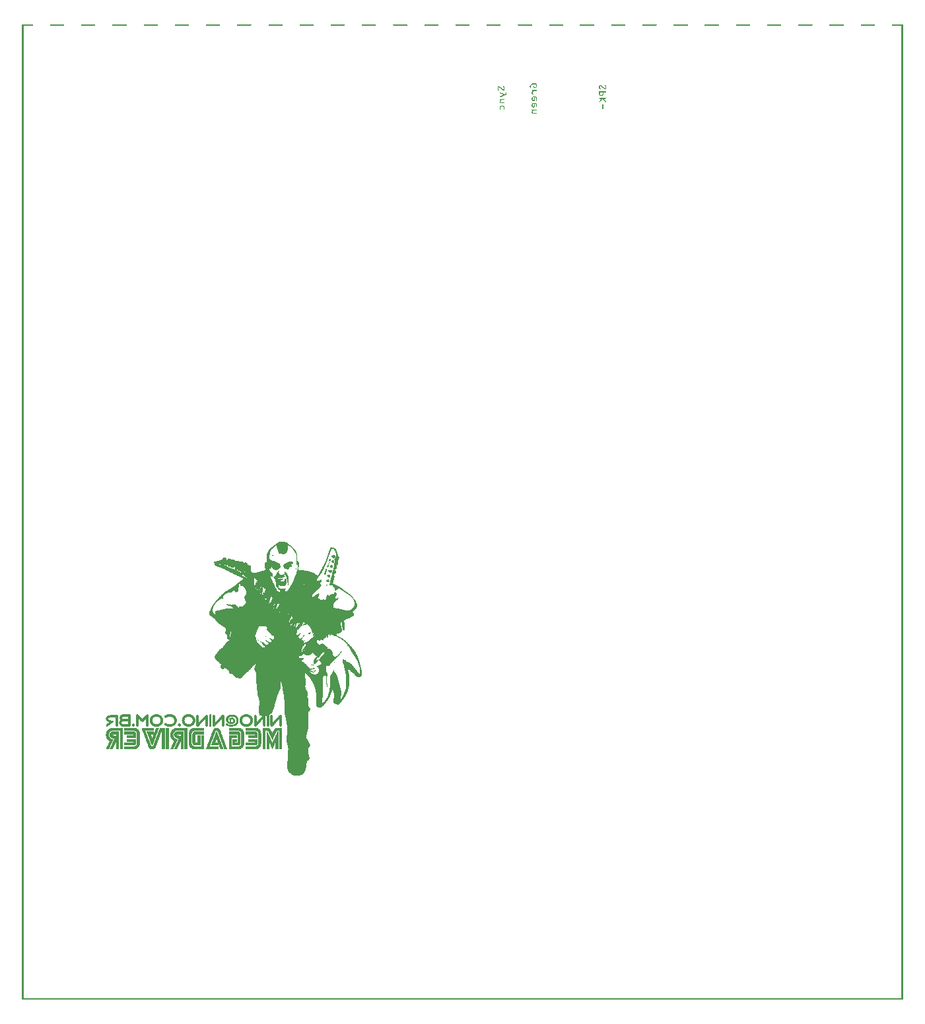
<source format=gbo>
G04 MADE WITH FRITZING*
G04 WWW.FRITZING.ORG*
G04 DOUBLE SIDED*
G04 HOLES PLATED*
G04 CONTOUR ON CENTER OF CONTOUR VECTOR*
%ASAXBY*%
%FSLAX23Y23*%
%MOIN*%
%OFA0B0*%
%SFA1.0B1.0*%
%ADD10R,0.001000X0.001000*%
%LNSILK0*%
G90*
G70*
G36*
X1386Y2166D02*
X1384Y2178D01*
X1386Y2178D01*
X1386Y2166D01*
G37*
D02*
G36*
X1436Y1822D02*
X1442Y1827D01*
X1436Y1822D01*
G37*
D02*
G54D10*
X1Y4921D02*
X4448Y4921D01*
X1Y4920D02*
X4448Y4920D01*
X1Y4919D02*
X55Y4919D01*
X142Y4919D02*
X213Y4919D01*
X300Y4919D02*
X370Y4919D01*
X457Y4919D02*
X528Y4919D01*
X615Y4919D02*
X685Y4919D01*
X772Y4919D02*
X843Y4919D01*
X930Y4919D02*
X1000Y4919D01*
X1087Y4919D02*
X1158Y4919D01*
X1245Y4919D02*
X1315Y4919D01*
X1402Y4919D02*
X1473Y4919D01*
X1560Y4919D02*
X1630Y4919D01*
X1717Y4919D02*
X1787Y4919D01*
X1874Y4919D02*
X1945Y4919D01*
X2032Y4919D02*
X2102Y4919D01*
X2189Y4919D02*
X2260Y4919D01*
X2347Y4919D02*
X2417Y4919D01*
X2504Y4919D02*
X2575Y4919D01*
X2662Y4919D02*
X2731Y4919D01*
X2818Y4919D02*
X2889Y4919D01*
X2976Y4919D02*
X3046Y4919D01*
X3133Y4919D02*
X3204Y4919D01*
X3290Y4919D02*
X3361Y4919D01*
X3448Y4919D02*
X3518Y4919D01*
X3605Y4919D02*
X3676Y4919D01*
X3763Y4919D02*
X3833Y4919D01*
X3920Y4919D02*
X3991Y4919D01*
X4078Y4919D02*
X4148Y4919D01*
X4235Y4919D02*
X4306Y4919D01*
X4393Y4919D02*
X4448Y4919D01*
X1Y4918D02*
X55Y4918D01*
X143Y4918D02*
X213Y4918D01*
X300Y4918D02*
X370Y4918D01*
X458Y4918D02*
X528Y4918D01*
X615Y4918D02*
X685Y4918D01*
X773Y4918D02*
X842Y4918D01*
X930Y4918D02*
X1000Y4918D01*
X1087Y4918D02*
X1157Y4918D01*
X1245Y4918D02*
X1315Y4918D01*
X1402Y4918D02*
X1472Y4918D01*
X1560Y4918D02*
X1630Y4918D01*
X1717Y4918D02*
X1787Y4918D01*
X1875Y4918D02*
X1945Y4918D01*
X2032Y4918D02*
X2102Y4918D01*
X2190Y4918D02*
X2259Y4918D01*
X2347Y4918D02*
X2417Y4918D01*
X2505Y4918D02*
X2574Y4918D01*
X2662Y4918D02*
X2731Y4918D01*
X2818Y4918D02*
X2888Y4918D01*
X2976Y4918D02*
X3046Y4918D01*
X3133Y4918D02*
X3203Y4918D01*
X3291Y4918D02*
X3361Y4918D01*
X3448Y4918D02*
X3518Y4918D01*
X3606Y4918D02*
X3676Y4918D01*
X3763Y4918D02*
X3833Y4918D01*
X3921Y4918D02*
X3990Y4918D01*
X4078Y4918D02*
X4148Y4918D01*
X4236Y4918D02*
X4305Y4918D01*
X4393Y4918D02*
X4448Y4918D01*
X1Y4917D02*
X55Y4917D01*
X143Y4917D02*
X213Y4917D01*
X300Y4917D02*
X370Y4917D01*
X458Y4917D02*
X528Y4917D01*
X615Y4917D02*
X685Y4917D01*
X773Y4917D02*
X842Y4917D01*
X930Y4917D02*
X1000Y4917D01*
X1087Y4917D02*
X1157Y4917D01*
X1245Y4917D02*
X1315Y4917D01*
X1402Y4917D02*
X1472Y4917D01*
X1560Y4917D02*
X1630Y4917D01*
X1717Y4917D02*
X1787Y4917D01*
X1875Y4917D02*
X1945Y4917D01*
X2032Y4917D02*
X2102Y4917D01*
X2190Y4917D02*
X2259Y4917D01*
X2347Y4917D02*
X2417Y4917D01*
X2505Y4917D02*
X2574Y4917D01*
X2662Y4917D02*
X2731Y4917D01*
X2818Y4917D02*
X2888Y4917D01*
X2976Y4917D02*
X3046Y4917D01*
X3133Y4917D02*
X3203Y4917D01*
X3291Y4917D02*
X3361Y4917D01*
X3448Y4917D02*
X3518Y4917D01*
X3606Y4917D02*
X3676Y4917D01*
X3763Y4917D02*
X3833Y4917D01*
X3921Y4917D02*
X3990Y4917D01*
X4078Y4917D02*
X4148Y4917D01*
X4236Y4917D02*
X4305Y4917D01*
X4393Y4917D02*
X4448Y4917D01*
X1Y4916D02*
X55Y4916D01*
X143Y4916D02*
X213Y4916D01*
X300Y4916D02*
X370Y4916D01*
X458Y4916D02*
X528Y4916D01*
X615Y4916D02*
X685Y4916D01*
X773Y4916D02*
X842Y4916D01*
X930Y4916D02*
X1000Y4916D01*
X1087Y4916D02*
X1157Y4916D01*
X1245Y4916D02*
X1315Y4916D01*
X1402Y4916D02*
X1472Y4916D01*
X1560Y4916D02*
X1630Y4916D01*
X1717Y4916D02*
X1787Y4916D01*
X1875Y4916D02*
X1945Y4916D01*
X2032Y4916D02*
X2102Y4916D01*
X2190Y4916D02*
X2259Y4916D01*
X2347Y4916D02*
X2417Y4916D01*
X2505Y4916D02*
X2574Y4916D01*
X2662Y4916D02*
X2731Y4916D01*
X2818Y4916D02*
X2888Y4916D01*
X2976Y4916D02*
X3046Y4916D01*
X3133Y4916D02*
X3203Y4916D01*
X3291Y4916D02*
X3361Y4916D01*
X3448Y4916D02*
X3518Y4916D01*
X3606Y4916D02*
X3676Y4916D01*
X3763Y4916D02*
X3833Y4916D01*
X3921Y4916D02*
X3990Y4916D01*
X4078Y4916D02*
X4148Y4916D01*
X4236Y4916D02*
X4305Y4916D01*
X4393Y4916D02*
X4448Y4916D01*
X1Y4915D02*
X55Y4915D01*
X143Y4915D02*
X213Y4915D01*
X300Y4915D02*
X370Y4915D01*
X458Y4915D02*
X528Y4915D01*
X615Y4915D02*
X685Y4915D01*
X773Y4915D02*
X842Y4915D01*
X930Y4915D02*
X1000Y4915D01*
X1087Y4915D02*
X1157Y4915D01*
X1245Y4915D02*
X1315Y4915D01*
X1402Y4915D02*
X1472Y4915D01*
X1560Y4915D02*
X1630Y4915D01*
X1717Y4915D02*
X1787Y4915D01*
X1875Y4915D02*
X1945Y4915D01*
X2032Y4915D02*
X2102Y4915D01*
X2190Y4915D02*
X2259Y4915D01*
X2347Y4915D02*
X2417Y4915D01*
X2505Y4915D02*
X2574Y4915D01*
X2662Y4915D02*
X2731Y4915D01*
X2818Y4915D02*
X2888Y4915D01*
X2976Y4915D02*
X3046Y4915D01*
X3133Y4915D02*
X3203Y4915D01*
X3291Y4915D02*
X3361Y4915D01*
X3448Y4915D02*
X3518Y4915D01*
X3606Y4915D02*
X3676Y4915D01*
X3763Y4915D02*
X3833Y4915D01*
X3921Y4915D02*
X3990Y4915D01*
X4078Y4915D02*
X4148Y4915D01*
X4236Y4915D02*
X4305Y4915D01*
X4393Y4915D02*
X4448Y4915D01*
X1Y4914D02*
X55Y4914D01*
X143Y4914D02*
X213Y4914D01*
X300Y4914D02*
X370Y4914D01*
X458Y4914D02*
X528Y4914D01*
X615Y4914D02*
X685Y4914D01*
X773Y4914D02*
X842Y4914D01*
X930Y4914D02*
X1000Y4914D01*
X1087Y4914D02*
X1157Y4914D01*
X1245Y4914D02*
X1315Y4914D01*
X1402Y4914D02*
X1472Y4914D01*
X1560Y4914D02*
X1630Y4914D01*
X1717Y4914D02*
X1787Y4914D01*
X1875Y4914D02*
X1945Y4914D01*
X2032Y4914D02*
X2102Y4914D01*
X2190Y4914D02*
X2259Y4914D01*
X2347Y4914D02*
X2417Y4914D01*
X2505Y4914D02*
X2574Y4914D01*
X2662Y4914D02*
X2731Y4914D01*
X2818Y4914D02*
X2888Y4914D01*
X2976Y4914D02*
X3046Y4914D01*
X3133Y4914D02*
X3203Y4914D01*
X3291Y4914D02*
X3361Y4914D01*
X3448Y4914D02*
X3518Y4914D01*
X3606Y4914D02*
X3676Y4914D01*
X3763Y4914D02*
X3833Y4914D01*
X3921Y4914D02*
X3990Y4914D01*
X4078Y4914D02*
X4148Y4914D01*
X4236Y4914D02*
X4305Y4914D01*
X4393Y4914D02*
X4448Y4914D01*
X1Y4913D02*
X8Y4913D01*
X4441Y4913D02*
X4448Y4913D01*
X1Y4912D02*
X8Y4912D01*
X4441Y4912D02*
X4448Y4912D01*
X1Y4911D02*
X8Y4911D01*
X4441Y4911D02*
X4448Y4911D01*
X1Y4910D02*
X8Y4910D01*
X4441Y4910D02*
X4448Y4910D01*
X1Y4909D02*
X8Y4909D01*
X4441Y4909D02*
X4448Y4909D01*
X1Y4908D02*
X8Y4908D01*
X4441Y4908D02*
X4448Y4908D01*
X1Y4907D02*
X8Y4907D01*
X4441Y4907D02*
X4448Y4907D01*
X1Y4906D02*
X8Y4906D01*
X4441Y4906D02*
X4448Y4906D01*
X1Y4905D02*
X8Y4905D01*
X4441Y4905D02*
X4448Y4905D01*
X1Y4904D02*
X8Y4904D01*
X4441Y4904D02*
X4448Y4904D01*
X1Y4903D02*
X8Y4903D01*
X4441Y4903D02*
X4448Y4903D01*
X1Y4902D02*
X8Y4902D01*
X4441Y4902D02*
X4448Y4902D01*
X1Y4901D02*
X8Y4901D01*
X4441Y4901D02*
X4448Y4901D01*
X1Y4900D02*
X8Y4900D01*
X4441Y4900D02*
X4448Y4900D01*
X1Y4899D02*
X8Y4899D01*
X4441Y4899D02*
X4448Y4899D01*
X1Y4898D02*
X8Y4898D01*
X4441Y4898D02*
X4448Y4898D01*
X1Y4897D02*
X8Y4897D01*
X4441Y4897D02*
X4448Y4897D01*
X1Y4896D02*
X8Y4896D01*
X4441Y4896D02*
X4448Y4896D01*
X1Y4895D02*
X8Y4895D01*
X4441Y4895D02*
X4448Y4895D01*
X1Y4894D02*
X8Y4894D01*
X4441Y4894D02*
X4448Y4894D01*
X1Y4893D02*
X8Y4893D01*
X4441Y4893D02*
X4448Y4893D01*
X1Y4892D02*
X8Y4892D01*
X4441Y4892D02*
X4448Y4892D01*
X1Y4891D02*
X8Y4891D01*
X4441Y4891D02*
X4448Y4891D01*
X1Y4890D02*
X8Y4890D01*
X4441Y4890D02*
X4448Y4890D01*
X1Y4889D02*
X8Y4889D01*
X4441Y4889D02*
X4448Y4889D01*
X1Y4888D02*
X8Y4888D01*
X4441Y4888D02*
X4448Y4888D01*
X1Y4887D02*
X8Y4887D01*
X4441Y4887D02*
X4448Y4887D01*
X1Y4886D02*
X8Y4886D01*
X4441Y4886D02*
X4448Y4886D01*
X1Y4885D02*
X8Y4885D01*
X4441Y4885D02*
X4448Y4885D01*
X1Y4884D02*
X8Y4884D01*
X4441Y4884D02*
X4448Y4884D01*
X1Y4883D02*
X8Y4883D01*
X4441Y4883D02*
X4448Y4883D01*
X1Y4882D02*
X8Y4882D01*
X4441Y4882D02*
X4448Y4882D01*
X1Y4881D02*
X8Y4881D01*
X4441Y4881D02*
X4448Y4881D01*
X1Y4880D02*
X8Y4880D01*
X4441Y4880D02*
X4448Y4880D01*
X1Y4879D02*
X8Y4879D01*
X4441Y4879D02*
X4448Y4879D01*
X1Y4878D02*
X8Y4878D01*
X4441Y4878D02*
X4448Y4878D01*
X1Y4877D02*
X8Y4877D01*
X4441Y4877D02*
X4448Y4877D01*
X1Y4876D02*
X8Y4876D01*
X4441Y4876D02*
X4448Y4876D01*
X1Y4875D02*
X8Y4875D01*
X4441Y4875D02*
X4448Y4875D01*
X1Y4874D02*
X8Y4874D01*
X4441Y4874D02*
X4448Y4874D01*
X1Y4873D02*
X8Y4873D01*
X4441Y4873D02*
X4448Y4873D01*
X1Y4872D02*
X8Y4872D01*
X4441Y4872D02*
X4448Y4872D01*
X1Y4871D02*
X8Y4871D01*
X4441Y4871D02*
X4448Y4871D01*
X1Y4870D02*
X8Y4870D01*
X4441Y4870D02*
X4448Y4870D01*
X1Y4869D02*
X8Y4869D01*
X4441Y4869D02*
X4448Y4869D01*
X1Y4868D02*
X8Y4868D01*
X4441Y4868D02*
X4448Y4868D01*
X1Y4867D02*
X8Y4867D01*
X4441Y4867D02*
X4448Y4867D01*
X1Y4866D02*
X8Y4866D01*
X4441Y4866D02*
X4448Y4866D01*
X1Y4865D02*
X8Y4865D01*
X4441Y4865D02*
X4448Y4865D01*
X1Y4864D02*
X8Y4864D01*
X4441Y4864D02*
X4448Y4864D01*
X1Y4863D02*
X8Y4863D01*
X4441Y4863D02*
X4448Y4863D01*
X1Y4862D02*
X8Y4862D01*
X4441Y4862D02*
X4448Y4862D01*
X1Y4861D02*
X8Y4861D01*
X4441Y4861D02*
X4448Y4861D01*
X1Y4860D02*
X8Y4860D01*
X4441Y4860D02*
X4448Y4860D01*
X1Y4859D02*
X8Y4859D01*
X4441Y4859D02*
X4448Y4859D01*
X1Y4858D02*
X8Y4858D01*
X4441Y4858D02*
X4448Y4858D01*
X1Y4857D02*
X8Y4857D01*
X4441Y4857D02*
X4448Y4857D01*
X1Y4856D02*
X8Y4856D01*
X4441Y4856D02*
X4448Y4856D01*
X1Y4855D02*
X8Y4855D01*
X4441Y4855D02*
X4448Y4855D01*
X1Y4854D02*
X8Y4854D01*
X4441Y4854D02*
X4448Y4854D01*
X1Y4853D02*
X8Y4853D01*
X4441Y4853D02*
X4448Y4853D01*
X1Y4852D02*
X8Y4852D01*
X4441Y4852D02*
X4448Y4852D01*
X1Y4851D02*
X8Y4851D01*
X4441Y4851D02*
X4448Y4851D01*
X1Y4850D02*
X8Y4850D01*
X4441Y4850D02*
X4448Y4850D01*
X1Y4849D02*
X8Y4849D01*
X4441Y4849D02*
X4448Y4849D01*
X1Y4848D02*
X8Y4848D01*
X4441Y4848D02*
X4448Y4848D01*
X1Y4847D02*
X8Y4847D01*
X4441Y4847D02*
X4448Y4847D01*
X1Y4846D02*
X8Y4846D01*
X4441Y4846D02*
X4448Y4846D01*
X1Y4845D02*
X8Y4845D01*
X4441Y4845D02*
X4448Y4845D01*
X1Y4844D02*
X8Y4844D01*
X4441Y4844D02*
X4448Y4844D01*
X1Y4843D02*
X8Y4843D01*
X4441Y4843D02*
X4448Y4843D01*
X1Y4842D02*
X8Y4842D01*
X4441Y4842D02*
X4448Y4842D01*
X1Y4841D02*
X8Y4841D01*
X4441Y4841D02*
X4448Y4841D01*
X1Y4840D02*
X8Y4840D01*
X4441Y4840D02*
X4448Y4840D01*
X1Y4839D02*
X8Y4839D01*
X4441Y4839D02*
X4448Y4839D01*
X1Y4838D02*
X8Y4838D01*
X4441Y4838D02*
X4448Y4838D01*
X1Y4837D02*
X8Y4837D01*
X4441Y4837D02*
X4448Y4837D01*
X1Y4836D02*
X8Y4836D01*
X4441Y4836D02*
X4448Y4836D01*
X1Y4835D02*
X8Y4835D01*
X4441Y4835D02*
X4448Y4835D01*
X1Y4834D02*
X8Y4834D01*
X4441Y4834D02*
X4448Y4834D01*
X1Y4833D02*
X8Y4833D01*
X4441Y4833D02*
X4448Y4833D01*
X1Y4832D02*
X8Y4832D01*
X4441Y4832D02*
X4448Y4832D01*
X1Y4831D02*
X8Y4831D01*
X4441Y4831D02*
X4448Y4831D01*
X1Y4830D02*
X8Y4830D01*
X4441Y4830D02*
X4448Y4830D01*
X1Y4829D02*
X8Y4829D01*
X4441Y4829D02*
X4448Y4829D01*
X1Y4828D02*
X8Y4828D01*
X4441Y4828D02*
X4448Y4828D01*
X1Y4827D02*
X8Y4827D01*
X4441Y4827D02*
X4448Y4827D01*
X1Y4826D02*
X8Y4826D01*
X4441Y4826D02*
X4448Y4826D01*
X1Y4825D02*
X8Y4825D01*
X4441Y4825D02*
X4448Y4825D01*
X1Y4824D02*
X8Y4824D01*
X4441Y4824D02*
X4448Y4824D01*
X1Y4823D02*
X8Y4823D01*
X4441Y4823D02*
X4448Y4823D01*
X1Y4822D02*
X8Y4822D01*
X4441Y4822D02*
X4448Y4822D01*
X1Y4821D02*
X8Y4821D01*
X4441Y4821D02*
X4448Y4821D01*
X1Y4820D02*
X8Y4820D01*
X4441Y4820D02*
X4448Y4820D01*
X1Y4819D02*
X8Y4819D01*
X4441Y4819D02*
X4448Y4819D01*
X1Y4818D02*
X8Y4818D01*
X4441Y4818D02*
X4448Y4818D01*
X1Y4817D02*
X8Y4817D01*
X4441Y4817D02*
X4448Y4817D01*
X1Y4816D02*
X8Y4816D01*
X4441Y4816D02*
X4448Y4816D01*
X1Y4815D02*
X8Y4815D01*
X4441Y4815D02*
X4448Y4815D01*
X1Y4814D02*
X8Y4814D01*
X4441Y4814D02*
X4448Y4814D01*
X1Y4813D02*
X8Y4813D01*
X4441Y4813D02*
X4448Y4813D01*
X1Y4812D02*
X8Y4812D01*
X4441Y4812D02*
X4448Y4812D01*
X1Y4811D02*
X8Y4811D01*
X4441Y4811D02*
X4448Y4811D01*
X1Y4810D02*
X8Y4810D01*
X4441Y4810D02*
X4448Y4810D01*
X1Y4809D02*
X8Y4809D01*
X4441Y4809D02*
X4448Y4809D01*
X1Y4808D02*
X8Y4808D01*
X4441Y4808D02*
X4448Y4808D01*
X1Y4807D02*
X8Y4807D01*
X4441Y4807D02*
X4448Y4807D01*
X1Y4806D02*
X8Y4806D01*
X4441Y4806D02*
X4448Y4806D01*
X1Y4805D02*
X8Y4805D01*
X4441Y4805D02*
X4448Y4805D01*
X1Y4804D02*
X8Y4804D01*
X4441Y4804D02*
X4448Y4804D01*
X1Y4803D02*
X8Y4803D01*
X4441Y4803D02*
X4448Y4803D01*
X1Y4802D02*
X8Y4802D01*
X4441Y4802D02*
X4448Y4802D01*
X1Y4801D02*
X8Y4801D01*
X4441Y4801D02*
X4448Y4801D01*
X1Y4800D02*
X8Y4800D01*
X4441Y4800D02*
X4448Y4800D01*
X1Y4799D02*
X8Y4799D01*
X4441Y4799D02*
X4448Y4799D01*
X1Y4798D02*
X8Y4798D01*
X4441Y4798D02*
X4448Y4798D01*
X1Y4797D02*
X8Y4797D01*
X4441Y4797D02*
X4448Y4797D01*
X1Y4796D02*
X8Y4796D01*
X4441Y4796D02*
X4448Y4796D01*
X1Y4795D02*
X8Y4795D01*
X4441Y4795D02*
X4448Y4795D01*
X1Y4794D02*
X8Y4794D01*
X4441Y4794D02*
X4448Y4794D01*
X1Y4793D02*
X8Y4793D01*
X4441Y4793D02*
X4448Y4793D01*
X1Y4792D02*
X8Y4792D01*
X4441Y4792D02*
X4448Y4792D01*
X1Y4791D02*
X8Y4791D01*
X4441Y4791D02*
X4448Y4791D01*
X1Y4790D02*
X8Y4790D01*
X4441Y4790D02*
X4448Y4790D01*
X1Y4789D02*
X8Y4789D01*
X4441Y4789D02*
X4448Y4789D01*
X1Y4788D02*
X8Y4788D01*
X4441Y4788D02*
X4448Y4788D01*
X1Y4787D02*
X8Y4787D01*
X4441Y4787D02*
X4448Y4787D01*
X1Y4786D02*
X8Y4786D01*
X4441Y4786D02*
X4448Y4786D01*
X1Y4785D02*
X8Y4785D01*
X4441Y4785D02*
X4448Y4785D01*
X1Y4784D02*
X8Y4784D01*
X4441Y4784D02*
X4448Y4784D01*
X1Y4783D02*
X8Y4783D01*
X4441Y4783D02*
X4448Y4783D01*
X1Y4782D02*
X8Y4782D01*
X4441Y4782D02*
X4448Y4782D01*
X1Y4781D02*
X8Y4781D01*
X4441Y4781D02*
X4448Y4781D01*
X1Y4780D02*
X8Y4780D01*
X4441Y4780D02*
X4448Y4780D01*
X1Y4779D02*
X8Y4779D01*
X4441Y4779D02*
X4448Y4779D01*
X1Y4778D02*
X8Y4778D01*
X4441Y4778D02*
X4448Y4778D01*
X1Y4777D02*
X8Y4777D01*
X4441Y4777D02*
X4448Y4777D01*
X1Y4776D02*
X8Y4776D01*
X4441Y4776D02*
X4448Y4776D01*
X1Y4775D02*
X8Y4775D01*
X4441Y4775D02*
X4448Y4775D01*
X1Y4774D02*
X8Y4774D01*
X4441Y4774D02*
X4448Y4774D01*
X1Y4773D02*
X8Y4773D01*
X4441Y4773D02*
X4448Y4773D01*
X1Y4772D02*
X8Y4772D01*
X4441Y4772D02*
X4448Y4772D01*
X1Y4771D02*
X8Y4771D01*
X4441Y4771D02*
X4448Y4771D01*
X1Y4770D02*
X8Y4770D01*
X4441Y4770D02*
X4448Y4770D01*
X1Y4769D02*
X8Y4769D01*
X4441Y4769D02*
X4448Y4769D01*
X1Y4768D02*
X8Y4768D01*
X4441Y4768D02*
X4448Y4768D01*
X1Y4767D02*
X8Y4767D01*
X4441Y4767D02*
X4448Y4767D01*
X1Y4766D02*
X8Y4766D01*
X4441Y4766D02*
X4448Y4766D01*
X1Y4765D02*
X8Y4765D01*
X4441Y4765D02*
X4448Y4765D01*
X1Y4764D02*
X8Y4764D01*
X4441Y4764D02*
X4448Y4764D01*
X1Y4763D02*
X8Y4763D01*
X4441Y4763D02*
X4448Y4763D01*
X1Y4762D02*
X8Y4762D01*
X4441Y4762D02*
X4448Y4762D01*
X1Y4761D02*
X8Y4761D01*
X4441Y4761D02*
X4448Y4761D01*
X1Y4760D02*
X8Y4760D01*
X4441Y4760D02*
X4448Y4760D01*
X1Y4759D02*
X8Y4759D01*
X4441Y4759D02*
X4448Y4759D01*
X1Y4758D02*
X8Y4758D01*
X4441Y4758D02*
X4448Y4758D01*
X1Y4757D02*
X8Y4757D01*
X4441Y4757D02*
X4448Y4757D01*
X1Y4756D02*
X8Y4756D01*
X4441Y4756D02*
X4448Y4756D01*
X1Y4755D02*
X8Y4755D01*
X4441Y4755D02*
X4448Y4755D01*
X1Y4754D02*
X8Y4754D01*
X4441Y4754D02*
X4448Y4754D01*
X1Y4753D02*
X8Y4753D01*
X4441Y4753D02*
X4448Y4753D01*
X1Y4752D02*
X8Y4752D01*
X4441Y4752D02*
X4448Y4752D01*
X1Y4751D02*
X8Y4751D01*
X4441Y4751D02*
X4448Y4751D01*
X1Y4750D02*
X8Y4750D01*
X4441Y4750D02*
X4448Y4750D01*
X1Y4749D02*
X8Y4749D01*
X4441Y4749D02*
X4448Y4749D01*
X1Y4748D02*
X8Y4748D01*
X4441Y4748D02*
X4448Y4748D01*
X1Y4747D02*
X8Y4747D01*
X4441Y4747D02*
X4448Y4747D01*
X1Y4746D02*
X8Y4746D01*
X4441Y4746D02*
X4448Y4746D01*
X1Y4745D02*
X8Y4745D01*
X4441Y4745D02*
X4448Y4745D01*
X1Y4744D02*
X8Y4744D01*
X4441Y4744D02*
X4448Y4744D01*
X1Y4743D02*
X8Y4743D01*
X4441Y4743D02*
X4448Y4743D01*
X1Y4742D02*
X8Y4742D01*
X4441Y4742D02*
X4448Y4742D01*
X1Y4741D02*
X8Y4741D01*
X4441Y4741D02*
X4448Y4741D01*
X1Y4740D02*
X8Y4740D01*
X4441Y4740D02*
X4448Y4740D01*
X1Y4739D02*
X8Y4739D01*
X4441Y4739D02*
X4448Y4739D01*
X1Y4738D02*
X8Y4738D01*
X4441Y4738D02*
X4448Y4738D01*
X1Y4737D02*
X8Y4737D01*
X4441Y4737D02*
X4448Y4737D01*
X1Y4736D02*
X8Y4736D01*
X4441Y4736D02*
X4448Y4736D01*
X1Y4735D02*
X8Y4735D01*
X4441Y4735D02*
X4448Y4735D01*
X1Y4734D02*
X8Y4734D01*
X4441Y4734D02*
X4448Y4734D01*
X1Y4733D02*
X8Y4733D01*
X4441Y4733D02*
X4448Y4733D01*
X1Y4732D02*
X8Y4732D01*
X4441Y4732D02*
X4448Y4732D01*
X1Y4731D02*
X8Y4731D01*
X4441Y4731D02*
X4448Y4731D01*
X1Y4730D02*
X8Y4730D01*
X4441Y4730D02*
X4448Y4730D01*
X1Y4729D02*
X8Y4729D01*
X4441Y4729D02*
X4448Y4729D01*
X1Y4728D02*
X8Y4728D01*
X4441Y4728D02*
X4448Y4728D01*
X1Y4727D02*
X8Y4727D01*
X4441Y4727D02*
X4448Y4727D01*
X1Y4726D02*
X8Y4726D01*
X4441Y4726D02*
X4448Y4726D01*
X1Y4725D02*
X8Y4725D01*
X4441Y4725D02*
X4448Y4725D01*
X1Y4724D02*
X8Y4724D01*
X4441Y4724D02*
X4448Y4724D01*
X1Y4723D02*
X8Y4723D01*
X4441Y4723D02*
X4448Y4723D01*
X1Y4722D02*
X8Y4722D01*
X4441Y4722D02*
X4448Y4722D01*
X1Y4721D02*
X8Y4721D01*
X4441Y4721D02*
X4448Y4721D01*
X1Y4720D02*
X8Y4720D01*
X4441Y4720D02*
X4448Y4720D01*
X1Y4719D02*
X8Y4719D01*
X4441Y4719D02*
X4448Y4719D01*
X1Y4718D02*
X8Y4718D01*
X4441Y4718D02*
X4448Y4718D01*
X1Y4717D02*
X8Y4717D01*
X4441Y4717D02*
X4448Y4717D01*
X1Y4716D02*
X8Y4716D01*
X4441Y4716D02*
X4448Y4716D01*
X1Y4715D02*
X8Y4715D01*
X4441Y4715D02*
X4448Y4715D01*
X1Y4714D02*
X8Y4714D01*
X4441Y4714D02*
X4448Y4714D01*
X1Y4713D02*
X8Y4713D01*
X4441Y4713D02*
X4448Y4713D01*
X1Y4712D02*
X8Y4712D01*
X4441Y4712D02*
X4448Y4712D01*
X1Y4711D02*
X8Y4711D01*
X4441Y4711D02*
X4448Y4711D01*
X1Y4710D02*
X8Y4710D01*
X4441Y4710D02*
X4448Y4710D01*
X1Y4709D02*
X8Y4709D01*
X4441Y4709D02*
X4448Y4709D01*
X1Y4708D02*
X8Y4708D01*
X4441Y4708D02*
X4448Y4708D01*
X1Y4707D02*
X8Y4707D01*
X4441Y4707D02*
X4448Y4707D01*
X1Y4706D02*
X8Y4706D01*
X4441Y4706D02*
X4448Y4706D01*
X1Y4705D02*
X8Y4705D01*
X4441Y4705D02*
X4448Y4705D01*
X1Y4704D02*
X8Y4704D01*
X4441Y4704D02*
X4448Y4704D01*
X1Y4703D02*
X8Y4703D01*
X4441Y4703D02*
X4448Y4703D01*
X1Y4702D02*
X8Y4702D01*
X4441Y4702D02*
X4448Y4702D01*
X1Y4701D02*
X8Y4701D01*
X4441Y4701D02*
X4448Y4701D01*
X1Y4700D02*
X8Y4700D01*
X4441Y4700D02*
X4448Y4700D01*
X1Y4699D02*
X8Y4699D01*
X4441Y4699D02*
X4448Y4699D01*
X1Y4698D02*
X8Y4698D01*
X4441Y4698D02*
X4448Y4698D01*
X1Y4697D02*
X8Y4697D01*
X4441Y4697D02*
X4448Y4697D01*
X1Y4696D02*
X8Y4696D01*
X4441Y4696D02*
X4448Y4696D01*
X1Y4695D02*
X8Y4695D01*
X4441Y4695D02*
X4448Y4695D01*
X1Y4694D02*
X8Y4694D01*
X4441Y4694D02*
X4448Y4694D01*
X1Y4693D02*
X8Y4693D01*
X4441Y4693D02*
X4448Y4693D01*
X1Y4692D02*
X8Y4692D01*
X4441Y4692D02*
X4448Y4692D01*
X1Y4691D02*
X8Y4691D01*
X4441Y4691D02*
X4448Y4691D01*
X1Y4690D02*
X8Y4690D01*
X4441Y4690D02*
X4448Y4690D01*
X1Y4689D02*
X8Y4689D01*
X4441Y4689D02*
X4448Y4689D01*
X1Y4688D02*
X8Y4688D01*
X4441Y4688D02*
X4448Y4688D01*
X1Y4687D02*
X8Y4687D01*
X4441Y4687D02*
X4448Y4687D01*
X1Y4686D02*
X8Y4686D01*
X4441Y4686D02*
X4448Y4686D01*
X1Y4685D02*
X8Y4685D01*
X4441Y4685D02*
X4448Y4685D01*
X1Y4684D02*
X8Y4684D01*
X4441Y4684D02*
X4448Y4684D01*
X1Y4683D02*
X8Y4683D01*
X4441Y4683D02*
X4448Y4683D01*
X1Y4682D02*
X8Y4682D01*
X4441Y4682D02*
X4448Y4682D01*
X1Y4681D02*
X8Y4681D01*
X4441Y4681D02*
X4448Y4681D01*
X1Y4680D02*
X8Y4680D01*
X4441Y4680D02*
X4448Y4680D01*
X1Y4679D02*
X8Y4679D01*
X4441Y4679D02*
X4448Y4679D01*
X1Y4678D02*
X8Y4678D01*
X4441Y4678D02*
X4448Y4678D01*
X1Y4677D02*
X8Y4677D01*
X4441Y4677D02*
X4448Y4677D01*
X1Y4676D02*
X8Y4676D01*
X4441Y4676D02*
X4448Y4676D01*
X1Y4675D02*
X8Y4675D01*
X4441Y4675D02*
X4448Y4675D01*
X1Y4674D02*
X8Y4674D01*
X4441Y4674D02*
X4448Y4674D01*
X1Y4673D02*
X8Y4673D01*
X4441Y4673D02*
X4448Y4673D01*
X1Y4672D02*
X8Y4672D01*
X4441Y4672D02*
X4448Y4672D01*
X1Y4671D02*
X8Y4671D01*
X4441Y4671D02*
X4448Y4671D01*
X1Y4670D02*
X8Y4670D01*
X4441Y4670D02*
X4448Y4670D01*
X1Y4669D02*
X8Y4669D01*
X4441Y4669D02*
X4448Y4669D01*
X1Y4668D02*
X8Y4668D01*
X4441Y4668D02*
X4448Y4668D01*
X1Y4667D02*
X8Y4667D01*
X4441Y4667D02*
X4448Y4667D01*
X1Y4666D02*
X8Y4666D01*
X4441Y4666D02*
X4448Y4666D01*
X1Y4665D02*
X8Y4665D01*
X4441Y4665D02*
X4448Y4665D01*
X1Y4664D02*
X8Y4664D01*
X4441Y4664D02*
X4448Y4664D01*
X1Y4663D02*
X8Y4663D01*
X4441Y4663D02*
X4448Y4663D01*
X1Y4662D02*
X8Y4662D01*
X4441Y4662D02*
X4448Y4662D01*
X1Y4661D02*
X8Y4661D01*
X4441Y4661D02*
X4448Y4661D01*
X1Y4660D02*
X8Y4660D01*
X4441Y4660D02*
X4448Y4660D01*
X1Y4659D02*
X8Y4659D01*
X4441Y4659D02*
X4448Y4659D01*
X1Y4658D02*
X8Y4658D01*
X4441Y4658D02*
X4448Y4658D01*
X1Y4657D02*
X8Y4657D01*
X4441Y4657D02*
X4448Y4657D01*
X1Y4656D02*
X8Y4656D01*
X4441Y4656D02*
X4448Y4656D01*
X1Y4655D02*
X8Y4655D01*
X4441Y4655D02*
X4448Y4655D01*
X1Y4654D02*
X8Y4654D01*
X4441Y4654D02*
X4448Y4654D01*
X1Y4653D02*
X8Y4653D01*
X4441Y4653D02*
X4448Y4653D01*
X1Y4652D02*
X8Y4652D01*
X4441Y4652D02*
X4448Y4652D01*
X1Y4651D02*
X8Y4651D01*
X4441Y4651D02*
X4448Y4651D01*
X1Y4650D02*
X8Y4650D01*
X4441Y4650D02*
X4448Y4650D01*
X1Y4649D02*
X8Y4649D01*
X4441Y4649D02*
X4448Y4649D01*
X1Y4648D02*
X8Y4648D01*
X4441Y4648D02*
X4448Y4648D01*
X1Y4647D02*
X8Y4647D01*
X4441Y4647D02*
X4448Y4647D01*
X1Y4646D02*
X8Y4646D01*
X4441Y4646D02*
X4448Y4646D01*
X1Y4645D02*
X8Y4645D01*
X4441Y4645D02*
X4448Y4645D01*
X1Y4644D02*
X8Y4644D01*
X4441Y4644D02*
X4448Y4644D01*
X1Y4643D02*
X8Y4643D01*
X4441Y4643D02*
X4448Y4643D01*
X1Y4642D02*
X8Y4642D01*
X4441Y4642D02*
X4448Y4642D01*
X1Y4641D02*
X8Y4641D01*
X4441Y4641D02*
X4448Y4641D01*
X1Y4640D02*
X8Y4640D01*
X4441Y4640D02*
X4448Y4640D01*
X1Y4639D02*
X8Y4639D01*
X4441Y4639D02*
X4448Y4639D01*
X1Y4638D02*
X8Y4638D01*
X4441Y4638D02*
X4448Y4638D01*
X1Y4637D02*
X8Y4637D01*
X4441Y4637D02*
X4448Y4637D01*
X1Y4636D02*
X8Y4636D01*
X4441Y4636D02*
X4448Y4636D01*
X1Y4635D02*
X8Y4635D01*
X4441Y4635D02*
X4448Y4635D01*
X1Y4634D02*
X8Y4634D01*
X4441Y4634D02*
X4448Y4634D01*
X1Y4633D02*
X8Y4633D01*
X4441Y4633D02*
X4448Y4633D01*
X1Y4632D02*
X8Y4632D01*
X4441Y4632D02*
X4448Y4632D01*
X1Y4631D02*
X8Y4631D01*
X4441Y4631D02*
X4448Y4631D01*
X1Y4630D02*
X8Y4630D01*
X4441Y4630D02*
X4448Y4630D01*
X1Y4629D02*
X8Y4629D01*
X4441Y4629D02*
X4448Y4629D01*
X1Y4628D02*
X8Y4628D01*
X4441Y4628D02*
X4448Y4628D01*
X1Y4627D02*
X8Y4627D01*
X4441Y4627D02*
X4448Y4627D01*
X1Y4626D02*
X8Y4626D01*
X4441Y4626D02*
X4448Y4626D01*
X1Y4625D02*
X8Y4625D01*
X4441Y4625D02*
X4448Y4625D01*
X1Y4624D02*
X8Y4624D01*
X4441Y4624D02*
X4448Y4624D01*
X1Y4623D02*
X8Y4623D01*
X4441Y4623D02*
X4448Y4623D01*
X1Y4622D02*
X8Y4622D01*
X2578Y4622D02*
X2594Y4622D01*
X4441Y4622D02*
X4448Y4622D01*
X1Y4621D02*
X8Y4621D01*
X2576Y4621D02*
X2596Y4621D01*
X4441Y4621D02*
X4448Y4621D01*
X1Y4620D02*
X8Y4620D01*
X2574Y4620D02*
X2597Y4620D01*
X4441Y4620D02*
X4448Y4620D01*
X1Y4619D02*
X8Y4619D01*
X2573Y4619D02*
X2598Y4619D01*
X4441Y4619D02*
X4448Y4619D01*
X1Y4618D02*
X8Y4618D01*
X2572Y4618D02*
X2598Y4618D01*
X4441Y4618D02*
X4448Y4618D01*
X1Y4617D02*
X8Y4617D01*
X2570Y4617D02*
X2577Y4617D01*
X2594Y4617D02*
X2598Y4617D01*
X4441Y4617D02*
X4448Y4617D01*
X1Y4616D02*
X8Y4616D01*
X2569Y4616D02*
X2576Y4616D01*
X2595Y4616D02*
X2598Y4616D01*
X4441Y4616D02*
X4448Y4616D01*
X1Y4615D02*
X8Y4615D01*
X2568Y4615D02*
X2574Y4615D01*
X2595Y4615D02*
X2599Y4615D01*
X2917Y4615D02*
X2921Y4615D01*
X2942Y4615D02*
X2945Y4615D01*
X4441Y4615D02*
X4448Y4615D01*
X1Y4614D02*
X8Y4614D01*
X2567Y4614D02*
X2573Y4614D01*
X2595Y4614D02*
X2599Y4614D01*
X2916Y4614D02*
X2922Y4614D01*
X2941Y4614D02*
X2946Y4614D01*
X4441Y4614D02*
X4448Y4614D01*
X1Y4613D02*
X8Y4613D01*
X2566Y4613D02*
X2572Y4613D01*
X2595Y4613D02*
X2599Y4613D01*
X2915Y4613D02*
X2924Y4613D01*
X2941Y4613D02*
X2947Y4613D01*
X4441Y4613D02*
X4448Y4613D01*
X1Y4612D02*
X8Y4612D01*
X2565Y4612D02*
X2570Y4612D01*
X2595Y4612D02*
X2599Y4612D01*
X2915Y4612D02*
X2925Y4612D01*
X2942Y4612D02*
X2948Y4612D01*
X4441Y4612D02*
X4448Y4612D01*
X1Y4611D02*
X8Y4611D01*
X2565Y4611D02*
X2569Y4611D01*
X2585Y4611D02*
X2586Y4611D01*
X2595Y4611D02*
X2599Y4611D01*
X2915Y4611D02*
X2926Y4611D01*
X2943Y4611D02*
X2948Y4611D01*
X4441Y4611D02*
X4448Y4611D01*
X1Y4610D02*
X8Y4610D01*
X2565Y4610D02*
X2568Y4610D01*
X2584Y4610D02*
X2587Y4610D01*
X2595Y4610D02*
X2599Y4610D01*
X2914Y4610D02*
X2918Y4610D01*
X2921Y4610D02*
X2927Y4610D01*
X2945Y4610D02*
X2948Y4610D01*
X4441Y4610D02*
X4448Y4610D01*
X1Y4609D02*
X8Y4609D01*
X2405Y4609D02*
X2408Y4609D01*
X2430Y4609D02*
X2433Y4609D01*
X2564Y4609D02*
X2568Y4609D01*
X2584Y4609D02*
X2587Y4609D01*
X2595Y4609D02*
X2599Y4609D01*
X2914Y4609D02*
X2918Y4609D01*
X2922Y4609D02*
X2929Y4609D01*
X2945Y4609D02*
X2948Y4609D01*
X4441Y4609D02*
X4448Y4609D01*
X1Y4608D02*
X8Y4608D01*
X2404Y4608D02*
X2410Y4608D01*
X2429Y4608D02*
X2434Y4608D01*
X2564Y4608D02*
X2568Y4608D01*
X2584Y4608D02*
X2587Y4608D01*
X2595Y4608D02*
X2599Y4608D01*
X2914Y4608D02*
X2918Y4608D01*
X2924Y4608D02*
X2930Y4608D01*
X2945Y4608D02*
X2948Y4608D01*
X4441Y4608D02*
X4448Y4608D01*
X1Y4607D02*
X8Y4607D01*
X2403Y4607D02*
X2411Y4607D01*
X2429Y4607D02*
X2435Y4607D01*
X2564Y4607D02*
X2568Y4607D01*
X2584Y4607D02*
X2587Y4607D01*
X2595Y4607D02*
X2599Y4607D01*
X2914Y4607D02*
X2918Y4607D01*
X2925Y4607D02*
X2931Y4607D01*
X2945Y4607D02*
X2948Y4607D01*
X4441Y4607D02*
X4448Y4607D01*
X1Y4606D02*
X8Y4606D01*
X2403Y4606D02*
X2413Y4606D01*
X2429Y4606D02*
X2436Y4606D01*
X2564Y4606D02*
X2568Y4606D01*
X2584Y4606D02*
X2587Y4606D01*
X2595Y4606D02*
X2598Y4606D01*
X2914Y4606D02*
X2918Y4606D01*
X2926Y4606D02*
X2933Y4606D01*
X2945Y4606D02*
X2948Y4606D01*
X4441Y4606D02*
X4448Y4606D01*
X1Y4605D02*
X8Y4605D01*
X2402Y4605D02*
X2414Y4605D01*
X2431Y4605D02*
X2436Y4605D01*
X2564Y4605D02*
X2568Y4605D01*
X2584Y4605D02*
X2587Y4605D01*
X2594Y4605D02*
X2598Y4605D01*
X2914Y4605D02*
X2918Y4605D01*
X2927Y4605D02*
X2934Y4605D01*
X2945Y4605D02*
X2948Y4605D01*
X4441Y4605D02*
X4448Y4605D01*
X1Y4604D02*
X8Y4604D01*
X2402Y4604D02*
X2406Y4604D01*
X2409Y4604D02*
X2415Y4604D01*
X2433Y4604D02*
X2436Y4604D01*
X2564Y4604D02*
X2568Y4604D01*
X2584Y4604D02*
X2598Y4604D01*
X2914Y4604D02*
X2918Y4604D01*
X2929Y4604D02*
X2935Y4604D01*
X2945Y4604D02*
X2948Y4604D01*
X4441Y4604D02*
X4448Y4604D01*
X1Y4603D02*
X8Y4603D01*
X2402Y4603D02*
X2406Y4603D01*
X2410Y4603D02*
X2417Y4603D01*
X2433Y4603D02*
X2436Y4603D01*
X2564Y4603D02*
X2568Y4603D01*
X2584Y4603D02*
X2597Y4603D01*
X2914Y4603D02*
X2918Y4603D01*
X2930Y4603D02*
X2936Y4603D01*
X2945Y4603D02*
X2948Y4603D01*
X4441Y4603D02*
X4448Y4603D01*
X1Y4602D02*
X8Y4602D01*
X2402Y4602D02*
X2406Y4602D01*
X2411Y4602D02*
X2418Y4602D01*
X2433Y4602D02*
X2436Y4602D01*
X2565Y4602D02*
X2568Y4602D01*
X2584Y4602D02*
X2596Y4602D01*
X2914Y4602D02*
X2918Y4602D01*
X2931Y4602D02*
X2938Y4602D01*
X2945Y4602D02*
X2948Y4602D01*
X4441Y4602D02*
X4448Y4602D01*
X1Y4601D02*
X8Y4601D01*
X2402Y4601D02*
X2406Y4601D01*
X2413Y4601D02*
X2419Y4601D01*
X2433Y4601D02*
X2436Y4601D01*
X2565Y4601D02*
X2568Y4601D01*
X2584Y4601D02*
X2595Y4601D01*
X2914Y4601D02*
X2918Y4601D01*
X2933Y4601D02*
X2939Y4601D01*
X2945Y4601D02*
X2948Y4601D01*
X4441Y4601D02*
X4448Y4601D01*
X1Y4600D02*
X8Y4600D01*
X2402Y4600D02*
X2406Y4600D01*
X2414Y4600D02*
X2420Y4600D01*
X2433Y4600D02*
X2436Y4600D01*
X2584Y4600D02*
X2591Y4600D01*
X2914Y4600D02*
X2918Y4600D01*
X2934Y4600D02*
X2940Y4600D01*
X2945Y4600D02*
X2948Y4600D01*
X4441Y4600D02*
X4448Y4600D01*
X1Y4599D02*
X8Y4599D01*
X2402Y4599D02*
X2406Y4599D01*
X2415Y4599D02*
X2422Y4599D01*
X2433Y4599D02*
X2436Y4599D01*
X2914Y4599D02*
X2918Y4599D01*
X2935Y4599D02*
X2942Y4599D01*
X2945Y4599D02*
X2948Y4599D01*
X4441Y4599D02*
X4448Y4599D01*
X1Y4598D02*
X8Y4598D01*
X2402Y4598D02*
X2406Y4598D01*
X2417Y4598D02*
X2423Y4598D01*
X2433Y4598D02*
X2436Y4598D01*
X2915Y4598D02*
X2919Y4598D01*
X2936Y4598D02*
X2943Y4598D01*
X2945Y4598D02*
X2948Y4598D01*
X4441Y4598D02*
X4448Y4598D01*
X1Y4597D02*
X8Y4597D01*
X2402Y4597D02*
X2406Y4597D01*
X2418Y4597D02*
X2424Y4597D01*
X2433Y4597D02*
X2436Y4597D01*
X2915Y4597D02*
X2921Y4597D01*
X2938Y4597D02*
X2948Y4597D01*
X4441Y4597D02*
X4448Y4597D01*
X1Y4596D02*
X8Y4596D01*
X2402Y4596D02*
X2406Y4596D01*
X2419Y4596D02*
X2426Y4596D01*
X2433Y4596D02*
X2436Y4596D01*
X2915Y4596D02*
X2922Y4596D01*
X2939Y4596D02*
X2948Y4596D01*
X4441Y4596D02*
X4448Y4596D01*
X1Y4595D02*
X8Y4595D01*
X2402Y4595D02*
X2406Y4595D01*
X2420Y4595D02*
X2427Y4595D01*
X2433Y4595D02*
X2436Y4595D01*
X2916Y4595D02*
X2922Y4595D01*
X2940Y4595D02*
X2947Y4595D01*
X4441Y4595D02*
X4448Y4595D01*
X1Y4594D02*
X8Y4594D01*
X2402Y4594D02*
X2406Y4594D01*
X2422Y4594D02*
X2428Y4594D01*
X2433Y4594D02*
X2436Y4594D01*
X2918Y4594D02*
X2921Y4594D01*
X2942Y4594D02*
X2946Y4594D01*
X4441Y4594D02*
X4448Y4594D01*
X1Y4593D02*
X8Y4593D01*
X2402Y4593D02*
X2406Y4593D01*
X2423Y4593D02*
X2429Y4593D01*
X2433Y4593D02*
X2436Y4593D01*
X4441Y4593D02*
X4448Y4593D01*
X1Y4592D02*
X8Y4592D01*
X2402Y4592D02*
X2407Y4592D01*
X2424Y4592D02*
X2431Y4592D01*
X2433Y4592D02*
X2436Y4592D01*
X4441Y4592D02*
X4448Y4592D01*
X1Y4591D02*
X8Y4591D01*
X2403Y4591D02*
X2409Y4591D01*
X2426Y4591D02*
X2436Y4591D01*
X4441Y4591D02*
X4448Y4591D01*
X1Y4590D02*
X8Y4590D01*
X2403Y4590D02*
X2409Y4590D01*
X2427Y4590D02*
X2436Y4590D01*
X4441Y4590D02*
X4448Y4590D01*
X1Y4589D02*
X8Y4589D01*
X2404Y4589D02*
X2410Y4589D01*
X2428Y4589D02*
X2435Y4589D01*
X2575Y4589D02*
X2598Y4589D01*
X4441Y4589D02*
X4448Y4589D01*
X1Y4588D02*
X8Y4588D01*
X2405Y4588D02*
X2409Y4588D01*
X2430Y4588D02*
X2434Y4588D01*
X2574Y4588D02*
X2598Y4588D01*
X4441Y4588D02*
X4448Y4588D01*
X1Y4587D02*
X8Y4587D01*
X2574Y4587D02*
X2598Y4587D01*
X4441Y4587D02*
X4448Y4587D01*
X1Y4586D02*
X8Y4586D01*
X2575Y4586D02*
X2598Y4586D01*
X4441Y4586D02*
X4448Y4586D01*
X1Y4585D02*
X8Y4585D01*
X2578Y4585D02*
X2584Y4585D01*
X4441Y4585D02*
X4448Y4585D01*
X1Y4584D02*
X8Y4584D01*
X2578Y4584D02*
X2583Y4584D01*
X4441Y4584D02*
X4448Y4584D01*
X1Y4583D02*
X8Y4583D01*
X2577Y4583D02*
X2582Y4583D01*
X4441Y4583D02*
X4448Y4583D01*
X1Y4582D02*
X8Y4582D01*
X2576Y4582D02*
X2581Y4582D01*
X2914Y4582D02*
X2948Y4582D01*
X4441Y4582D02*
X4448Y4582D01*
X1Y4581D02*
X8Y4581D01*
X2575Y4581D02*
X2580Y4581D01*
X2914Y4581D02*
X2948Y4581D01*
X4441Y4581D02*
X4448Y4581D01*
X1Y4580D02*
X8Y4580D01*
X2575Y4580D02*
X2580Y4580D01*
X2914Y4580D02*
X2948Y4580D01*
X4441Y4580D02*
X4448Y4580D01*
X1Y4579D02*
X8Y4579D01*
X2574Y4579D02*
X2579Y4579D01*
X2914Y4579D02*
X2948Y4579D01*
X4441Y4579D02*
X4448Y4579D01*
X1Y4578D02*
X8Y4578D01*
X2574Y4578D02*
X2578Y4578D01*
X2914Y4578D02*
X2918Y4578D01*
X2931Y4578D02*
X2935Y4578D01*
X4441Y4578D02*
X4448Y4578D01*
X1Y4577D02*
X8Y4577D01*
X2574Y4577D02*
X2578Y4577D01*
X2914Y4577D02*
X2918Y4577D01*
X2932Y4577D02*
X2935Y4577D01*
X4441Y4577D02*
X4448Y4577D01*
X1Y4576D02*
X8Y4576D01*
X2412Y4576D02*
X2419Y4576D01*
X2443Y4576D02*
X2445Y4576D01*
X2574Y4576D02*
X2578Y4576D01*
X2914Y4576D02*
X2918Y4576D01*
X2932Y4576D02*
X2935Y4576D01*
X4441Y4576D02*
X4448Y4576D01*
X1Y4575D02*
X8Y4575D01*
X2412Y4575D02*
X2421Y4575D01*
X2442Y4575D02*
X2446Y4575D01*
X2574Y4575D02*
X2578Y4575D01*
X2914Y4575D02*
X2918Y4575D01*
X2932Y4575D02*
X2935Y4575D01*
X4441Y4575D02*
X4448Y4575D01*
X1Y4574D02*
X8Y4574D01*
X2412Y4574D02*
X2424Y4574D01*
X2442Y4574D02*
X2446Y4574D01*
X2574Y4574D02*
X2578Y4574D01*
X2914Y4574D02*
X2918Y4574D01*
X2932Y4574D02*
X2935Y4574D01*
X4441Y4574D02*
X4448Y4574D01*
X1Y4573D02*
X8Y4573D01*
X2412Y4573D02*
X2426Y4573D01*
X2442Y4573D02*
X2446Y4573D01*
X2574Y4573D02*
X2578Y4573D01*
X2914Y4573D02*
X2918Y4573D01*
X2932Y4573D02*
X2935Y4573D01*
X4441Y4573D02*
X4448Y4573D01*
X1Y4572D02*
X8Y4572D01*
X2418Y4572D02*
X2428Y4572D01*
X2442Y4572D02*
X2446Y4572D01*
X2574Y4572D02*
X2579Y4572D01*
X2914Y4572D02*
X2918Y4572D01*
X2932Y4572D02*
X2935Y4572D01*
X4441Y4572D02*
X4448Y4572D01*
X1Y4571D02*
X8Y4571D01*
X2420Y4571D02*
X2431Y4571D01*
X2442Y4571D02*
X2446Y4571D01*
X2575Y4571D02*
X2583Y4571D01*
X2914Y4571D02*
X2918Y4571D01*
X2932Y4571D02*
X2935Y4571D01*
X4441Y4571D02*
X4448Y4571D01*
X1Y4570D02*
X8Y4570D01*
X2423Y4570D02*
X2433Y4570D01*
X2442Y4570D02*
X2446Y4570D01*
X2576Y4570D02*
X2583Y4570D01*
X2914Y4570D02*
X2918Y4570D01*
X2932Y4570D02*
X2935Y4570D01*
X4441Y4570D02*
X4448Y4570D01*
X1Y4569D02*
X8Y4569D01*
X2425Y4569D02*
X2434Y4569D01*
X2440Y4569D02*
X2446Y4569D01*
X2576Y4569D02*
X2583Y4569D01*
X2914Y4569D02*
X2918Y4569D01*
X2932Y4569D02*
X2935Y4569D01*
X4441Y4569D02*
X4448Y4569D01*
X1Y4568D02*
X8Y4568D01*
X2427Y4568D02*
X2434Y4568D01*
X2438Y4568D02*
X2446Y4568D01*
X2578Y4568D02*
X2583Y4568D01*
X2914Y4568D02*
X2918Y4568D01*
X2932Y4568D02*
X2935Y4568D01*
X4441Y4568D02*
X4448Y4568D01*
X1Y4567D02*
X8Y4567D01*
X2429Y4567D02*
X2445Y4567D01*
X2914Y4567D02*
X2918Y4567D01*
X2932Y4567D02*
X2935Y4567D01*
X4441Y4567D02*
X4448Y4567D01*
X1Y4566D02*
X8Y4566D01*
X2431Y4566D02*
X2444Y4566D01*
X2915Y4566D02*
X2918Y4566D01*
X2931Y4566D02*
X2935Y4566D01*
X4441Y4566D02*
X4448Y4566D01*
X1Y4565D02*
X8Y4565D01*
X2431Y4565D02*
X2442Y4565D01*
X2915Y4565D02*
X2920Y4565D01*
X2929Y4565D02*
X2935Y4565D01*
X4441Y4565D02*
X4448Y4565D01*
X1Y4564D02*
X8Y4564D01*
X2429Y4564D02*
X2439Y4564D01*
X2915Y4564D02*
X2934Y4564D01*
X4441Y4564D02*
X4448Y4564D01*
X1Y4563D02*
X8Y4563D01*
X2427Y4563D02*
X2437Y4563D01*
X2916Y4563D02*
X2934Y4563D01*
X4441Y4563D02*
X4448Y4563D01*
X1Y4562D02*
X8Y4562D01*
X2424Y4562D02*
X2435Y4562D01*
X2917Y4562D02*
X2933Y4562D01*
X4441Y4562D02*
X4448Y4562D01*
X1Y4561D02*
X8Y4561D01*
X2422Y4561D02*
X2432Y4561D01*
X2919Y4561D02*
X2931Y4561D01*
X4441Y4561D02*
X4448Y4561D01*
X1Y4560D02*
X8Y4560D01*
X2420Y4560D02*
X2430Y4560D01*
X4441Y4560D02*
X4448Y4560D01*
X1Y4559D02*
X8Y4559D01*
X2417Y4559D02*
X2428Y4559D01*
X4441Y4559D02*
X4448Y4559D01*
X1Y4558D02*
X8Y4558D01*
X2412Y4558D02*
X2426Y4558D01*
X4441Y4558D02*
X4448Y4558D01*
X1Y4557D02*
X8Y4557D01*
X2412Y4557D02*
X2423Y4557D01*
X4441Y4557D02*
X4448Y4557D01*
X1Y4556D02*
X8Y4556D01*
X2412Y4556D02*
X2421Y4556D01*
X2579Y4556D02*
X2594Y4556D01*
X4441Y4556D02*
X4448Y4556D01*
X1Y4555D02*
X8Y4555D01*
X2413Y4555D02*
X2419Y4555D01*
X2577Y4555D02*
X2595Y4555D01*
X4441Y4555D02*
X4448Y4555D01*
X1Y4554D02*
X8Y4554D01*
X2576Y4554D02*
X2596Y4554D01*
X4441Y4554D02*
X4448Y4554D01*
X1Y4553D02*
X8Y4553D01*
X2576Y4553D02*
X2597Y4553D01*
X4441Y4553D02*
X4448Y4553D01*
X1Y4552D02*
X8Y4552D01*
X2575Y4552D02*
X2580Y4552D01*
X2585Y4552D02*
X2589Y4552D01*
X2593Y4552D02*
X2598Y4552D01*
X4441Y4552D02*
X4448Y4552D01*
X1Y4551D02*
X8Y4551D01*
X2574Y4551D02*
X2579Y4551D01*
X2585Y4551D02*
X2589Y4551D01*
X2594Y4551D02*
X2598Y4551D01*
X4441Y4551D02*
X4448Y4551D01*
X1Y4550D02*
X8Y4550D01*
X2574Y4550D02*
X2578Y4550D01*
X2585Y4550D02*
X2589Y4550D01*
X2594Y4550D02*
X2598Y4550D01*
X2916Y4550D02*
X2947Y4550D01*
X4441Y4550D02*
X4448Y4550D01*
X1Y4549D02*
X8Y4549D01*
X2574Y4549D02*
X2578Y4549D01*
X2585Y4549D02*
X2589Y4549D01*
X2595Y4549D02*
X2599Y4549D01*
X2915Y4549D02*
X2948Y4549D01*
X4441Y4549D02*
X4448Y4549D01*
X1Y4548D02*
X8Y4548D01*
X2574Y4548D02*
X2578Y4548D01*
X2585Y4548D02*
X2589Y4548D01*
X2595Y4548D02*
X2599Y4548D01*
X2914Y4548D02*
X2948Y4548D01*
X4441Y4548D02*
X4448Y4548D01*
X1Y4547D02*
X8Y4547D01*
X2574Y4547D02*
X2578Y4547D01*
X2585Y4547D02*
X2589Y4547D01*
X2595Y4547D02*
X2599Y4547D01*
X2915Y4547D02*
X2948Y4547D01*
X4441Y4547D02*
X4448Y4547D01*
X1Y4546D02*
X8Y4546D01*
X2574Y4546D02*
X2578Y4546D01*
X2585Y4546D02*
X2589Y4546D01*
X2595Y4546D02*
X2599Y4546D01*
X2915Y4546D02*
X2947Y4546D01*
X4441Y4546D02*
X4448Y4546D01*
X1Y4545D02*
X8Y4545D01*
X2574Y4545D02*
X2578Y4545D01*
X2585Y4545D02*
X2589Y4545D01*
X2595Y4545D02*
X2599Y4545D01*
X2926Y4545D02*
X2936Y4545D01*
X4441Y4545D02*
X4448Y4545D01*
X1Y4544D02*
X8Y4544D01*
X2414Y4544D02*
X2435Y4544D01*
X2574Y4544D02*
X2578Y4544D01*
X2585Y4544D02*
X2589Y4544D01*
X2595Y4544D02*
X2599Y4544D01*
X2926Y4544D02*
X2937Y4544D01*
X4441Y4544D02*
X4448Y4544D01*
X1Y4543D02*
X8Y4543D01*
X2412Y4543D02*
X2436Y4543D01*
X2574Y4543D02*
X2578Y4543D01*
X2585Y4543D02*
X2589Y4543D01*
X2595Y4543D02*
X2599Y4543D01*
X2925Y4543D02*
X2930Y4543D01*
X2933Y4543D02*
X2938Y4543D01*
X4441Y4543D02*
X4448Y4543D01*
X1Y4542D02*
X8Y4542D01*
X2412Y4542D02*
X2436Y4542D01*
X2574Y4542D02*
X2578Y4542D01*
X2585Y4542D02*
X2589Y4542D01*
X2595Y4542D02*
X2599Y4542D01*
X2924Y4542D02*
X2929Y4542D01*
X2934Y4542D02*
X2939Y4542D01*
X4441Y4542D02*
X4448Y4542D01*
X1Y4541D02*
X8Y4541D01*
X2412Y4541D02*
X2436Y4541D01*
X2574Y4541D02*
X2578Y4541D01*
X2585Y4541D02*
X2589Y4541D01*
X2595Y4541D02*
X2599Y4541D01*
X2923Y4541D02*
X2928Y4541D01*
X2935Y4541D02*
X2940Y4541D01*
X4441Y4541D02*
X4448Y4541D01*
X1Y4540D02*
X8Y4540D01*
X2413Y4540D02*
X2435Y4540D01*
X2575Y4540D02*
X2579Y4540D01*
X2585Y4540D02*
X2589Y4540D01*
X2595Y4540D02*
X2599Y4540D01*
X2922Y4540D02*
X2927Y4540D01*
X2936Y4540D02*
X2941Y4540D01*
X4441Y4540D02*
X4448Y4540D01*
X1Y4539D02*
X8Y4539D01*
X2415Y4539D02*
X2420Y4539D01*
X2575Y4539D02*
X2589Y4539D01*
X2595Y4539D02*
X2599Y4539D01*
X2921Y4539D02*
X2926Y4539D01*
X2937Y4539D02*
X2942Y4539D01*
X4441Y4539D02*
X4448Y4539D01*
X1Y4538D02*
X8Y4538D01*
X2415Y4538D02*
X2419Y4538D01*
X2576Y4538D02*
X2589Y4538D01*
X2595Y4538D02*
X2599Y4538D01*
X2920Y4538D02*
X2925Y4538D01*
X2937Y4538D02*
X2942Y4538D01*
X4441Y4538D02*
X4448Y4538D01*
X1Y4537D02*
X8Y4537D01*
X2414Y4537D02*
X2418Y4537D01*
X2577Y4537D02*
X2589Y4537D01*
X2595Y4537D02*
X2599Y4537D01*
X2920Y4537D02*
X2925Y4537D01*
X2938Y4537D02*
X2943Y4537D01*
X4441Y4537D02*
X4448Y4537D01*
X1Y4536D02*
X8Y4536D01*
X2413Y4536D02*
X2418Y4536D01*
X2578Y4536D02*
X2589Y4536D01*
X2595Y4536D02*
X2598Y4536D01*
X2919Y4536D02*
X2924Y4536D01*
X2939Y4536D02*
X2944Y4536D01*
X4441Y4536D02*
X4448Y4536D01*
X1Y4535D02*
X8Y4535D01*
X2413Y4535D02*
X2417Y4535D01*
X2580Y4535D02*
X2588Y4535D01*
X2596Y4535D02*
X2597Y4535D01*
X2918Y4535D02*
X2923Y4535D01*
X2940Y4535D02*
X2945Y4535D01*
X4441Y4535D02*
X4448Y4535D01*
X1Y4534D02*
X8Y4534D01*
X2412Y4534D02*
X2416Y4534D01*
X2917Y4534D02*
X2922Y4534D01*
X2941Y4534D02*
X2946Y4534D01*
X4441Y4534D02*
X4448Y4534D01*
X1Y4533D02*
X8Y4533D01*
X2412Y4533D02*
X2416Y4533D01*
X2916Y4533D02*
X2921Y4533D01*
X2942Y4533D02*
X2947Y4533D01*
X4441Y4533D02*
X4448Y4533D01*
X1Y4532D02*
X8Y4532D01*
X2412Y4532D02*
X2415Y4532D01*
X2915Y4532D02*
X2920Y4532D01*
X2943Y4532D02*
X2948Y4532D01*
X4441Y4532D02*
X4448Y4532D01*
X1Y4531D02*
X8Y4531D01*
X2412Y4531D02*
X2415Y4531D01*
X2915Y4531D02*
X2920Y4531D01*
X2943Y4531D02*
X2948Y4531D01*
X4441Y4531D02*
X4448Y4531D01*
X1Y4530D02*
X8Y4530D01*
X2412Y4530D02*
X2415Y4530D01*
X2914Y4530D02*
X2919Y4530D01*
X2944Y4530D02*
X2948Y4530D01*
X4441Y4530D02*
X4448Y4530D01*
X1Y4529D02*
X8Y4529D01*
X2412Y4529D02*
X2415Y4529D01*
X2915Y4529D02*
X2918Y4529D01*
X2945Y4529D02*
X2948Y4529D01*
X4441Y4529D02*
X4448Y4529D01*
X1Y4528D02*
X8Y4528D01*
X2412Y4528D02*
X2416Y4528D01*
X2916Y4528D02*
X2917Y4528D01*
X2946Y4528D02*
X2947Y4528D01*
X4441Y4528D02*
X4448Y4528D01*
X1Y4527D02*
X8Y4527D01*
X2412Y4527D02*
X2416Y4527D01*
X4441Y4527D02*
X4448Y4527D01*
X1Y4526D02*
X8Y4526D01*
X2412Y4526D02*
X2435Y4526D01*
X4441Y4526D02*
X4448Y4526D01*
X1Y4525D02*
X8Y4525D01*
X2413Y4525D02*
X2436Y4525D01*
X4441Y4525D02*
X4448Y4525D01*
X1Y4524D02*
X8Y4524D01*
X2414Y4524D02*
X2436Y4524D01*
X2580Y4524D02*
X2592Y4524D01*
X4441Y4524D02*
X4448Y4524D01*
X1Y4523D02*
X8Y4523D01*
X2415Y4523D02*
X2436Y4523D01*
X2578Y4523D02*
X2594Y4523D01*
X4441Y4523D02*
X4448Y4523D01*
X1Y4522D02*
X8Y4522D01*
X2577Y4522D02*
X2595Y4522D01*
X4441Y4522D02*
X4448Y4522D01*
X1Y4521D02*
X8Y4521D01*
X2576Y4521D02*
X2596Y4521D01*
X4441Y4521D02*
X4448Y4521D01*
X1Y4520D02*
X8Y4520D01*
X2575Y4520D02*
X2597Y4520D01*
X4441Y4520D02*
X4448Y4520D01*
X1Y4519D02*
X8Y4519D01*
X2575Y4519D02*
X2580Y4519D01*
X2585Y4519D02*
X2589Y4519D01*
X2593Y4519D02*
X2598Y4519D01*
X4441Y4519D02*
X4448Y4519D01*
X1Y4518D02*
X8Y4518D01*
X2574Y4518D02*
X2579Y4518D01*
X2585Y4518D02*
X2589Y4518D01*
X2594Y4518D02*
X2598Y4518D01*
X4441Y4518D02*
X4448Y4518D01*
X1Y4517D02*
X8Y4517D01*
X2574Y4517D02*
X2578Y4517D01*
X2585Y4517D02*
X2589Y4517D01*
X2595Y4517D02*
X2598Y4517D01*
X2931Y4517D02*
X2934Y4517D01*
X4441Y4517D02*
X4448Y4517D01*
X1Y4516D02*
X8Y4516D01*
X2574Y4516D02*
X2578Y4516D01*
X2585Y4516D02*
X2589Y4516D01*
X2595Y4516D02*
X2599Y4516D01*
X2930Y4516D02*
X2935Y4516D01*
X4441Y4516D02*
X4448Y4516D01*
X1Y4515D02*
X8Y4515D01*
X2574Y4515D02*
X2578Y4515D01*
X2585Y4515D02*
X2589Y4515D01*
X2595Y4515D02*
X2599Y4515D01*
X2930Y4515D02*
X2935Y4515D01*
X4441Y4515D02*
X4448Y4515D01*
X1Y4514D02*
X8Y4514D01*
X2574Y4514D02*
X2578Y4514D01*
X2585Y4514D02*
X2589Y4514D01*
X2595Y4514D02*
X2599Y4514D01*
X2930Y4514D02*
X2935Y4514D01*
X4441Y4514D02*
X4448Y4514D01*
X1Y4513D02*
X8Y4513D01*
X2574Y4513D02*
X2578Y4513D01*
X2585Y4513D02*
X2589Y4513D01*
X2595Y4513D02*
X2599Y4513D01*
X2930Y4513D02*
X2935Y4513D01*
X4441Y4513D02*
X4448Y4513D01*
X1Y4512D02*
X8Y4512D01*
X2574Y4512D02*
X2578Y4512D01*
X2585Y4512D02*
X2589Y4512D01*
X2595Y4512D02*
X2599Y4512D01*
X2930Y4512D02*
X2935Y4512D01*
X4441Y4512D02*
X4448Y4512D01*
X1Y4511D02*
X8Y4511D01*
X2420Y4511D02*
X2428Y4511D01*
X2574Y4511D02*
X2578Y4511D01*
X2585Y4511D02*
X2589Y4511D01*
X2595Y4511D02*
X2599Y4511D01*
X2930Y4511D02*
X2935Y4511D01*
X4441Y4511D02*
X4448Y4511D01*
X1Y4510D02*
X8Y4510D01*
X2418Y4510D02*
X2430Y4510D01*
X2574Y4510D02*
X2578Y4510D01*
X2585Y4510D02*
X2589Y4510D01*
X2595Y4510D02*
X2599Y4510D01*
X2930Y4510D02*
X2935Y4510D01*
X4441Y4510D02*
X4448Y4510D01*
X1Y4509D02*
X8Y4509D01*
X2417Y4509D02*
X2431Y4509D01*
X2574Y4509D02*
X2578Y4509D01*
X2585Y4509D02*
X2589Y4509D01*
X2595Y4509D02*
X2599Y4509D01*
X2930Y4509D02*
X2935Y4509D01*
X4441Y4509D02*
X4448Y4509D01*
X1Y4508D02*
X8Y4508D01*
X2416Y4508D02*
X2432Y4508D01*
X2574Y4508D02*
X2579Y4508D01*
X2585Y4508D02*
X2589Y4508D01*
X2595Y4508D02*
X2599Y4508D01*
X2930Y4508D02*
X2935Y4508D01*
X4441Y4508D02*
X4448Y4508D01*
X1Y4507D02*
X8Y4507D01*
X2415Y4507D02*
X2433Y4507D01*
X2575Y4507D02*
X2580Y4507D01*
X2585Y4507D02*
X2589Y4507D01*
X2595Y4507D02*
X2599Y4507D01*
X2930Y4507D02*
X2935Y4507D01*
X4441Y4507D02*
X4448Y4507D01*
X1Y4506D02*
X8Y4506D01*
X2414Y4506D02*
X2419Y4506D01*
X2429Y4506D02*
X2434Y4506D01*
X2576Y4506D02*
X2589Y4506D01*
X2595Y4506D02*
X2599Y4506D01*
X2930Y4506D02*
X2935Y4506D01*
X4441Y4506D02*
X4448Y4506D01*
X1Y4505D02*
X8Y4505D01*
X2413Y4505D02*
X2418Y4505D01*
X2430Y4505D02*
X2435Y4505D01*
X2576Y4505D02*
X2589Y4505D01*
X2595Y4505D02*
X2599Y4505D01*
X2930Y4505D02*
X2935Y4505D01*
X4441Y4505D02*
X4448Y4505D01*
X1Y4504D02*
X8Y4504D01*
X2413Y4504D02*
X2417Y4504D01*
X2431Y4504D02*
X2435Y4504D01*
X2577Y4504D02*
X2589Y4504D01*
X2595Y4504D02*
X2598Y4504D01*
X2930Y4504D02*
X2935Y4504D01*
X4441Y4504D02*
X4448Y4504D01*
X1Y4503D02*
X8Y4503D01*
X2412Y4503D02*
X2417Y4503D01*
X2432Y4503D02*
X2436Y4503D01*
X2578Y4503D02*
X2589Y4503D01*
X2595Y4503D02*
X2598Y4503D01*
X2930Y4503D02*
X2935Y4503D01*
X4441Y4503D02*
X4448Y4503D01*
X1Y4502D02*
X8Y4502D01*
X2412Y4502D02*
X2416Y4502D01*
X2432Y4502D02*
X2436Y4502D01*
X2581Y4502D02*
X2587Y4502D01*
X2597Y4502D02*
X2597Y4502D01*
X2930Y4502D02*
X2935Y4502D01*
X4441Y4502D02*
X4448Y4502D01*
X1Y4501D02*
X8Y4501D01*
X2412Y4501D02*
X2415Y4501D01*
X2433Y4501D02*
X2436Y4501D01*
X2930Y4501D02*
X2935Y4501D01*
X4441Y4501D02*
X4448Y4501D01*
X1Y4500D02*
X8Y4500D01*
X2412Y4500D02*
X2415Y4500D01*
X2433Y4500D02*
X2436Y4500D01*
X2930Y4500D02*
X2935Y4500D01*
X4441Y4500D02*
X4448Y4500D01*
X1Y4499D02*
X8Y4499D01*
X2412Y4499D02*
X2415Y4499D01*
X2433Y4499D02*
X2436Y4499D01*
X2930Y4499D02*
X2935Y4499D01*
X4441Y4499D02*
X4448Y4499D01*
X1Y4498D02*
X8Y4498D01*
X2412Y4498D02*
X2415Y4498D01*
X2433Y4498D02*
X2436Y4498D01*
X2930Y4498D02*
X2935Y4498D01*
X4441Y4498D02*
X4448Y4498D01*
X1Y4497D02*
X8Y4497D01*
X2412Y4497D02*
X2415Y4497D01*
X2433Y4497D02*
X2436Y4497D01*
X2930Y4497D02*
X2935Y4497D01*
X4441Y4497D02*
X4448Y4497D01*
X1Y4496D02*
X8Y4496D01*
X2412Y4496D02*
X2415Y4496D01*
X2433Y4496D02*
X2436Y4496D01*
X2930Y4496D02*
X2935Y4496D01*
X4441Y4496D02*
X4448Y4496D01*
X1Y4495D02*
X8Y4495D01*
X2412Y4495D02*
X2415Y4495D01*
X2433Y4495D02*
X2436Y4495D01*
X4441Y4495D02*
X4448Y4495D01*
X1Y4494D02*
X8Y4494D01*
X2412Y4494D02*
X2415Y4494D01*
X2433Y4494D02*
X2436Y4494D01*
X4441Y4494D02*
X4448Y4494D01*
X1Y4493D02*
X8Y4493D01*
X2412Y4493D02*
X2415Y4493D01*
X2433Y4493D02*
X2436Y4493D01*
X4441Y4493D02*
X4448Y4493D01*
X1Y4492D02*
X8Y4492D01*
X2412Y4492D02*
X2415Y4492D01*
X2433Y4492D02*
X2436Y4492D01*
X4441Y4492D02*
X4448Y4492D01*
X1Y4491D02*
X8Y4491D01*
X2412Y4491D02*
X2415Y4491D01*
X2433Y4491D02*
X2436Y4491D01*
X2575Y4491D02*
X2598Y4491D01*
X4441Y4491D02*
X4448Y4491D01*
X1Y4490D02*
X8Y4490D01*
X2412Y4490D02*
X2415Y4490D01*
X2433Y4490D02*
X2436Y4490D01*
X2574Y4490D02*
X2598Y4490D01*
X4441Y4490D02*
X4448Y4490D01*
X1Y4489D02*
X8Y4489D01*
X2574Y4489D02*
X2598Y4489D01*
X4441Y4489D02*
X4448Y4489D01*
X1Y4488D02*
X8Y4488D01*
X2574Y4488D02*
X2598Y4488D01*
X4441Y4488D02*
X4448Y4488D01*
X1Y4487D02*
X8Y4487D01*
X2577Y4487D02*
X2583Y4487D01*
X4441Y4487D02*
X4448Y4487D01*
X1Y4486D02*
X8Y4486D01*
X2577Y4486D02*
X2582Y4486D01*
X4441Y4486D02*
X4448Y4486D01*
X1Y4485D02*
X8Y4485D01*
X2577Y4485D02*
X2581Y4485D01*
X4441Y4485D02*
X4448Y4485D01*
X1Y4484D02*
X8Y4484D01*
X2576Y4484D02*
X2580Y4484D01*
X4441Y4484D02*
X4448Y4484D01*
X1Y4483D02*
X8Y4483D01*
X2575Y4483D02*
X2580Y4483D01*
X4441Y4483D02*
X4448Y4483D01*
X1Y4482D02*
X8Y4482D01*
X2575Y4482D02*
X2579Y4482D01*
X4441Y4482D02*
X4448Y4482D01*
X1Y4481D02*
X8Y4481D01*
X2574Y4481D02*
X2578Y4481D01*
X4441Y4481D02*
X4448Y4481D01*
X1Y4480D02*
X8Y4480D01*
X2574Y4480D02*
X2578Y4480D01*
X4441Y4480D02*
X4448Y4480D01*
X1Y4479D02*
X8Y4479D01*
X2574Y4479D02*
X2578Y4479D01*
X4441Y4479D02*
X4448Y4479D01*
X1Y4478D02*
X8Y4478D01*
X2574Y4478D02*
X2578Y4478D01*
X4441Y4478D02*
X4448Y4478D01*
X1Y4477D02*
X8Y4477D01*
X2574Y4477D02*
X2578Y4477D01*
X4441Y4477D02*
X4448Y4477D01*
X1Y4476D02*
X8Y4476D01*
X2574Y4476D02*
X2578Y4476D01*
X4441Y4476D02*
X4448Y4476D01*
X1Y4475D02*
X8Y4475D01*
X2574Y4475D02*
X2578Y4475D01*
X4441Y4475D02*
X4448Y4475D01*
X1Y4474D02*
X8Y4474D01*
X2574Y4474D02*
X2596Y4474D01*
X4441Y4474D02*
X4448Y4474D01*
X1Y4473D02*
X8Y4473D01*
X2575Y4473D02*
X2598Y4473D01*
X4441Y4473D02*
X4448Y4473D01*
X1Y4472D02*
X8Y4472D01*
X2576Y4472D02*
X2598Y4472D01*
X4441Y4472D02*
X4448Y4472D01*
X1Y4471D02*
X8Y4471D01*
X2577Y4471D02*
X2598Y4471D01*
X4441Y4471D02*
X4448Y4471D01*
X1Y4470D02*
X8Y4470D01*
X2578Y4470D02*
X2598Y4470D01*
X4441Y4470D02*
X4448Y4470D01*
X1Y4469D02*
X8Y4469D01*
X4441Y4469D02*
X4448Y4469D01*
X1Y4468D02*
X8Y4468D01*
X4441Y4468D02*
X4448Y4468D01*
X1Y4467D02*
X8Y4467D01*
X4441Y4467D02*
X4448Y4467D01*
X1Y4466D02*
X8Y4466D01*
X4441Y4466D02*
X4448Y4466D01*
X1Y4465D02*
X8Y4465D01*
X4441Y4465D02*
X4448Y4465D01*
X1Y4464D02*
X8Y4464D01*
X4441Y4464D02*
X4448Y4464D01*
X1Y4463D02*
X8Y4463D01*
X4441Y4463D02*
X4448Y4463D01*
X1Y4462D02*
X8Y4462D01*
X4441Y4462D02*
X4448Y4462D01*
X1Y4461D02*
X8Y4461D01*
X4441Y4461D02*
X4448Y4461D01*
X1Y4460D02*
X8Y4460D01*
X4441Y4460D02*
X4448Y4460D01*
X1Y4459D02*
X8Y4459D01*
X4441Y4459D02*
X4448Y4459D01*
X1Y4458D02*
X8Y4458D01*
X4441Y4458D02*
X4448Y4458D01*
X1Y4457D02*
X8Y4457D01*
X4441Y4457D02*
X4448Y4457D01*
X1Y4456D02*
X8Y4456D01*
X4441Y4456D02*
X4448Y4456D01*
X1Y4455D02*
X8Y4455D01*
X4441Y4455D02*
X4448Y4455D01*
X1Y4454D02*
X8Y4454D01*
X4441Y4454D02*
X4448Y4454D01*
X1Y4453D02*
X8Y4453D01*
X4441Y4453D02*
X4448Y4453D01*
X1Y4452D02*
X8Y4452D01*
X4441Y4452D02*
X4448Y4452D01*
X1Y4451D02*
X8Y4451D01*
X4441Y4451D02*
X4448Y4451D01*
X1Y4450D02*
X8Y4450D01*
X4441Y4450D02*
X4448Y4450D01*
X1Y4449D02*
X8Y4449D01*
X4441Y4449D02*
X4448Y4449D01*
X1Y4448D02*
X8Y4448D01*
X4441Y4448D02*
X4448Y4448D01*
X1Y4447D02*
X8Y4447D01*
X4441Y4447D02*
X4448Y4447D01*
X1Y4446D02*
X8Y4446D01*
X4441Y4446D02*
X4448Y4446D01*
X1Y4445D02*
X8Y4445D01*
X4441Y4445D02*
X4448Y4445D01*
X1Y4444D02*
X8Y4444D01*
X4441Y4444D02*
X4448Y4444D01*
X1Y4443D02*
X8Y4443D01*
X4441Y4443D02*
X4448Y4443D01*
X1Y4442D02*
X8Y4442D01*
X4441Y4442D02*
X4448Y4442D01*
X1Y4441D02*
X8Y4441D01*
X4441Y4441D02*
X4448Y4441D01*
X1Y4440D02*
X8Y4440D01*
X4441Y4440D02*
X4448Y4440D01*
X1Y4439D02*
X8Y4439D01*
X4441Y4439D02*
X4448Y4439D01*
X1Y4438D02*
X8Y4438D01*
X4441Y4438D02*
X4448Y4438D01*
X1Y4437D02*
X8Y4437D01*
X4441Y4437D02*
X4448Y4437D01*
X1Y4436D02*
X8Y4436D01*
X4441Y4436D02*
X4448Y4436D01*
X1Y4435D02*
X8Y4435D01*
X4441Y4435D02*
X4448Y4435D01*
X1Y4434D02*
X8Y4434D01*
X4441Y4434D02*
X4448Y4434D01*
X1Y4433D02*
X8Y4433D01*
X4441Y4433D02*
X4448Y4433D01*
X1Y4432D02*
X8Y4432D01*
X4441Y4432D02*
X4448Y4432D01*
X1Y4431D02*
X8Y4431D01*
X4441Y4431D02*
X4448Y4431D01*
X1Y4430D02*
X8Y4430D01*
X4441Y4430D02*
X4448Y4430D01*
X1Y4429D02*
X8Y4429D01*
X4441Y4429D02*
X4448Y4429D01*
X1Y4428D02*
X8Y4428D01*
X4441Y4428D02*
X4448Y4428D01*
X1Y4427D02*
X8Y4427D01*
X4441Y4427D02*
X4448Y4427D01*
X1Y4426D02*
X8Y4426D01*
X4441Y4426D02*
X4448Y4426D01*
X1Y4425D02*
X8Y4425D01*
X4441Y4425D02*
X4448Y4425D01*
X1Y4424D02*
X8Y4424D01*
X4441Y4424D02*
X4448Y4424D01*
X1Y4423D02*
X8Y4423D01*
X4441Y4423D02*
X4448Y4423D01*
X1Y4422D02*
X8Y4422D01*
X4441Y4422D02*
X4448Y4422D01*
X1Y4421D02*
X8Y4421D01*
X4441Y4421D02*
X4448Y4421D01*
X1Y4420D02*
X8Y4420D01*
X4441Y4420D02*
X4448Y4420D01*
X1Y4419D02*
X8Y4419D01*
X4441Y4419D02*
X4448Y4419D01*
X1Y4418D02*
X8Y4418D01*
X4441Y4418D02*
X4448Y4418D01*
X1Y4417D02*
X8Y4417D01*
X4441Y4417D02*
X4448Y4417D01*
X1Y4416D02*
X8Y4416D01*
X4441Y4416D02*
X4448Y4416D01*
X1Y4415D02*
X8Y4415D01*
X4441Y4415D02*
X4448Y4415D01*
X1Y4414D02*
X8Y4414D01*
X4441Y4414D02*
X4448Y4414D01*
X1Y4413D02*
X8Y4413D01*
X4441Y4413D02*
X4448Y4413D01*
X1Y4412D02*
X8Y4412D01*
X4441Y4412D02*
X4448Y4412D01*
X1Y4411D02*
X8Y4411D01*
X4441Y4411D02*
X4448Y4411D01*
X1Y4410D02*
X8Y4410D01*
X4441Y4410D02*
X4448Y4410D01*
X1Y4409D02*
X8Y4409D01*
X4441Y4409D02*
X4448Y4409D01*
X1Y4408D02*
X8Y4408D01*
X4441Y4408D02*
X4448Y4408D01*
X1Y4407D02*
X8Y4407D01*
X4441Y4407D02*
X4448Y4407D01*
X1Y4406D02*
X8Y4406D01*
X4441Y4406D02*
X4448Y4406D01*
X1Y4405D02*
X8Y4405D01*
X4441Y4405D02*
X4448Y4405D01*
X1Y4404D02*
X8Y4404D01*
X4441Y4404D02*
X4448Y4404D01*
X1Y4403D02*
X8Y4403D01*
X4441Y4403D02*
X4448Y4403D01*
X1Y4402D02*
X8Y4402D01*
X4441Y4402D02*
X4448Y4402D01*
X1Y4401D02*
X8Y4401D01*
X4441Y4401D02*
X4448Y4401D01*
X1Y4400D02*
X8Y4400D01*
X4441Y4400D02*
X4448Y4400D01*
X1Y4399D02*
X8Y4399D01*
X4441Y4399D02*
X4448Y4399D01*
X1Y4398D02*
X8Y4398D01*
X4441Y4398D02*
X4448Y4398D01*
X1Y4397D02*
X8Y4397D01*
X4441Y4397D02*
X4448Y4397D01*
X1Y4396D02*
X8Y4396D01*
X4441Y4396D02*
X4448Y4396D01*
X1Y4395D02*
X8Y4395D01*
X4441Y4395D02*
X4448Y4395D01*
X1Y4394D02*
X8Y4394D01*
X4441Y4394D02*
X4448Y4394D01*
X1Y4393D02*
X8Y4393D01*
X4441Y4393D02*
X4448Y4393D01*
X1Y4392D02*
X8Y4392D01*
X4441Y4392D02*
X4448Y4392D01*
X1Y4391D02*
X8Y4391D01*
X4441Y4391D02*
X4448Y4391D01*
X1Y4390D02*
X8Y4390D01*
X4441Y4390D02*
X4448Y4390D01*
X1Y4389D02*
X8Y4389D01*
X4441Y4389D02*
X4448Y4389D01*
X1Y4388D02*
X8Y4388D01*
X4441Y4388D02*
X4448Y4388D01*
X1Y4387D02*
X8Y4387D01*
X4441Y4387D02*
X4448Y4387D01*
X1Y4386D02*
X8Y4386D01*
X4441Y4386D02*
X4448Y4386D01*
X1Y4385D02*
X8Y4385D01*
X4441Y4385D02*
X4448Y4385D01*
X1Y4384D02*
X8Y4384D01*
X4441Y4384D02*
X4448Y4384D01*
X1Y4383D02*
X8Y4383D01*
X4441Y4383D02*
X4448Y4383D01*
X1Y4382D02*
X8Y4382D01*
X4441Y4382D02*
X4448Y4382D01*
X1Y4381D02*
X8Y4381D01*
X4441Y4381D02*
X4448Y4381D01*
X1Y4380D02*
X8Y4380D01*
X4441Y4380D02*
X4448Y4380D01*
X1Y4379D02*
X8Y4379D01*
X4441Y4379D02*
X4448Y4379D01*
X1Y4378D02*
X8Y4378D01*
X4441Y4378D02*
X4448Y4378D01*
X1Y4377D02*
X8Y4377D01*
X4441Y4377D02*
X4448Y4377D01*
X1Y4376D02*
X8Y4376D01*
X4441Y4376D02*
X4448Y4376D01*
X1Y4375D02*
X8Y4375D01*
X4441Y4375D02*
X4448Y4375D01*
X1Y4374D02*
X8Y4374D01*
X4441Y4374D02*
X4448Y4374D01*
X1Y4373D02*
X8Y4373D01*
X4441Y4373D02*
X4448Y4373D01*
X1Y4372D02*
X8Y4372D01*
X4441Y4372D02*
X4448Y4372D01*
X1Y4371D02*
X8Y4371D01*
X4441Y4371D02*
X4448Y4371D01*
X1Y4370D02*
X8Y4370D01*
X4441Y4370D02*
X4448Y4370D01*
X1Y4369D02*
X8Y4369D01*
X4441Y4369D02*
X4448Y4369D01*
X1Y4368D02*
X8Y4368D01*
X4441Y4368D02*
X4448Y4368D01*
X1Y4367D02*
X8Y4367D01*
X4441Y4367D02*
X4448Y4367D01*
X1Y4366D02*
X8Y4366D01*
X4441Y4366D02*
X4448Y4366D01*
X1Y4365D02*
X8Y4365D01*
X4441Y4365D02*
X4448Y4365D01*
X1Y4364D02*
X8Y4364D01*
X4441Y4364D02*
X4448Y4364D01*
X1Y4363D02*
X8Y4363D01*
X4441Y4363D02*
X4448Y4363D01*
X1Y4362D02*
X8Y4362D01*
X4441Y4362D02*
X4448Y4362D01*
X1Y4361D02*
X8Y4361D01*
X4441Y4361D02*
X4448Y4361D01*
X1Y4360D02*
X8Y4360D01*
X4441Y4360D02*
X4448Y4360D01*
X1Y4359D02*
X8Y4359D01*
X4441Y4359D02*
X4448Y4359D01*
X1Y4358D02*
X8Y4358D01*
X4441Y4358D02*
X4448Y4358D01*
X1Y4357D02*
X8Y4357D01*
X4441Y4357D02*
X4448Y4357D01*
X1Y4356D02*
X8Y4356D01*
X4441Y4356D02*
X4448Y4356D01*
X1Y4355D02*
X8Y4355D01*
X4441Y4355D02*
X4448Y4355D01*
X1Y4354D02*
X8Y4354D01*
X4441Y4354D02*
X4448Y4354D01*
X1Y4353D02*
X8Y4353D01*
X4441Y4353D02*
X4448Y4353D01*
X1Y4352D02*
X8Y4352D01*
X4441Y4352D02*
X4448Y4352D01*
X1Y4351D02*
X8Y4351D01*
X4441Y4351D02*
X4448Y4351D01*
X1Y4350D02*
X8Y4350D01*
X4441Y4350D02*
X4448Y4350D01*
X1Y4349D02*
X8Y4349D01*
X4441Y4349D02*
X4448Y4349D01*
X1Y4348D02*
X8Y4348D01*
X4441Y4348D02*
X4448Y4348D01*
X1Y4347D02*
X8Y4347D01*
X4441Y4347D02*
X4448Y4347D01*
X1Y4346D02*
X8Y4346D01*
X4441Y4346D02*
X4448Y4346D01*
X1Y4345D02*
X8Y4345D01*
X4441Y4345D02*
X4448Y4345D01*
X1Y4344D02*
X8Y4344D01*
X4441Y4344D02*
X4448Y4344D01*
X1Y4343D02*
X8Y4343D01*
X4441Y4343D02*
X4448Y4343D01*
X1Y4342D02*
X8Y4342D01*
X4441Y4342D02*
X4448Y4342D01*
X1Y4341D02*
X8Y4341D01*
X4441Y4341D02*
X4448Y4341D01*
X1Y4340D02*
X8Y4340D01*
X4441Y4340D02*
X4448Y4340D01*
X1Y4339D02*
X8Y4339D01*
X4441Y4339D02*
X4448Y4339D01*
X1Y4338D02*
X8Y4338D01*
X4441Y4338D02*
X4448Y4338D01*
X1Y4337D02*
X8Y4337D01*
X4441Y4337D02*
X4448Y4337D01*
X1Y4336D02*
X8Y4336D01*
X4441Y4336D02*
X4448Y4336D01*
X1Y4335D02*
X8Y4335D01*
X4441Y4335D02*
X4448Y4335D01*
X1Y4334D02*
X8Y4334D01*
X4441Y4334D02*
X4448Y4334D01*
X1Y4333D02*
X8Y4333D01*
X4441Y4333D02*
X4448Y4333D01*
X1Y4332D02*
X8Y4332D01*
X4441Y4332D02*
X4448Y4332D01*
X1Y4331D02*
X8Y4331D01*
X4441Y4331D02*
X4448Y4331D01*
X1Y4330D02*
X8Y4330D01*
X4441Y4330D02*
X4448Y4330D01*
X1Y4329D02*
X8Y4329D01*
X4441Y4329D02*
X4448Y4329D01*
X1Y4328D02*
X8Y4328D01*
X4441Y4328D02*
X4448Y4328D01*
X1Y4327D02*
X8Y4327D01*
X4441Y4327D02*
X4448Y4327D01*
X1Y4326D02*
X8Y4326D01*
X4441Y4326D02*
X4448Y4326D01*
X1Y4325D02*
X8Y4325D01*
X4441Y4325D02*
X4448Y4325D01*
X1Y4324D02*
X8Y4324D01*
X4441Y4324D02*
X4448Y4324D01*
X1Y4323D02*
X8Y4323D01*
X4441Y4323D02*
X4448Y4323D01*
X1Y4322D02*
X8Y4322D01*
X4441Y4322D02*
X4448Y4322D01*
X1Y4321D02*
X8Y4321D01*
X4441Y4321D02*
X4448Y4321D01*
X1Y4320D02*
X8Y4320D01*
X4441Y4320D02*
X4448Y4320D01*
X1Y4319D02*
X8Y4319D01*
X4441Y4319D02*
X4448Y4319D01*
X1Y4318D02*
X8Y4318D01*
X4441Y4318D02*
X4448Y4318D01*
X1Y4317D02*
X8Y4317D01*
X4441Y4317D02*
X4448Y4317D01*
X1Y4316D02*
X8Y4316D01*
X4441Y4316D02*
X4448Y4316D01*
X1Y4315D02*
X8Y4315D01*
X4441Y4315D02*
X4448Y4315D01*
X1Y4314D02*
X8Y4314D01*
X4441Y4314D02*
X4448Y4314D01*
X1Y4313D02*
X8Y4313D01*
X4441Y4313D02*
X4448Y4313D01*
X1Y4312D02*
X8Y4312D01*
X4441Y4312D02*
X4448Y4312D01*
X1Y4311D02*
X8Y4311D01*
X4441Y4311D02*
X4448Y4311D01*
X1Y4310D02*
X8Y4310D01*
X4441Y4310D02*
X4448Y4310D01*
X1Y4309D02*
X8Y4309D01*
X4441Y4309D02*
X4448Y4309D01*
X1Y4308D02*
X8Y4308D01*
X4441Y4308D02*
X4448Y4308D01*
X1Y4307D02*
X8Y4307D01*
X4441Y4307D02*
X4448Y4307D01*
X1Y4306D02*
X8Y4306D01*
X4441Y4306D02*
X4448Y4306D01*
X1Y4305D02*
X8Y4305D01*
X4441Y4305D02*
X4448Y4305D01*
X1Y4304D02*
X8Y4304D01*
X4441Y4304D02*
X4448Y4304D01*
X1Y4303D02*
X8Y4303D01*
X4441Y4303D02*
X4448Y4303D01*
X1Y4302D02*
X8Y4302D01*
X4441Y4302D02*
X4448Y4302D01*
X1Y4301D02*
X8Y4301D01*
X4441Y4301D02*
X4448Y4301D01*
X1Y4300D02*
X8Y4300D01*
X4441Y4300D02*
X4448Y4300D01*
X1Y4299D02*
X8Y4299D01*
X4441Y4299D02*
X4448Y4299D01*
X1Y4298D02*
X8Y4298D01*
X4441Y4298D02*
X4448Y4298D01*
X1Y4297D02*
X8Y4297D01*
X4441Y4297D02*
X4448Y4297D01*
X1Y4296D02*
X8Y4296D01*
X4441Y4296D02*
X4448Y4296D01*
X1Y4295D02*
X8Y4295D01*
X4441Y4295D02*
X4448Y4295D01*
X1Y4294D02*
X8Y4294D01*
X4441Y4294D02*
X4448Y4294D01*
X1Y4293D02*
X8Y4293D01*
X4441Y4293D02*
X4448Y4293D01*
X1Y4292D02*
X8Y4292D01*
X4441Y4292D02*
X4448Y4292D01*
X1Y4291D02*
X8Y4291D01*
X4441Y4291D02*
X4448Y4291D01*
X1Y4290D02*
X8Y4290D01*
X4441Y4290D02*
X4448Y4290D01*
X1Y4289D02*
X8Y4289D01*
X4441Y4289D02*
X4448Y4289D01*
X1Y4288D02*
X8Y4288D01*
X4441Y4288D02*
X4448Y4288D01*
X1Y4287D02*
X8Y4287D01*
X4441Y4287D02*
X4448Y4287D01*
X1Y4286D02*
X8Y4286D01*
X4441Y4286D02*
X4448Y4286D01*
X1Y4285D02*
X8Y4285D01*
X4441Y4285D02*
X4448Y4285D01*
X1Y4284D02*
X8Y4284D01*
X4441Y4284D02*
X4448Y4284D01*
X1Y4283D02*
X8Y4283D01*
X4441Y4283D02*
X4448Y4283D01*
X1Y4282D02*
X8Y4282D01*
X4441Y4282D02*
X4448Y4282D01*
X1Y4281D02*
X8Y4281D01*
X4441Y4281D02*
X4448Y4281D01*
X1Y4280D02*
X8Y4280D01*
X4441Y4280D02*
X4448Y4280D01*
X1Y4279D02*
X8Y4279D01*
X4441Y4279D02*
X4448Y4279D01*
X1Y4278D02*
X8Y4278D01*
X4441Y4278D02*
X4448Y4278D01*
X1Y4277D02*
X8Y4277D01*
X4441Y4277D02*
X4448Y4277D01*
X1Y4276D02*
X8Y4276D01*
X4441Y4276D02*
X4448Y4276D01*
X1Y4275D02*
X8Y4275D01*
X4441Y4275D02*
X4448Y4275D01*
X1Y4274D02*
X8Y4274D01*
X4441Y4274D02*
X4448Y4274D01*
X1Y4273D02*
X8Y4273D01*
X4441Y4273D02*
X4448Y4273D01*
X1Y4272D02*
X8Y4272D01*
X4441Y4272D02*
X4448Y4272D01*
X1Y4271D02*
X8Y4271D01*
X4441Y4271D02*
X4448Y4271D01*
X1Y4270D02*
X8Y4270D01*
X4441Y4270D02*
X4448Y4270D01*
X1Y4269D02*
X8Y4269D01*
X4441Y4269D02*
X4448Y4269D01*
X1Y4268D02*
X8Y4268D01*
X4441Y4268D02*
X4448Y4268D01*
X1Y4267D02*
X8Y4267D01*
X4441Y4267D02*
X4448Y4267D01*
X1Y4266D02*
X8Y4266D01*
X4441Y4266D02*
X4448Y4266D01*
X1Y4265D02*
X8Y4265D01*
X4441Y4265D02*
X4448Y4265D01*
X1Y4264D02*
X8Y4264D01*
X4441Y4264D02*
X4448Y4264D01*
X1Y4263D02*
X8Y4263D01*
X4441Y4263D02*
X4448Y4263D01*
X1Y4262D02*
X8Y4262D01*
X4441Y4262D02*
X4448Y4262D01*
X1Y4261D02*
X8Y4261D01*
X4441Y4261D02*
X4448Y4261D01*
X1Y4260D02*
X8Y4260D01*
X4441Y4260D02*
X4448Y4260D01*
X1Y4259D02*
X8Y4259D01*
X4441Y4259D02*
X4448Y4259D01*
X1Y4258D02*
X8Y4258D01*
X4441Y4258D02*
X4448Y4258D01*
X1Y4257D02*
X8Y4257D01*
X4441Y4257D02*
X4448Y4257D01*
X1Y4256D02*
X8Y4256D01*
X4441Y4256D02*
X4448Y4256D01*
X1Y4255D02*
X8Y4255D01*
X4441Y4255D02*
X4448Y4255D01*
X1Y4254D02*
X8Y4254D01*
X4441Y4254D02*
X4448Y4254D01*
X1Y4253D02*
X8Y4253D01*
X4441Y4253D02*
X4448Y4253D01*
X1Y4252D02*
X8Y4252D01*
X4441Y4252D02*
X4448Y4252D01*
X1Y4251D02*
X8Y4251D01*
X4441Y4251D02*
X4448Y4251D01*
X1Y4250D02*
X8Y4250D01*
X4441Y4250D02*
X4448Y4250D01*
X1Y4249D02*
X8Y4249D01*
X4441Y4249D02*
X4448Y4249D01*
X1Y4248D02*
X8Y4248D01*
X4441Y4248D02*
X4448Y4248D01*
X1Y4247D02*
X8Y4247D01*
X4441Y4247D02*
X4448Y4247D01*
X1Y4246D02*
X8Y4246D01*
X4441Y4246D02*
X4448Y4246D01*
X1Y4245D02*
X8Y4245D01*
X4441Y4245D02*
X4448Y4245D01*
X1Y4244D02*
X8Y4244D01*
X4441Y4244D02*
X4448Y4244D01*
X1Y4243D02*
X8Y4243D01*
X4441Y4243D02*
X4448Y4243D01*
X1Y4242D02*
X8Y4242D01*
X4441Y4242D02*
X4448Y4242D01*
X1Y4241D02*
X8Y4241D01*
X4441Y4241D02*
X4448Y4241D01*
X1Y4240D02*
X8Y4240D01*
X4441Y4240D02*
X4448Y4240D01*
X1Y4239D02*
X8Y4239D01*
X4441Y4239D02*
X4448Y4239D01*
X1Y4238D02*
X8Y4238D01*
X4441Y4238D02*
X4448Y4238D01*
X1Y4237D02*
X8Y4237D01*
X4441Y4237D02*
X4448Y4237D01*
X1Y4236D02*
X8Y4236D01*
X4441Y4236D02*
X4448Y4236D01*
X1Y4235D02*
X8Y4235D01*
X4441Y4235D02*
X4448Y4235D01*
X1Y4234D02*
X8Y4234D01*
X4441Y4234D02*
X4448Y4234D01*
X1Y4233D02*
X8Y4233D01*
X4441Y4233D02*
X4448Y4233D01*
X1Y4232D02*
X8Y4232D01*
X4441Y4232D02*
X4448Y4232D01*
X1Y4231D02*
X8Y4231D01*
X4441Y4231D02*
X4448Y4231D01*
X1Y4230D02*
X8Y4230D01*
X4441Y4230D02*
X4448Y4230D01*
X1Y4229D02*
X8Y4229D01*
X4441Y4229D02*
X4448Y4229D01*
X1Y4228D02*
X8Y4228D01*
X4441Y4228D02*
X4448Y4228D01*
X1Y4227D02*
X8Y4227D01*
X4441Y4227D02*
X4448Y4227D01*
X1Y4226D02*
X8Y4226D01*
X4441Y4226D02*
X4448Y4226D01*
X1Y4225D02*
X8Y4225D01*
X4441Y4225D02*
X4448Y4225D01*
X1Y4224D02*
X8Y4224D01*
X4441Y4224D02*
X4448Y4224D01*
X1Y4223D02*
X8Y4223D01*
X4441Y4223D02*
X4448Y4223D01*
X1Y4222D02*
X8Y4222D01*
X4441Y4222D02*
X4448Y4222D01*
X1Y4221D02*
X8Y4221D01*
X4441Y4221D02*
X4448Y4221D01*
X1Y4220D02*
X8Y4220D01*
X4441Y4220D02*
X4448Y4220D01*
X1Y4219D02*
X8Y4219D01*
X4441Y4219D02*
X4448Y4219D01*
X1Y4218D02*
X8Y4218D01*
X4441Y4218D02*
X4448Y4218D01*
X1Y4217D02*
X8Y4217D01*
X4441Y4217D02*
X4448Y4217D01*
X1Y4216D02*
X8Y4216D01*
X4441Y4216D02*
X4448Y4216D01*
X1Y4215D02*
X8Y4215D01*
X4441Y4215D02*
X4448Y4215D01*
X1Y4214D02*
X8Y4214D01*
X4441Y4214D02*
X4448Y4214D01*
X1Y4213D02*
X8Y4213D01*
X4441Y4213D02*
X4448Y4213D01*
X1Y4212D02*
X8Y4212D01*
X4441Y4212D02*
X4448Y4212D01*
X1Y4211D02*
X8Y4211D01*
X4441Y4211D02*
X4448Y4211D01*
X1Y4210D02*
X8Y4210D01*
X4441Y4210D02*
X4448Y4210D01*
X1Y4209D02*
X8Y4209D01*
X4441Y4209D02*
X4448Y4209D01*
X1Y4208D02*
X8Y4208D01*
X4441Y4208D02*
X4448Y4208D01*
X1Y4207D02*
X8Y4207D01*
X4441Y4207D02*
X4448Y4207D01*
X1Y4206D02*
X8Y4206D01*
X4441Y4206D02*
X4448Y4206D01*
X1Y4205D02*
X8Y4205D01*
X4441Y4205D02*
X4448Y4205D01*
X1Y4204D02*
X8Y4204D01*
X4441Y4204D02*
X4448Y4204D01*
X1Y4203D02*
X8Y4203D01*
X4441Y4203D02*
X4448Y4203D01*
X1Y4202D02*
X8Y4202D01*
X4441Y4202D02*
X4448Y4202D01*
X1Y4201D02*
X8Y4201D01*
X4441Y4201D02*
X4448Y4201D01*
X1Y4200D02*
X8Y4200D01*
X4441Y4200D02*
X4448Y4200D01*
X1Y4199D02*
X8Y4199D01*
X4441Y4199D02*
X4448Y4199D01*
X1Y4198D02*
X8Y4198D01*
X4441Y4198D02*
X4448Y4198D01*
X1Y4197D02*
X8Y4197D01*
X4441Y4197D02*
X4448Y4197D01*
X1Y4196D02*
X8Y4196D01*
X4441Y4196D02*
X4448Y4196D01*
X1Y4195D02*
X8Y4195D01*
X4441Y4195D02*
X4448Y4195D01*
X1Y4194D02*
X8Y4194D01*
X4441Y4194D02*
X4448Y4194D01*
X1Y4193D02*
X8Y4193D01*
X4441Y4193D02*
X4448Y4193D01*
X1Y4192D02*
X8Y4192D01*
X4441Y4192D02*
X4448Y4192D01*
X1Y4191D02*
X8Y4191D01*
X4441Y4191D02*
X4448Y4191D01*
X1Y4190D02*
X8Y4190D01*
X4441Y4190D02*
X4448Y4190D01*
X1Y4189D02*
X8Y4189D01*
X4441Y4189D02*
X4448Y4189D01*
X1Y4188D02*
X8Y4188D01*
X4441Y4188D02*
X4448Y4188D01*
X1Y4187D02*
X8Y4187D01*
X4441Y4187D02*
X4448Y4187D01*
X1Y4186D02*
X8Y4186D01*
X4441Y4186D02*
X4448Y4186D01*
X1Y4185D02*
X8Y4185D01*
X4441Y4185D02*
X4448Y4185D01*
X1Y4184D02*
X8Y4184D01*
X4441Y4184D02*
X4448Y4184D01*
X1Y4183D02*
X8Y4183D01*
X4441Y4183D02*
X4448Y4183D01*
X1Y4182D02*
X8Y4182D01*
X4441Y4182D02*
X4448Y4182D01*
X1Y4181D02*
X8Y4181D01*
X4441Y4181D02*
X4448Y4181D01*
X1Y4180D02*
X8Y4180D01*
X4441Y4180D02*
X4448Y4180D01*
X1Y4179D02*
X8Y4179D01*
X4441Y4179D02*
X4448Y4179D01*
X1Y4178D02*
X8Y4178D01*
X4441Y4178D02*
X4448Y4178D01*
X1Y4177D02*
X8Y4177D01*
X4441Y4177D02*
X4448Y4177D01*
X1Y4176D02*
X8Y4176D01*
X4441Y4176D02*
X4448Y4176D01*
X1Y4175D02*
X8Y4175D01*
X4441Y4175D02*
X4448Y4175D01*
X1Y4174D02*
X8Y4174D01*
X4441Y4174D02*
X4448Y4174D01*
X1Y4173D02*
X8Y4173D01*
X4441Y4173D02*
X4448Y4173D01*
X1Y4172D02*
X8Y4172D01*
X4441Y4172D02*
X4448Y4172D01*
X1Y4171D02*
X8Y4171D01*
X4441Y4171D02*
X4448Y4171D01*
X1Y4170D02*
X8Y4170D01*
X4441Y4170D02*
X4448Y4170D01*
X1Y4169D02*
X8Y4169D01*
X4441Y4169D02*
X4448Y4169D01*
X1Y4168D02*
X8Y4168D01*
X4441Y4168D02*
X4448Y4168D01*
X1Y4167D02*
X8Y4167D01*
X4441Y4167D02*
X4448Y4167D01*
X1Y4166D02*
X8Y4166D01*
X4441Y4166D02*
X4448Y4166D01*
X1Y4165D02*
X8Y4165D01*
X4441Y4165D02*
X4448Y4165D01*
X1Y4164D02*
X8Y4164D01*
X4441Y4164D02*
X4448Y4164D01*
X1Y4163D02*
X8Y4163D01*
X4441Y4163D02*
X4448Y4163D01*
X1Y4162D02*
X8Y4162D01*
X4441Y4162D02*
X4448Y4162D01*
X1Y4161D02*
X8Y4161D01*
X4441Y4161D02*
X4448Y4161D01*
X1Y4160D02*
X8Y4160D01*
X4441Y4160D02*
X4448Y4160D01*
X1Y4159D02*
X8Y4159D01*
X4441Y4159D02*
X4448Y4159D01*
X1Y4158D02*
X8Y4158D01*
X4441Y4158D02*
X4448Y4158D01*
X1Y4157D02*
X8Y4157D01*
X4441Y4157D02*
X4448Y4157D01*
X1Y4156D02*
X8Y4156D01*
X4441Y4156D02*
X4448Y4156D01*
X1Y4155D02*
X8Y4155D01*
X4441Y4155D02*
X4448Y4155D01*
X1Y4154D02*
X8Y4154D01*
X4441Y4154D02*
X4448Y4154D01*
X1Y4153D02*
X8Y4153D01*
X4441Y4153D02*
X4448Y4153D01*
X1Y4152D02*
X8Y4152D01*
X4441Y4152D02*
X4448Y4152D01*
X1Y4151D02*
X8Y4151D01*
X4441Y4151D02*
X4448Y4151D01*
X1Y4150D02*
X8Y4150D01*
X4441Y4150D02*
X4448Y4150D01*
X1Y4149D02*
X8Y4149D01*
X4441Y4149D02*
X4448Y4149D01*
X1Y4148D02*
X8Y4148D01*
X4441Y4148D02*
X4448Y4148D01*
X1Y4147D02*
X8Y4147D01*
X4441Y4147D02*
X4448Y4147D01*
X1Y4146D02*
X8Y4146D01*
X4441Y4146D02*
X4448Y4146D01*
X1Y4145D02*
X8Y4145D01*
X4441Y4145D02*
X4448Y4145D01*
X1Y4144D02*
X8Y4144D01*
X4441Y4144D02*
X4448Y4144D01*
X1Y4143D02*
X8Y4143D01*
X4441Y4143D02*
X4448Y4143D01*
X1Y4142D02*
X8Y4142D01*
X4441Y4142D02*
X4448Y4142D01*
X1Y4141D02*
X8Y4141D01*
X4441Y4141D02*
X4448Y4141D01*
X1Y4140D02*
X8Y4140D01*
X4441Y4140D02*
X4448Y4140D01*
X1Y4139D02*
X8Y4139D01*
X4441Y4139D02*
X4448Y4139D01*
X1Y4138D02*
X8Y4138D01*
X4441Y4138D02*
X4448Y4138D01*
X1Y4137D02*
X8Y4137D01*
X4441Y4137D02*
X4448Y4137D01*
X1Y4136D02*
X8Y4136D01*
X4441Y4136D02*
X4448Y4136D01*
X1Y4135D02*
X8Y4135D01*
X4441Y4135D02*
X4448Y4135D01*
X1Y4134D02*
X8Y4134D01*
X4441Y4134D02*
X4448Y4134D01*
X1Y4133D02*
X8Y4133D01*
X4441Y4133D02*
X4448Y4133D01*
X1Y4132D02*
X8Y4132D01*
X4441Y4132D02*
X4448Y4132D01*
X1Y4131D02*
X8Y4131D01*
X4441Y4131D02*
X4448Y4131D01*
X1Y4130D02*
X8Y4130D01*
X4441Y4130D02*
X4448Y4130D01*
X1Y4129D02*
X8Y4129D01*
X4441Y4129D02*
X4448Y4129D01*
X1Y4128D02*
X8Y4128D01*
X4441Y4128D02*
X4448Y4128D01*
X1Y4127D02*
X8Y4127D01*
X4441Y4127D02*
X4448Y4127D01*
X1Y4126D02*
X8Y4126D01*
X4441Y4126D02*
X4448Y4126D01*
X1Y4125D02*
X8Y4125D01*
X4441Y4125D02*
X4448Y4125D01*
X1Y4124D02*
X8Y4124D01*
X4441Y4124D02*
X4448Y4124D01*
X1Y4123D02*
X8Y4123D01*
X4441Y4123D02*
X4448Y4123D01*
X1Y4122D02*
X8Y4122D01*
X4441Y4122D02*
X4448Y4122D01*
X1Y4121D02*
X8Y4121D01*
X4441Y4121D02*
X4448Y4121D01*
X1Y4120D02*
X8Y4120D01*
X4441Y4120D02*
X4448Y4120D01*
X1Y4119D02*
X8Y4119D01*
X4441Y4119D02*
X4448Y4119D01*
X1Y4118D02*
X8Y4118D01*
X4441Y4118D02*
X4448Y4118D01*
X1Y4117D02*
X8Y4117D01*
X4441Y4117D02*
X4448Y4117D01*
X1Y4116D02*
X8Y4116D01*
X4441Y4116D02*
X4448Y4116D01*
X1Y4115D02*
X8Y4115D01*
X4441Y4115D02*
X4448Y4115D01*
X1Y4114D02*
X8Y4114D01*
X4441Y4114D02*
X4448Y4114D01*
X1Y4113D02*
X8Y4113D01*
X4441Y4113D02*
X4448Y4113D01*
X1Y4112D02*
X8Y4112D01*
X4441Y4112D02*
X4448Y4112D01*
X1Y4111D02*
X8Y4111D01*
X4441Y4111D02*
X4448Y4111D01*
X1Y4110D02*
X8Y4110D01*
X4441Y4110D02*
X4448Y4110D01*
X1Y4109D02*
X8Y4109D01*
X4441Y4109D02*
X4448Y4109D01*
X1Y4108D02*
X8Y4108D01*
X4441Y4108D02*
X4448Y4108D01*
X1Y4107D02*
X8Y4107D01*
X4441Y4107D02*
X4448Y4107D01*
X1Y4106D02*
X8Y4106D01*
X4441Y4106D02*
X4448Y4106D01*
X1Y4105D02*
X8Y4105D01*
X4441Y4105D02*
X4448Y4105D01*
X1Y4104D02*
X8Y4104D01*
X4441Y4104D02*
X4448Y4104D01*
X1Y4103D02*
X8Y4103D01*
X4441Y4103D02*
X4448Y4103D01*
X1Y4102D02*
X8Y4102D01*
X4441Y4102D02*
X4448Y4102D01*
X1Y4101D02*
X8Y4101D01*
X4441Y4101D02*
X4448Y4101D01*
X1Y4100D02*
X8Y4100D01*
X4441Y4100D02*
X4448Y4100D01*
X1Y4099D02*
X8Y4099D01*
X4441Y4099D02*
X4448Y4099D01*
X1Y4098D02*
X8Y4098D01*
X4441Y4098D02*
X4448Y4098D01*
X1Y4097D02*
X8Y4097D01*
X4441Y4097D02*
X4448Y4097D01*
X1Y4096D02*
X8Y4096D01*
X4441Y4096D02*
X4448Y4096D01*
X1Y4095D02*
X8Y4095D01*
X4441Y4095D02*
X4448Y4095D01*
X1Y4094D02*
X8Y4094D01*
X4441Y4094D02*
X4448Y4094D01*
X1Y4093D02*
X8Y4093D01*
X4441Y4093D02*
X4448Y4093D01*
X1Y4092D02*
X8Y4092D01*
X4441Y4092D02*
X4448Y4092D01*
X1Y4091D02*
X8Y4091D01*
X4441Y4091D02*
X4448Y4091D01*
X1Y4090D02*
X8Y4090D01*
X4441Y4090D02*
X4448Y4090D01*
X1Y4089D02*
X8Y4089D01*
X4441Y4089D02*
X4448Y4089D01*
X1Y4088D02*
X8Y4088D01*
X4441Y4088D02*
X4448Y4088D01*
X1Y4087D02*
X8Y4087D01*
X4441Y4087D02*
X4448Y4087D01*
X1Y4086D02*
X8Y4086D01*
X4441Y4086D02*
X4448Y4086D01*
X1Y4085D02*
X8Y4085D01*
X4441Y4085D02*
X4448Y4085D01*
X1Y4084D02*
X8Y4084D01*
X4441Y4084D02*
X4448Y4084D01*
X1Y4083D02*
X8Y4083D01*
X4441Y4083D02*
X4448Y4083D01*
X1Y4082D02*
X8Y4082D01*
X4441Y4082D02*
X4448Y4082D01*
X1Y4081D02*
X8Y4081D01*
X4441Y4081D02*
X4448Y4081D01*
X1Y4080D02*
X8Y4080D01*
X4441Y4080D02*
X4448Y4080D01*
X1Y4079D02*
X8Y4079D01*
X4441Y4079D02*
X4448Y4079D01*
X1Y4078D02*
X8Y4078D01*
X4441Y4078D02*
X4448Y4078D01*
X1Y4077D02*
X8Y4077D01*
X4441Y4077D02*
X4448Y4077D01*
X1Y4076D02*
X8Y4076D01*
X4441Y4076D02*
X4448Y4076D01*
X1Y4075D02*
X8Y4075D01*
X4441Y4075D02*
X4448Y4075D01*
X1Y4074D02*
X8Y4074D01*
X4441Y4074D02*
X4448Y4074D01*
X1Y4073D02*
X8Y4073D01*
X4441Y4073D02*
X4448Y4073D01*
X1Y4072D02*
X8Y4072D01*
X4441Y4072D02*
X4448Y4072D01*
X1Y4071D02*
X8Y4071D01*
X4441Y4071D02*
X4448Y4071D01*
X1Y4070D02*
X8Y4070D01*
X4441Y4070D02*
X4448Y4070D01*
X1Y4069D02*
X8Y4069D01*
X4441Y4069D02*
X4448Y4069D01*
X1Y4068D02*
X8Y4068D01*
X4441Y4068D02*
X4448Y4068D01*
X1Y4067D02*
X8Y4067D01*
X4441Y4067D02*
X4448Y4067D01*
X1Y4066D02*
X8Y4066D01*
X4441Y4066D02*
X4448Y4066D01*
X1Y4065D02*
X8Y4065D01*
X4441Y4065D02*
X4448Y4065D01*
X1Y4064D02*
X8Y4064D01*
X4441Y4064D02*
X4448Y4064D01*
X1Y4063D02*
X8Y4063D01*
X4441Y4063D02*
X4448Y4063D01*
X1Y4062D02*
X8Y4062D01*
X4441Y4062D02*
X4448Y4062D01*
X1Y4061D02*
X8Y4061D01*
X4441Y4061D02*
X4448Y4061D01*
X1Y4060D02*
X8Y4060D01*
X4441Y4060D02*
X4448Y4060D01*
X1Y4059D02*
X8Y4059D01*
X4441Y4059D02*
X4448Y4059D01*
X1Y4058D02*
X8Y4058D01*
X4441Y4058D02*
X4448Y4058D01*
X1Y4057D02*
X8Y4057D01*
X4441Y4057D02*
X4448Y4057D01*
X1Y4056D02*
X8Y4056D01*
X4441Y4056D02*
X4448Y4056D01*
X1Y4055D02*
X8Y4055D01*
X4441Y4055D02*
X4448Y4055D01*
X1Y4054D02*
X8Y4054D01*
X4441Y4054D02*
X4448Y4054D01*
X1Y4053D02*
X8Y4053D01*
X4441Y4053D02*
X4448Y4053D01*
X1Y4052D02*
X8Y4052D01*
X4441Y4052D02*
X4448Y4052D01*
X1Y4051D02*
X8Y4051D01*
X4441Y4051D02*
X4448Y4051D01*
X1Y4050D02*
X8Y4050D01*
X4441Y4050D02*
X4448Y4050D01*
X1Y4049D02*
X8Y4049D01*
X4441Y4049D02*
X4448Y4049D01*
X1Y4048D02*
X8Y4048D01*
X4441Y4048D02*
X4448Y4048D01*
X1Y4047D02*
X8Y4047D01*
X4441Y4047D02*
X4448Y4047D01*
X1Y4046D02*
X8Y4046D01*
X4441Y4046D02*
X4448Y4046D01*
X1Y4045D02*
X8Y4045D01*
X4441Y4045D02*
X4448Y4045D01*
X1Y4044D02*
X8Y4044D01*
X4441Y4044D02*
X4448Y4044D01*
X1Y4043D02*
X8Y4043D01*
X4441Y4043D02*
X4448Y4043D01*
X1Y4042D02*
X8Y4042D01*
X4441Y4042D02*
X4448Y4042D01*
X1Y4041D02*
X8Y4041D01*
X4441Y4041D02*
X4448Y4041D01*
X1Y4040D02*
X8Y4040D01*
X4441Y4040D02*
X4448Y4040D01*
X1Y4039D02*
X8Y4039D01*
X4441Y4039D02*
X4448Y4039D01*
X1Y4038D02*
X8Y4038D01*
X4441Y4038D02*
X4448Y4038D01*
X1Y4037D02*
X8Y4037D01*
X4441Y4037D02*
X4448Y4037D01*
X1Y4036D02*
X8Y4036D01*
X4441Y4036D02*
X4448Y4036D01*
X1Y4035D02*
X8Y4035D01*
X4441Y4035D02*
X4448Y4035D01*
X1Y4034D02*
X8Y4034D01*
X4441Y4034D02*
X4448Y4034D01*
X1Y4033D02*
X8Y4033D01*
X4441Y4033D02*
X4448Y4033D01*
X1Y4032D02*
X8Y4032D01*
X4441Y4032D02*
X4448Y4032D01*
X1Y4031D02*
X8Y4031D01*
X4441Y4031D02*
X4448Y4031D01*
X1Y4030D02*
X8Y4030D01*
X4441Y4030D02*
X4448Y4030D01*
X1Y4029D02*
X8Y4029D01*
X4441Y4029D02*
X4448Y4029D01*
X1Y4028D02*
X8Y4028D01*
X4441Y4028D02*
X4448Y4028D01*
X1Y4027D02*
X8Y4027D01*
X4441Y4027D02*
X4448Y4027D01*
X1Y4026D02*
X8Y4026D01*
X4441Y4026D02*
X4448Y4026D01*
X1Y4025D02*
X8Y4025D01*
X4441Y4025D02*
X4448Y4025D01*
X1Y4024D02*
X8Y4024D01*
X4441Y4024D02*
X4448Y4024D01*
X1Y4023D02*
X8Y4023D01*
X4441Y4023D02*
X4448Y4023D01*
X1Y4022D02*
X8Y4022D01*
X4441Y4022D02*
X4448Y4022D01*
X1Y4021D02*
X8Y4021D01*
X4441Y4021D02*
X4448Y4021D01*
X1Y4020D02*
X8Y4020D01*
X4441Y4020D02*
X4448Y4020D01*
X1Y4019D02*
X8Y4019D01*
X4441Y4019D02*
X4448Y4019D01*
X1Y4018D02*
X8Y4018D01*
X4441Y4018D02*
X4448Y4018D01*
X1Y4017D02*
X8Y4017D01*
X4441Y4017D02*
X4448Y4017D01*
X1Y4016D02*
X8Y4016D01*
X4441Y4016D02*
X4448Y4016D01*
X1Y4015D02*
X8Y4015D01*
X4441Y4015D02*
X4448Y4015D01*
X1Y4014D02*
X8Y4014D01*
X4441Y4014D02*
X4448Y4014D01*
X1Y4013D02*
X8Y4013D01*
X4441Y4013D02*
X4448Y4013D01*
X1Y4012D02*
X8Y4012D01*
X4441Y4012D02*
X4448Y4012D01*
X1Y4011D02*
X8Y4011D01*
X4441Y4011D02*
X4448Y4011D01*
X1Y4010D02*
X8Y4010D01*
X4441Y4010D02*
X4448Y4010D01*
X1Y4009D02*
X8Y4009D01*
X4441Y4009D02*
X4448Y4009D01*
X1Y4008D02*
X8Y4008D01*
X4441Y4008D02*
X4448Y4008D01*
X1Y4007D02*
X8Y4007D01*
X4441Y4007D02*
X4448Y4007D01*
X1Y4006D02*
X8Y4006D01*
X4441Y4006D02*
X4448Y4006D01*
X1Y4005D02*
X8Y4005D01*
X4441Y4005D02*
X4448Y4005D01*
X1Y4004D02*
X8Y4004D01*
X4441Y4004D02*
X4448Y4004D01*
X1Y4003D02*
X8Y4003D01*
X4441Y4003D02*
X4448Y4003D01*
X1Y4002D02*
X8Y4002D01*
X4441Y4002D02*
X4448Y4002D01*
X1Y4001D02*
X8Y4001D01*
X4441Y4001D02*
X4448Y4001D01*
X1Y4000D02*
X8Y4000D01*
X4441Y4000D02*
X4448Y4000D01*
X1Y3999D02*
X8Y3999D01*
X4441Y3999D02*
X4448Y3999D01*
X1Y3998D02*
X8Y3998D01*
X4441Y3998D02*
X4448Y3998D01*
X1Y3997D02*
X8Y3997D01*
X4441Y3997D02*
X4448Y3997D01*
X1Y3996D02*
X8Y3996D01*
X4441Y3996D02*
X4448Y3996D01*
X1Y3995D02*
X8Y3995D01*
X4441Y3995D02*
X4448Y3995D01*
X1Y3994D02*
X8Y3994D01*
X4441Y3994D02*
X4448Y3994D01*
X1Y3993D02*
X8Y3993D01*
X4441Y3993D02*
X4448Y3993D01*
X1Y3992D02*
X8Y3992D01*
X4441Y3992D02*
X4448Y3992D01*
X1Y3991D02*
X8Y3991D01*
X4441Y3991D02*
X4448Y3991D01*
X1Y3990D02*
X8Y3990D01*
X4441Y3990D02*
X4448Y3990D01*
X1Y3989D02*
X8Y3989D01*
X4441Y3989D02*
X4448Y3989D01*
X1Y3988D02*
X8Y3988D01*
X4441Y3988D02*
X4448Y3988D01*
X1Y3987D02*
X8Y3987D01*
X4441Y3987D02*
X4448Y3987D01*
X1Y3986D02*
X8Y3986D01*
X4441Y3986D02*
X4448Y3986D01*
X1Y3985D02*
X8Y3985D01*
X4441Y3985D02*
X4448Y3985D01*
X1Y3984D02*
X8Y3984D01*
X4441Y3984D02*
X4448Y3984D01*
X1Y3983D02*
X8Y3983D01*
X4441Y3983D02*
X4448Y3983D01*
X1Y3982D02*
X8Y3982D01*
X4441Y3982D02*
X4448Y3982D01*
X1Y3981D02*
X8Y3981D01*
X4441Y3981D02*
X4448Y3981D01*
X1Y3980D02*
X8Y3980D01*
X4441Y3980D02*
X4448Y3980D01*
X1Y3979D02*
X8Y3979D01*
X4441Y3979D02*
X4448Y3979D01*
X1Y3978D02*
X8Y3978D01*
X4441Y3978D02*
X4448Y3978D01*
X1Y3977D02*
X8Y3977D01*
X4441Y3977D02*
X4448Y3977D01*
X1Y3976D02*
X8Y3976D01*
X4441Y3976D02*
X4448Y3976D01*
X1Y3975D02*
X8Y3975D01*
X4441Y3975D02*
X4448Y3975D01*
X1Y3974D02*
X8Y3974D01*
X4441Y3974D02*
X4448Y3974D01*
X1Y3973D02*
X8Y3973D01*
X4441Y3973D02*
X4448Y3973D01*
X1Y3972D02*
X8Y3972D01*
X4441Y3972D02*
X4448Y3972D01*
X1Y3971D02*
X8Y3971D01*
X4441Y3971D02*
X4448Y3971D01*
X1Y3970D02*
X8Y3970D01*
X4441Y3970D02*
X4448Y3970D01*
X1Y3969D02*
X8Y3969D01*
X4441Y3969D02*
X4448Y3969D01*
X1Y3968D02*
X8Y3968D01*
X4441Y3968D02*
X4448Y3968D01*
X1Y3967D02*
X8Y3967D01*
X4441Y3967D02*
X4448Y3967D01*
X1Y3966D02*
X8Y3966D01*
X4441Y3966D02*
X4448Y3966D01*
X1Y3965D02*
X8Y3965D01*
X4441Y3965D02*
X4448Y3965D01*
X1Y3964D02*
X8Y3964D01*
X4441Y3964D02*
X4448Y3964D01*
X1Y3963D02*
X8Y3963D01*
X4441Y3963D02*
X4448Y3963D01*
X1Y3962D02*
X8Y3962D01*
X4441Y3962D02*
X4448Y3962D01*
X1Y3961D02*
X8Y3961D01*
X4441Y3961D02*
X4448Y3961D01*
X1Y3960D02*
X8Y3960D01*
X4441Y3960D02*
X4448Y3960D01*
X1Y3959D02*
X8Y3959D01*
X4441Y3959D02*
X4448Y3959D01*
X1Y3958D02*
X8Y3958D01*
X4441Y3958D02*
X4448Y3958D01*
X1Y3957D02*
X8Y3957D01*
X4441Y3957D02*
X4448Y3957D01*
X1Y3956D02*
X8Y3956D01*
X4441Y3956D02*
X4448Y3956D01*
X1Y3955D02*
X8Y3955D01*
X4441Y3955D02*
X4448Y3955D01*
X1Y3954D02*
X8Y3954D01*
X4441Y3954D02*
X4448Y3954D01*
X1Y3953D02*
X8Y3953D01*
X4441Y3953D02*
X4448Y3953D01*
X1Y3952D02*
X8Y3952D01*
X4441Y3952D02*
X4448Y3952D01*
X1Y3951D02*
X8Y3951D01*
X4441Y3951D02*
X4448Y3951D01*
X1Y3950D02*
X8Y3950D01*
X4441Y3950D02*
X4448Y3950D01*
X1Y3949D02*
X8Y3949D01*
X4441Y3949D02*
X4448Y3949D01*
X1Y3948D02*
X8Y3948D01*
X4441Y3948D02*
X4448Y3948D01*
X1Y3947D02*
X8Y3947D01*
X4441Y3947D02*
X4448Y3947D01*
X1Y3946D02*
X8Y3946D01*
X4441Y3946D02*
X4448Y3946D01*
X1Y3945D02*
X8Y3945D01*
X4441Y3945D02*
X4448Y3945D01*
X1Y3944D02*
X8Y3944D01*
X4441Y3944D02*
X4448Y3944D01*
X1Y3943D02*
X8Y3943D01*
X4441Y3943D02*
X4448Y3943D01*
X1Y3942D02*
X8Y3942D01*
X4441Y3942D02*
X4448Y3942D01*
X1Y3941D02*
X8Y3941D01*
X4441Y3941D02*
X4448Y3941D01*
X1Y3940D02*
X8Y3940D01*
X4441Y3940D02*
X4448Y3940D01*
X1Y3939D02*
X8Y3939D01*
X4441Y3939D02*
X4448Y3939D01*
X1Y3938D02*
X8Y3938D01*
X4441Y3938D02*
X4448Y3938D01*
X1Y3937D02*
X8Y3937D01*
X4441Y3937D02*
X4448Y3937D01*
X1Y3936D02*
X8Y3936D01*
X4441Y3936D02*
X4448Y3936D01*
X1Y3935D02*
X8Y3935D01*
X4441Y3935D02*
X4448Y3935D01*
X1Y3934D02*
X8Y3934D01*
X4441Y3934D02*
X4448Y3934D01*
X1Y3933D02*
X8Y3933D01*
X4441Y3933D02*
X4448Y3933D01*
X1Y3932D02*
X8Y3932D01*
X4441Y3932D02*
X4448Y3932D01*
X1Y3931D02*
X8Y3931D01*
X4441Y3931D02*
X4448Y3931D01*
X1Y3930D02*
X8Y3930D01*
X4441Y3930D02*
X4448Y3930D01*
X1Y3929D02*
X8Y3929D01*
X4441Y3929D02*
X4448Y3929D01*
X1Y3928D02*
X8Y3928D01*
X4441Y3928D02*
X4448Y3928D01*
X1Y3927D02*
X8Y3927D01*
X4441Y3927D02*
X4448Y3927D01*
X1Y3926D02*
X8Y3926D01*
X4441Y3926D02*
X4448Y3926D01*
X1Y3925D02*
X8Y3925D01*
X4441Y3925D02*
X4448Y3925D01*
X1Y3924D02*
X8Y3924D01*
X4441Y3924D02*
X4448Y3924D01*
X1Y3923D02*
X8Y3923D01*
X4441Y3923D02*
X4448Y3923D01*
X1Y3922D02*
X8Y3922D01*
X4441Y3922D02*
X4448Y3922D01*
X1Y3921D02*
X8Y3921D01*
X4441Y3921D02*
X4448Y3921D01*
X1Y3920D02*
X8Y3920D01*
X4441Y3920D02*
X4448Y3920D01*
X1Y3919D02*
X8Y3919D01*
X4441Y3919D02*
X4448Y3919D01*
X1Y3918D02*
X8Y3918D01*
X4441Y3918D02*
X4448Y3918D01*
X1Y3917D02*
X8Y3917D01*
X4441Y3917D02*
X4448Y3917D01*
X1Y3916D02*
X8Y3916D01*
X4441Y3916D02*
X4448Y3916D01*
X1Y3915D02*
X8Y3915D01*
X4441Y3915D02*
X4448Y3915D01*
X1Y3914D02*
X8Y3914D01*
X4441Y3914D02*
X4448Y3914D01*
X1Y3913D02*
X8Y3913D01*
X4441Y3913D02*
X4448Y3913D01*
X1Y3912D02*
X8Y3912D01*
X4441Y3912D02*
X4448Y3912D01*
X1Y3911D02*
X8Y3911D01*
X4441Y3911D02*
X4448Y3911D01*
X1Y3910D02*
X8Y3910D01*
X4441Y3910D02*
X4448Y3910D01*
X1Y3909D02*
X8Y3909D01*
X4441Y3909D02*
X4448Y3909D01*
X1Y3908D02*
X8Y3908D01*
X4441Y3908D02*
X4448Y3908D01*
X1Y3907D02*
X8Y3907D01*
X4441Y3907D02*
X4448Y3907D01*
X1Y3906D02*
X8Y3906D01*
X4441Y3906D02*
X4448Y3906D01*
X1Y3905D02*
X8Y3905D01*
X4441Y3905D02*
X4448Y3905D01*
X1Y3904D02*
X8Y3904D01*
X4441Y3904D02*
X4448Y3904D01*
X1Y3903D02*
X8Y3903D01*
X4441Y3903D02*
X4448Y3903D01*
X1Y3902D02*
X8Y3902D01*
X4441Y3902D02*
X4448Y3902D01*
X1Y3901D02*
X8Y3901D01*
X4441Y3901D02*
X4448Y3901D01*
X1Y3900D02*
X8Y3900D01*
X4441Y3900D02*
X4448Y3900D01*
X1Y3899D02*
X8Y3899D01*
X4441Y3899D02*
X4448Y3899D01*
X1Y3898D02*
X8Y3898D01*
X4441Y3898D02*
X4448Y3898D01*
X1Y3897D02*
X8Y3897D01*
X4441Y3897D02*
X4448Y3897D01*
X1Y3896D02*
X8Y3896D01*
X4441Y3896D02*
X4448Y3896D01*
X1Y3895D02*
X8Y3895D01*
X4441Y3895D02*
X4448Y3895D01*
X1Y3894D02*
X8Y3894D01*
X4441Y3894D02*
X4448Y3894D01*
X1Y3893D02*
X8Y3893D01*
X4441Y3893D02*
X4448Y3893D01*
X1Y3892D02*
X8Y3892D01*
X4441Y3892D02*
X4448Y3892D01*
X1Y3891D02*
X8Y3891D01*
X4441Y3891D02*
X4448Y3891D01*
X1Y3890D02*
X8Y3890D01*
X4441Y3890D02*
X4448Y3890D01*
X1Y3889D02*
X8Y3889D01*
X4441Y3889D02*
X4448Y3889D01*
X1Y3888D02*
X8Y3888D01*
X4441Y3888D02*
X4448Y3888D01*
X1Y3887D02*
X8Y3887D01*
X4441Y3887D02*
X4448Y3887D01*
X1Y3886D02*
X8Y3886D01*
X4441Y3886D02*
X4448Y3886D01*
X1Y3885D02*
X8Y3885D01*
X4441Y3885D02*
X4448Y3885D01*
X1Y3884D02*
X8Y3884D01*
X4441Y3884D02*
X4448Y3884D01*
X1Y3883D02*
X8Y3883D01*
X4441Y3883D02*
X4448Y3883D01*
X1Y3882D02*
X8Y3882D01*
X4441Y3882D02*
X4448Y3882D01*
X1Y3881D02*
X8Y3881D01*
X4441Y3881D02*
X4448Y3881D01*
X1Y3880D02*
X8Y3880D01*
X4441Y3880D02*
X4448Y3880D01*
X1Y3879D02*
X8Y3879D01*
X4441Y3879D02*
X4448Y3879D01*
X1Y3878D02*
X8Y3878D01*
X4441Y3878D02*
X4448Y3878D01*
X1Y3877D02*
X8Y3877D01*
X4441Y3877D02*
X4448Y3877D01*
X1Y3876D02*
X8Y3876D01*
X4441Y3876D02*
X4448Y3876D01*
X1Y3875D02*
X8Y3875D01*
X4441Y3875D02*
X4448Y3875D01*
X1Y3874D02*
X8Y3874D01*
X4441Y3874D02*
X4448Y3874D01*
X1Y3873D02*
X8Y3873D01*
X4441Y3873D02*
X4448Y3873D01*
X1Y3872D02*
X8Y3872D01*
X4441Y3872D02*
X4448Y3872D01*
X1Y3871D02*
X8Y3871D01*
X4441Y3871D02*
X4448Y3871D01*
X1Y3870D02*
X8Y3870D01*
X4441Y3870D02*
X4448Y3870D01*
X1Y3869D02*
X8Y3869D01*
X4441Y3869D02*
X4448Y3869D01*
X1Y3868D02*
X8Y3868D01*
X4441Y3868D02*
X4448Y3868D01*
X1Y3867D02*
X8Y3867D01*
X4441Y3867D02*
X4448Y3867D01*
X1Y3866D02*
X8Y3866D01*
X4441Y3866D02*
X4448Y3866D01*
X1Y3865D02*
X8Y3865D01*
X4441Y3865D02*
X4448Y3865D01*
X1Y3864D02*
X8Y3864D01*
X4441Y3864D02*
X4448Y3864D01*
X1Y3863D02*
X8Y3863D01*
X4441Y3863D02*
X4448Y3863D01*
X1Y3862D02*
X8Y3862D01*
X4441Y3862D02*
X4448Y3862D01*
X1Y3861D02*
X8Y3861D01*
X4441Y3861D02*
X4448Y3861D01*
X1Y3860D02*
X8Y3860D01*
X4441Y3860D02*
X4448Y3860D01*
X1Y3859D02*
X8Y3859D01*
X4441Y3859D02*
X4448Y3859D01*
X1Y3858D02*
X8Y3858D01*
X4441Y3858D02*
X4448Y3858D01*
X1Y3857D02*
X8Y3857D01*
X4441Y3857D02*
X4448Y3857D01*
X1Y3856D02*
X8Y3856D01*
X4441Y3856D02*
X4448Y3856D01*
X1Y3855D02*
X8Y3855D01*
X4441Y3855D02*
X4448Y3855D01*
X1Y3854D02*
X8Y3854D01*
X4441Y3854D02*
X4448Y3854D01*
X1Y3853D02*
X8Y3853D01*
X4441Y3853D02*
X4448Y3853D01*
X1Y3852D02*
X8Y3852D01*
X4441Y3852D02*
X4448Y3852D01*
X1Y3851D02*
X8Y3851D01*
X4441Y3851D02*
X4448Y3851D01*
X1Y3850D02*
X8Y3850D01*
X4441Y3850D02*
X4448Y3850D01*
X1Y3849D02*
X8Y3849D01*
X4441Y3849D02*
X4448Y3849D01*
X1Y3848D02*
X8Y3848D01*
X4441Y3848D02*
X4448Y3848D01*
X1Y3847D02*
X8Y3847D01*
X4441Y3847D02*
X4448Y3847D01*
X1Y3846D02*
X8Y3846D01*
X4441Y3846D02*
X4448Y3846D01*
X1Y3845D02*
X8Y3845D01*
X4441Y3845D02*
X4448Y3845D01*
X1Y3844D02*
X8Y3844D01*
X4441Y3844D02*
X4448Y3844D01*
X1Y3843D02*
X8Y3843D01*
X4441Y3843D02*
X4448Y3843D01*
X1Y3842D02*
X8Y3842D01*
X4441Y3842D02*
X4448Y3842D01*
X1Y3841D02*
X8Y3841D01*
X4441Y3841D02*
X4448Y3841D01*
X1Y3840D02*
X8Y3840D01*
X4441Y3840D02*
X4448Y3840D01*
X1Y3839D02*
X8Y3839D01*
X4441Y3839D02*
X4448Y3839D01*
X1Y3838D02*
X8Y3838D01*
X4441Y3838D02*
X4448Y3838D01*
X1Y3837D02*
X8Y3837D01*
X4441Y3837D02*
X4448Y3837D01*
X1Y3836D02*
X8Y3836D01*
X4441Y3836D02*
X4448Y3836D01*
X1Y3835D02*
X8Y3835D01*
X4441Y3835D02*
X4448Y3835D01*
X1Y3834D02*
X8Y3834D01*
X4441Y3834D02*
X4448Y3834D01*
X1Y3833D02*
X8Y3833D01*
X4441Y3833D02*
X4448Y3833D01*
X1Y3832D02*
X8Y3832D01*
X4441Y3832D02*
X4448Y3832D01*
X1Y3831D02*
X8Y3831D01*
X4441Y3831D02*
X4448Y3831D01*
X1Y3830D02*
X8Y3830D01*
X4441Y3830D02*
X4448Y3830D01*
X1Y3829D02*
X8Y3829D01*
X4441Y3829D02*
X4448Y3829D01*
X1Y3828D02*
X8Y3828D01*
X4441Y3828D02*
X4448Y3828D01*
X1Y3827D02*
X8Y3827D01*
X4441Y3827D02*
X4448Y3827D01*
X1Y3826D02*
X8Y3826D01*
X4441Y3826D02*
X4448Y3826D01*
X1Y3825D02*
X8Y3825D01*
X4441Y3825D02*
X4448Y3825D01*
X1Y3824D02*
X8Y3824D01*
X4441Y3824D02*
X4448Y3824D01*
X1Y3823D02*
X8Y3823D01*
X4441Y3823D02*
X4448Y3823D01*
X1Y3822D02*
X8Y3822D01*
X4441Y3822D02*
X4448Y3822D01*
X1Y3821D02*
X8Y3821D01*
X4441Y3821D02*
X4448Y3821D01*
X1Y3820D02*
X8Y3820D01*
X4441Y3820D02*
X4448Y3820D01*
X1Y3819D02*
X8Y3819D01*
X4441Y3819D02*
X4448Y3819D01*
X1Y3818D02*
X8Y3818D01*
X4441Y3818D02*
X4448Y3818D01*
X1Y3817D02*
X8Y3817D01*
X4441Y3817D02*
X4448Y3817D01*
X1Y3816D02*
X8Y3816D01*
X4441Y3816D02*
X4448Y3816D01*
X1Y3815D02*
X8Y3815D01*
X4441Y3815D02*
X4448Y3815D01*
X1Y3814D02*
X8Y3814D01*
X4441Y3814D02*
X4448Y3814D01*
X1Y3813D02*
X8Y3813D01*
X4441Y3813D02*
X4448Y3813D01*
X1Y3812D02*
X8Y3812D01*
X4441Y3812D02*
X4448Y3812D01*
X1Y3811D02*
X8Y3811D01*
X4441Y3811D02*
X4448Y3811D01*
X1Y3810D02*
X8Y3810D01*
X4441Y3810D02*
X4448Y3810D01*
X1Y3809D02*
X8Y3809D01*
X4441Y3809D02*
X4448Y3809D01*
X1Y3808D02*
X8Y3808D01*
X4441Y3808D02*
X4448Y3808D01*
X1Y3807D02*
X8Y3807D01*
X4441Y3807D02*
X4448Y3807D01*
X1Y3806D02*
X8Y3806D01*
X4441Y3806D02*
X4448Y3806D01*
X1Y3805D02*
X8Y3805D01*
X4441Y3805D02*
X4448Y3805D01*
X1Y3804D02*
X8Y3804D01*
X4441Y3804D02*
X4448Y3804D01*
X1Y3803D02*
X8Y3803D01*
X4441Y3803D02*
X4448Y3803D01*
X1Y3802D02*
X8Y3802D01*
X4441Y3802D02*
X4448Y3802D01*
X1Y3801D02*
X8Y3801D01*
X4441Y3801D02*
X4448Y3801D01*
X1Y3800D02*
X8Y3800D01*
X4441Y3800D02*
X4448Y3800D01*
X1Y3799D02*
X8Y3799D01*
X4441Y3799D02*
X4448Y3799D01*
X1Y3798D02*
X8Y3798D01*
X4441Y3798D02*
X4448Y3798D01*
X1Y3797D02*
X8Y3797D01*
X4441Y3797D02*
X4448Y3797D01*
X1Y3796D02*
X8Y3796D01*
X4441Y3796D02*
X4448Y3796D01*
X1Y3795D02*
X8Y3795D01*
X4441Y3795D02*
X4448Y3795D01*
X1Y3794D02*
X8Y3794D01*
X4441Y3794D02*
X4448Y3794D01*
X1Y3793D02*
X8Y3793D01*
X4441Y3793D02*
X4448Y3793D01*
X1Y3792D02*
X8Y3792D01*
X4441Y3792D02*
X4448Y3792D01*
X1Y3791D02*
X8Y3791D01*
X4441Y3791D02*
X4448Y3791D01*
X1Y3790D02*
X8Y3790D01*
X4441Y3790D02*
X4448Y3790D01*
X1Y3789D02*
X8Y3789D01*
X4441Y3789D02*
X4448Y3789D01*
X1Y3788D02*
X8Y3788D01*
X4441Y3788D02*
X4448Y3788D01*
X1Y3787D02*
X8Y3787D01*
X4441Y3787D02*
X4448Y3787D01*
X1Y3786D02*
X8Y3786D01*
X4441Y3786D02*
X4448Y3786D01*
X1Y3785D02*
X8Y3785D01*
X4441Y3785D02*
X4448Y3785D01*
X1Y3784D02*
X8Y3784D01*
X4441Y3784D02*
X4448Y3784D01*
X1Y3783D02*
X8Y3783D01*
X4441Y3783D02*
X4448Y3783D01*
X1Y3782D02*
X8Y3782D01*
X4441Y3782D02*
X4448Y3782D01*
X1Y3781D02*
X8Y3781D01*
X4441Y3781D02*
X4448Y3781D01*
X1Y3780D02*
X8Y3780D01*
X4441Y3780D02*
X4448Y3780D01*
X1Y3779D02*
X8Y3779D01*
X4441Y3779D02*
X4448Y3779D01*
X1Y3778D02*
X8Y3778D01*
X4441Y3778D02*
X4448Y3778D01*
X1Y3777D02*
X8Y3777D01*
X4441Y3777D02*
X4448Y3777D01*
X1Y3776D02*
X8Y3776D01*
X4441Y3776D02*
X4448Y3776D01*
X1Y3775D02*
X8Y3775D01*
X4441Y3775D02*
X4448Y3775D01*
X1Y3774D02*
X8Y3774D01*
X4441Y3774D02*
X4448Y3774D01*
X1Y3773D02*
X8Y3773D01*
X4441Y3773D02*
X4448Y3773D01*
X1Y3772D02*
X8Y3772D01*
X4441Y3772D02*
X4448Y3772D01*
X1Y3771D02*
X8Y3771D01*
X4441Y3771D02*
X4448Y3771D01*
X1Y3770D02*
X8Y3770D01*
X4441Y3770D02*
X4448Y3770D01*
X1Y3769D02*
X8Y3769D01*
X4441Y3769D02*
X4448Y3769D01*
X1Y3768D02*
X8Y3768D01*
X4441Y3768D02*
X4448Y3768D01*
X1Y3767D02*
X8Y3767D01*
X4441Y3767D02*
X4448Y3767D01*
X1Y3766D02*
X8Y3766D01*
X4441Y3766D02*
X4448Y3766D01*
X1Y3765D02*
X8Y3765D01*
X4441Y3765D02*
X4448Y3765D01*
X1Y3764D02*
X8Y3764D01*
X4441Y3764D02*
X4448Y3764D01*
X1Y3763D02*
X8Y3763D01*
X4441Y3763D02*
X4448Y3763D01*
X1Y3762D02*
X8Y3762D01*
X4441Y3762D02*
X4448Y3762D01*
X1Y3761D02*
X8Y3761D01*
X4441Y3761D02*
X4448Y3761D01*
X1Y3760D02*
X8Y3760D01*
X4441Y3760D02*
X4448Y3760D01*
X1Y3759D02*
X8Y3759D01*
X4441Y3759D02*
X4448Y3759D01*
X1Y3758D02*
X8Y3758D01*
X4441Y3758D02*
X4448Y3758D01*
X1Y3757D02*
X8Y3757D01*
X4441Y3757D02*
X4448Y3757D01*
X1Y3756D02*
X8Y3756D01*
X4441Y3756D02*
X4448Y3756D01*
X1Y3755D02*
X8Y3755D01*
X4441Y3755D02*
X4448Y3755D01*
X1Y3754D02*
X8Y3754D01*
X4441Y3754D02*
X4448Y3754D01*
X1Y3753D02*
X8Y3753D01*
X4441Y3753D02*
X4448Y3753D01*
X1Y3752D02*
X8Y3752D01*
X4441Y3752D02*
X4448Y3752D01*
X1Y3751D02*
X8Y3751D01*
X4441Y3751D02*
X4448Y3751D01*
X1Y3750D02*
X8Y3750D01*
X4441Y3750D02*
X4448Y3750D01*
X1Y3749D02*
X8Y3749D01*
X4441Y3749D02*
X4448Y3749D01*
X1Y3748D02*
X8Y3748D01*
X4441Y3748D02*
X4448Y3748D01*
X1Y3747D02*
X8Y3747D01*
X4441Y3747D02*
X4448Y3747D01*
X1Y3746D02*
X8Y3746D01*
X4441Y3746D02*
X4448Y3746D01*
X1Y3745D02*
X8Y3745D01*
X4441Y3745D02*
X4448Y3745D01*
X1Y3744D02*
X8Y3744D01*
X4441Y3744D02*
X4448Y3744D01*
X1Y3743D02*
X8Y3743D01*
X4441Y3743D02*
X4448Y3743D01*
X1Y3742D02*
X8Y3742D01*
X4441Y3742D02*
X4448Y3742D01*
X1Y3741D02*
X8Y3741D01*
X4441Y3741D02*
X4448Y3741D01*
X1Y3740D02*
X8Y3740D01*
X4441Y3740D02*
X4448Y3740D01*
X1Y3739D02*
X8Y3739D01*
X4441Y3739D02*
X4448Y3739D01*
X1Y3738D02*
X8Y3738D01*
X4441Y3738D02*
X4448Y3738D01*
X1Y3737D02*
X8Y3737D01*
X4441Y3737D02*
X4448Y3737D01*
X1Y3736D02*
X8Y3736D01*
X4441Y3736D02*
X4448Y3736D01*
X1Y3735D02*
X8Y3735D01*
X4441Y3735D02*
X4448Y3735D01*
X1Y3734D02*
X8Y3734D01*
X4441Y3734D02*
X4448Y3734D01*
X1Y3733D02*
X8Y3733D01*
X4441Y3733D02*
X4448Y3733D01*
X1Y3732D02*
X8Y3732D01*
X4441Y3732D02*
X4448Y3732D01*
X1Y3731D02*
X8Y3731D01*
X4441Y3731D02*
X4448Y3731D01*
X1Y3730D02*
X8Y3730D01*
X4441Y3730D02*
X4448Y3730D01*
X1Y3729D02*
X8Y3729D01*
X4441Y3729D02*
X4448Y3729D01*
X1Y3728D02*
X8Y3728D01*
X4441Y3728D02*
X4448Y3728D01*
X1Y3727D02*
X8Y3727D01*
X4441Y3727D02*
X4448Y3727D01*
X1Y3726D02*
X8Y3726D01*
X4441Y3726D02*
X4448Y3726D01*
X1Y3725D02*
X8Y3725D01*
X4441Y3725D02*
X4448Y3725D01*
X1Y3724D02*
X8Y3724D01*
X4441Y3724D02*
X4448Y3724D01*
X1Y3723D02*
X8Y3723D01*
X4441Y3723D02*
X4448Y3723D01*
X1Y3722D02*
X8Y3722D01*
X4441Y3722D02*
X4448Y3722D01*
X1Y3721D02*
X8Y3721D01*
X4441Y3721D02*
X4448Y3721D01*
X1Y3720D02*
X8Y3720D01*
X4441Y3720D02*
X4448Y3720D01*
X1Y3719D02*
X8Y3719D01*
X4441Y3719D02*
X4448Y3719D01*
X1Y3718D02*
X8Y3718D01*
X4441Y3718D02*
X4448Y3718D01*
X1Y3717D02*
X8Y3717D01*
X4441Y3717D02*
X4448Y3717D01*
X1Y3716D02*
X8Y3716D01*
X4441Y3716D02*
X4448Y3716D01*
X1Y3715D02*
X8Y3715D01*
X4441Y3715D02*
X4448Y3715D01*
X1Y3714D02*
X8Y3714D01*
X4441Y3714D02*
X4448Y3714D01*
X1Y3713D02*
X8Y3713D01*
X4441Y3713D02*
X4448Y3713D01*
X1Y3712D02*
X8Y3712D01*
X4441Y3712D02*
X4448Y3712D01*
X1Y3711D02*
X8Y3711D01*
X4441Y3711D02*
X4448Y3711D01*
X1Y3710D02*
X8Y3710D01*
X4441Y3710D02*
X4448Y3710D01*
X1Y3709D02*
X8Y3709D01*
X4441Y3709D02*
X4448Y3709D01*
X1Y3708D02*
X8Y3708D01*
X4441Y3708D02*
X4448Y3708D01*
X1Y3707D02*
X8Y3707D01*
X4441Y3707D02*
X4448Y3707D01*
X1Y3706D02*
X8Y3706D01*
X4441Y3706D02*
X4448Y3706D01*
X1Y3705D02*
X8Y3705D01*
X4441Y3705D02*
X4448Y3705D01*
X1Y3704D02*
X8Y3704D01*
X4441Y3704D02*
X4448Y3704D01*
X1Y3703D02*
X8Y3703D01*
X4441Y3703D02*
X4448Y3703D01*
X1Y3702D02*
X8Y3702D01*
X4441Y3702D02*
X4448Y3702D01*
X1Y3701D02*
X8Y3701D01*
X4441Y3701D02*
X4448Y3701D01*
X1Y3700D02*
X8Y3700D01*
X4441Y3700D02*
X4448Y3700D01*
X1Y3699D02*
X8Y3699D01*
X4441Y3699D02*
X4448Y3699D01*
X1Y3698D02*
X8Y3698D01*
X4441Y3698D02*
X4448Y3698D01*
X1Y3697D02*
X8Y3697D01*
X4441Y3697D02*
X4448Y3697D01*
X1Y3696D02*
X8Y3696D01*
X4441Y3696D02*
X4448Y3696D01*
X1Y3695D02*
X8Y3695D01*
X4441Y3695D02*
X4448Y3695D01*
X1Y3694D02*
X8Y3694D01*
X4441Y3694D02*
X4448Y3694D01*
X1Y3693D02*
X8Y3693D01*
X4441Y3693D02*
X4448Y3693D01*
X1Y3692D02*
X8Y3692D01*
X4441Y3692D02*
X4448Y3692D01*
X1Y3691D02*
X8Y3691D01*
X4441Y3691D02*
X4448Y3691D01*
X1Y3690D02*
X8Y3690D01*
X4441Y3690D02*
X4448Y3690D01*
X1Y3689D02*
X8Y3689D01*
X4441Y3689D02*
X4448Y3689D01*
X1Y3688D02*
X8Y3688D01*
X4441Y3688D02*
X4448Y3688D01*
X1Y3687D02*
X8Y3687D01*
X4441Y3687D02*
X4448Y3687D01*
X1Y3686D02*
X8Y3686D01*
X4441Y3686D02*
X4448Y3686D01*
X1Y3685D02*
X8Y3685D01*
X4441Y3685D02*
X4448Y3685D01*
X1Y3684D02*
X8Y3684D01*
X4441Y3684D02*
X4448Y3684D01*
X1Y3683D02*
X8Y3683D01*
X4441Y3683D02*
X4448Y3683D01*
X1Y3682D02*
X8Y3682D01*
X4441Y3682D02*
X4448Y3682D01*
X1Y3681D02*
X8Y3681D01*
X4441Y3681D02*
X4448Y3681D01*
X1Y3680D02*
X8Y3680D01*
X4441Y3680D02*
X4448Y3680D01*
X1Y3679D02*
X8Y3679D01*
X4441Y3679D02*
X4448Y3679D01*
X1Y3678D02*
X8Y3678D01*
X4441Y3678D02*
X4448Y3678D01*
X1Y3677D02*
X8Y3677D01*
X4441Y3677D02*
X4448Y3677D01*
X1Y3676D02*
X8Y3676D01*
X4441Y3676D02*
X4448Y3676D01*
X1Y3675D02*
X8Y3675D01*
X4441Y3675D02*
X4448Y3675D01*
X1Y3674D02*
X8Y3674D01*
X4441Y3674D02*
X4448Y3674D01*
X1Y3673D02*
X8Y3673D01*
X4441Y3673D02*
X4448Y3673D01*
X1Y3672D02*
X8Y3672D01*
X4441Y3672D02*
X4448Y3672D01*
X1Y3671D02*
X8Y3671D01*
X4441Y3671D02*
X4448Y3671D01*
X1Y3670D02*
X8Y3670D01*
X4441Y3670D02*
X4448Y3670D01*
X1Y3669D02*
X8Y3669D01*
X4441Y3669D02*
X4448Y3669D01*
X1Y3668D02*
X8Y3668D01*
X4441Y3668D02*
X4448Y3668D01*
X1Y3667D02*
X8Y3667D01*
X4441Y3667D02*
X4448Y3667D01*
X1Y3666D02*
X8Y3666D01*
X4441Y3666D02*
X4448Y3666D01*
X1Y3665D02*
X8Y3665D01*
X4441Y3665D02*
X4448Y3665D01*
X1Y3664D02*
X8Y3664D01*
X4441Y3664D02*
X4448Y3664D01*
X1Y3663D02*
X8Y3663D01*
X4441Y3663D02*
X4448Y3663D01*
X1Y3662D02*
X8Y3662D01*
X4441Y3662D02*
X4448Y3662D01*
X1Y3661D02*
X8Y3661D01*
X4441Y3661D02*
X4448Y3661D01*
X1Y3660D02*
X8Y3660D01*
X4441Y3660D02*
X4448Y3660D01*
X1Y3659D02*
X8Y3659D01*
X4441Y3659D02*
X4448Y3659D01*
X1Y3658D02*
X8Y3658D01*
X4441Y3658D02*
X4448Y3658D01*
X1Y3657D02*
X8Y3657D01*
X4441Y3657D02*
X4448Y3657D01*
X1Y3656D02*
X8Y3656D01*
X4441Y3656D02*
X4448Y3656D01*
X1Y3655D02*
X8Y3655D01*
X4441Y3655D02*
X4448Y3655D01*
X1Y3654D02*
X8Y3654D01*
X4441Y3654D02*
X4448Y3654D01*
X1Y3653D02*
X8Y3653D01*
X4441Y3653D02*
X4448Y3653D01*
X1Y3652D02*
X8Y3652D01*
X4441Y3652D02*
X4448Y3652D01*
X1Y3651D02*
X8Y3651D01*
X4441Y3651D02*
X4448Y3651D01*
X1Y3650D02*
X8Y3650D01*
X4441Y3650D02*
X4448Y3650D01*
X1Y3649D02*
X8Y3649D01*
X4441Y3649D02*
X4448Y3649D01*
X1Y3648D02*
X8Y3648D01*
X4441Y3648D02*
X4448Y3648D01*
X1Y3647D02*
X8Y3647D01*
X4441Y3647D02*
X4448Y3647D01*
X1Y3646D02*
X8Y3646D01*
X4441Y3646D02*
X4448Y3646D01*
X1Y3645D02*
X8Y3645D01*
X4441Y3645D02*
X4448Y3645D01*
X1Y3644D02*
X8Y3644D01*
X4441Y3644D02*
X4448Y3644D01*
X1Y3643D02*
X8Y3643D01*
X4441Y3643D02*
X4448Y3643D01*
X1Y3642D02*
X8Y3642D01*
X4441Y3642D02*
X4448Y3642D01*
X1Y3641D02*
X8Y3641D01*
X4441Y3641D02*
X4448Y3641D01*
X1Y3640D02*
X8Y3640D01*
X4441Y3640D02*
X4448Y3640D01*
X1Y3639D02*
X8Y3639D01*
X4441Y3639D02*
X4448Y3639D01*
X1Y3638D02*
X8Y3638D01*
X4441Y3638D02*
X4448Y3638D01*
X1Y3637D02*
X8Y3637D01*
X4441Y3637D02*
X4448Y3637D01*
X1Y3636D02*
X8Y3636D01*
X4441Y3636D02*
X4448Y3636D01*
X1Y3635D02*
X8Y3635D01*
X4441Y3635D02*
X4448Y3635D01*
X1Y3634D02*
X8Y3634D01*
X4441Y3634D02*
X4448Y3634D01*
X1Y3633D02*
X8Y3633D01*
X4441Y3633D02*
X4448Y3633D01*
X1Y3632D02*
X8Y3632D01*
X4441Y3632D02*
X4448Y3632D01*
X1Y3631D02*
X8Y3631D01*
X4441Y3631D02*
X4448Y3631D01*
X1Y3630D02*
X8Y3630D01*
X4441Y3630D02*
X4448Y3630D01*
X1Y3629D02*
X8Y3629D01*
X4441Y3629D02*
X4448Y3629D01*
X1Y3628D02*
X8Y3628D01*
X4441Y3628D02*
X4448Y3628D01*
X1Y3627D02*
X8Y3627D01*
X4441Y3627D02*
X4448Y3627D01*
X1Y3626D02*
X8Y3626D01*
X4441Y3626D02*
X4448Y3626D01*
X1Y3625D02*
X8Y3625D01*
X4441Y3625D02*
X4448Y3625D01*
X1Y3624D02*
X8Y3624D01*
X4441Y3624D02*
X4448Y3624D01*
X1Y3623D02*
X8Y3623D01*
X4441Y3623D02*
X4448Y3623D01*
X1Y3622D02*
X8Y3622D01*
X4441Y3622D02*
X4448Y3622D01*
X1Y3621D02*
X8Y3621D01*
X4441Y3621D02*
X4448Y3621D01*
X1Y3620D02*
X8Y3620D01*
X4441Y3620D02*
X4448Y3620D01*
X1Y3619D02*
X8Y3619D01*
X4441Y3619D02*
X4448Y3619D01*
X1Y3618D02*
X8Y3618D01*
X4441Y3618D02*
X4448Y3618D01*
X1Y3617D02*
X8Y3617D01*
X4441Y3617D02*
X4448Y3617D01*
X1Y3616D02*
X8Y3616D01*
X4441Y3616D02*
X4448Y3616D01*
X1Y3615D02*
X8Y3615D01*
X4441Y3615D02*
X4448Y3615D01*
X1Y3614D02*
X8Y3614D01*
X4441Y3614D02*
X4448Y3614D01*
X1Y3613D02*
X8Y3613D01*
X4441Y3613D02*
X4448Y3613D01*
X1Y3612D02*
X8Y3612D01*
X4441Y3612D02*
X4448Y3612D01*
X1Y3611D02*
X8Y3611D01*
X4441Y3611D02*
X4448Y3611D01*
X1Y3610D02*
X8Y3610D01*
X4441Y3610D02*
X4448Y3610D01*
X1Y3609D02*
X8Y3609D01*
X4441Y3609D02*
X4448Y3609D01*
X1Y3608D02*
X8Y3608D01*
X4441Y3608D02*
X4448Y3608D01*
X1Y3607D02*
X8Y3607D01*
X4441Y3607D02*
X4448Y3607D01*
X1Y3606D02*
X8Y3606D01*
X4441Y3606D02*
X4448Y3606D01*
X1Y3605D02*
X8Y3605D01*
X4441Y3605D02*
X4448Y3605D01*
X1Y3604D02*
X8Y3604D01*
X4441Y3604D02*
X4448Y3604D01*
X1Y3603D02*
X8Y3603D01*
X4441Y3603D02*
X4448Y3603D01*
X1Y3602D02*
X8Y3602D01*
X4441Y3602D02*
X4448Y3602D01*
X1Y3601D02*
X8Y3601D01*
X4441Y3601D02*
X4448Y3601D01*
X1Y3600D02*
X8Y3600D01*
X4441Y3600D02*
X4448Y3600D01*
X1Y3599D02*
X8Y3599D01*
X4441Y3599D02*
X4448Y3599D01*
X1Y3598D02*
X8Y3598D01*
X4441Y3598D02*
X4448Y3598D01*
X1Y3597D02*
X8Y3597D01*
X4441Y3597D02*
X4448Y3597D01*
X1Y3596D02*
X8Y3596D01*
X4441Y3596D02*
X4448Y3596D01*
X1Y3595D02*
X8Y3595D01*
X4441Y3595D02*
X4448Y3595D01*
X1Y3594D02*
X8Y3594D01*
X4441Y3594D02*
X4448Y3594D01*
X1Y3593D02*
X8Y3593D01*
X4441Y3593D02*
X4448Y3593D01*
X1Y3592D02*
X8Y3592D01*
X4441Y3592D02*
X4448Y3592D01*
X1Y3591D02*
X8Y3591D01*
X4441Y3591D02*
X4448Y3591D01*
X1Y3590D02*
X8Y3590D01*
X4441Y3590D02*
X4448Y3590D01*
X1Y3589D02*
X8Y3589D01*
X4441Y3589D02*
X4448Y3589D01*
X1Y3588D02*
X8Y3588D01*
X4441Y3588D02*
X4448Y3588D01*
X1Y3587D02*
X8Y3587D01*
X4441Y3587D02*
X4448Y3587D01*
X1Y3586D02*
X8Y3586D01*
X4441Y3586D02*
X4448Y3586D01*
X1Y3585D02*
X8Y3585D01*
X4441Y3585D02*
X4448Y3585D01*
X1Y3584D02*
X8Y3584D01*
X4441Y3584D02*
X4448Y3584D01*
X1Y3583D02*
X8Y3583D01*
X4441Y3583D02*
X4448Y3583D01*
X1Y3582D02*
X8Y3582D01*
X4441Y3582D02*
X4448Y3582D01*
X1Y3581D02*
X8Y3581D01*
X4441Y3581D02*
X4448Y3581D01*
X1Y3580D02*
X8Y3580D01*
X4441Y3580D02*
X4448Y3580D01*
X1Y3579D02*
X8Y3579D01*
X4441Y3579D02*
X4448Y3579D01*
X1Y3578D02*
X8Y3578D01*
X4441Y3578D02*
X4448Y3578D01*
X1Y3577D02*
X8Y3577D01*
X4441Y3577D02*
X4448Y3577D01*
X1Y3576D02*
X8Y3576D01*
X4441Y3576D02*
X4448Y3576D01*
X1Y3575D02*
X8Y3575D01*
X4441Y3575D02*
X4448Y3575D01*
X1Y3574D02*
X8Y3574D01*
X4441Y3574D02*
X4448Y3574D01*
X1Y3573D02*
X8Y3573D01*
X4441Y3573D02*
X4448Y3573D01*
X1Y3572D02*
X8Y3572D01*
X4441Y3572D02*
X4448Y3572D01*
X1Y3571D02*
X8Y3571D01*
X4441Y3571D02*
X4448Y3571D01*
X1Y3570D02*
X8Y3570D01*
X4441Y3570D02*
X4448Y3570D01*
X1Y3569D02*
X8Y3569D01*
X4441Y3569D02*
X4448Y3569D01*
X1Y3568D02*
X8Y3568D01*
X4441Y3568D02*
X4448Y3568D01*
X1Y3567D02*
X8Y3567D01*
X4441Y3567D02*
X4448Y3567D01*
X1Y3566D02*
X8Y3566D01*
X4441Y3566D02*
X4448Y3566D01*
X1Y3565D02*
X8Y3565D01*
X4441Y3565D02*
X4448Y3565D01*
X1Y3564D02*
X8Y3564D01*
X4441Y3564D02*
X4448Y3564D01*
X1Y3563D02*
X8Y3563D01*
X4441Y3563D02*
X4448Y3563D01*
X1Y3562D02*
X8Y3562D01*
X4441Y3562D02*
X4448Y3562D01*
X1Y3561D02*
X8Y3561D01*
X4441Y3561D02*
X4448Y3561D01*
X1Y3560D02*
X8Y3560D01*
X4441Y3560D02*
X4448Y3560D01*
X1Y3559D02*
X8Y3559D01*
X4441Y3559D02*
X4448Y3559D01*
X1Y3558D02*
X8Y3558D01*
X4441Y3558D02*
X4448Y3558D01*
X1Y3557D02*
X8Y3557D01*
X4441Y3557D02*
X4448Y3557D01*
X1Y3556D02*
X8Y3556D01*
X4441Y3556D02*
X4448Y3556D01*
X1Y3555D02*
X8Y3555D01*
X4441Y3555D02*
X4448Y3555D01*
X1Y3554D02*
X8Y3554D01*
X4441Y3554D02*
X4448Y3554D01*
X1Y3553D02*
X8Y3553D01*
X4441Y3553D02*
X4448Y3553D01*
X1Y3552D02*
X8Y3552D01*
X4441Y3552D02*
X4448Y3552D01*
X1Y3551D02*
X8Y3551D01*
X4441Y3551D02*
X4448Y3551D01*
X1Y3550D02*
X8Y3550D01*
X4441Y3550D02*
X4448Y3550D01*
X1Y3549D02*
X8Y3549D01*
X4441Y3549D02*
X4448Y3549D01*
X1Y3548D02*
X8Y3548D01*
X4441Y3548D02*
X4448Y3548D01*
X1Y3547D02*
X8Y3547D01*
X4441Y3547D02*
X4448Y3547D01*
X1Y3546D02*
X8Y3546D01*
X4441Y3546D02*
X4448Y3546D01*
X1Y3545D02*
X8Y3545D01*
X4441Y3545D02*
X4448Y3545D01*
X1Y3544D02*
X8Y3544D01*
X4441Y3544D02*
X4448Y3544D01*
X1Y3543D02*
X8Y3543D01*
X4441Y3543D02*
X4448Y3543D01*
X1Y3542D02*
X8Y3542D01*
X4441Y3542D02*
X4448Y3542D01*
X1Y3541D02*
X8Y3541D01*
X4441Y3541D02*
X4448Y3541D01*
X1Y3540D02*
X8Y3540D01*
X4441Y3540D02*
X4448Y3540D01*
X1Y3539D02*
X8Y3539D01*
X4441Y3539D02*
X4448Y3539D01*
X1Y3538D02*
X8Y3538D01*
X4441Y3538D02*
X4448Y3538D01*
X1Y3537D02*
X8Y3537D01*
X4441Y3537D02*
X4448Y3537D01*
X1Y3536D02*
X8Y3536D01*
X4441Y3536D02*
X4448Y3536D01*
X1Y3535D02*
X8Y3535D01*
X4441Y3535D02*
X4448Y3535D01*
X1Y3534D02*
X8Y3534D01*
X4441Y3534D02*
X4448Y3534D01*
X1Y3533D02*
X8Y3533D01*
X4441Y3533D02*
X4448Y3533D01*
X1Y3532D02*
X8Y3532D01*
X4441Y3532D02*
X4448Y3532D01*
X1Y3531D02*
X8Y3531D01*
X4441Y3531D02*
X4448Y3531D01*
X1Y3530D02*
X8Y3530D01*
X4441Y3530D02*
X4448Y3530D01*
X1Y3529D02*
X8Y3529D01*
X4441Y3529D02*
X4448Y3529D01*
X1Y3528D02*
X8Y3528D01*
X4441Y3528D02*
X4448Y3528D01*
X1Y3527D02*
X8Y3527D01*
X4441Y3527D02*
X4448Y3527D01*
X1Y3526D02*
X8Y3526D01*
X4441Y3526D02*
X4448Y3526D01*
X1Y3525D02*
X8Y3525D01*
X4441Y3525D02*
X4448Y3525D01*
X1Y3524D02*
X8Y3524D01*
X4441Y3524D02*
X4448Y3524D01*
X1Y3523D02*
X8Y3523D01*
X4441Y3523D02*
X4448Y3523D01*
X1Y3522D02*
X8Y3522D01*
X4441Y3522D02*
X4448Y3522D01*
X1Y3521D02*
X8Y3521D01*
X4441Y3521D02*
X4448Y3521D01*
X1Y3520D02*
X8Y3520D01*
X4441Y3520D02*
X4448Y3520D01*
X1Y3519D02*
X8Y3519D01*
X4441Y3519D02*
X4448Y3519D01*
X1Y3518D02*
X8Y3518D01*
X4441Y3518D02*
X4448Y3518D01*
X1Y3517D02*
X8Y3517D01*
X4441Y3517D02*
X4448Y3517D01*
X1Y3516D02*
X8Y3516D01*
X4441Y3516D02*
X4448Y3516D01*
X1Y3515D02*
X8Y3515D01*
X4441Y3515D02*
X4448Y3515D01*
X1Y3514D02*
X8Y3514D01*
X4441Y3514D02*
X4448Y3514D01*
X1Y3513D02*
X8Y3513D01*
X4441Y3513D02*
X4448Y3513D01*
X1Y3512D02*
X8Y3512D01*
X4441Y3512D02*
X4448Y3512D01*
X1Y3511D02*
X8Y3511D01*
X4441Y3511D02*
X4448Y3511D01*
X1Y3510D02*
X8Y3510D01*
X4441Y3510D02*
X4448Y3510D01*
X1Y3509D02*
X8Y3509D01*
X4441Y3509D02*
X4448Y3509D01*
X1Y3508D02*
X8Y3508D01*
X4441Y3508D02*
X4448Y3508D01*
X1Y3507D02*
X8Y3507D01*
X4441Y3507D02*
X4448Y3507D01*
X1Y3506D02*
X8Y3506D01*
X4441Y3506D02*
X4448Y3506D01*
X1Y3505D02*
X8Y3505D01*
X4441Y3505D02*
X4448Y3505D01*
X1Y3504D02*
X8Y3504D01*
X4441Y3504D02*
X4448Y3504D01*
X1Y3503D02*
X8Y3503D01*
X4441Y3503D02*
X4448Y3503D01*
X1Y3502D02*
X8Y3502D01*
X4441Y3502D02*
X4448Y3502D01*
X1Y3501D02*
X8Y3501D01*
X4441Y3501D02*
X4448Y3501D01*
X1Y3500D02*
X8Y3500D01*
X4441Y3500D02*
X4448Y3500D01*
X1Y3499D02*
X8Y3499D01*
X4441Y3499D02*
X4448Y3499D01*
X1Y3498D02*
X8Y3498D01*
X4441Y3498D02*
X4448Y3498D01*
X1Y3497D02*
X8Y3497D01*
X4441Y3497D02*
X4448Y3497D01*
X1Y3496D02*
X8Y3496D01*
X4441Y3496D02*
X4448Y3496D01*
X1Y3495D02*
X8Y3495D01*
X4441Y3495D02*
X4448Y3495D01*
X1Y3494D02*
X8Y3494D01*
X4441Y3494D02*
X4448Y3494D01*
X1Y3493D02*
X8Y3493D01*
X4441Y3493D02*
X4448Y3493D01*
X1Y3492D02*
X8Y3492D01*
X4441Y3492D02*
X4448Y3492D01*
X1Y3491D02*
X8Y3491D01*
X4441Y3491D02*
X4448Y3491D01*
X1Y3490D02*
X8Y3490D01*
X4441Y3490D02*
X4448Y3490D01*
X1Y3489D02*
X8Y3489D01*
X4441Y3489D02*
X4448Y3489D01*
X1Y3488D02*
X8Y3488D01*
X4441Y3488D02*
X4448Y3488D01*
X1Y3487D02*
X8Y3487D01*
X4441Y3487D02*
X4448Y3487D01*
X1Y3486D02*
X8Y3486D01*
X4441Y3486D02*
X4448Y3486D01*
X1Y3485D02*
X8Y3485D01*
X4441Y3485D02*
X4448Y3485D01*
X1Y3484D02*
X8Y3484D01*
X4441Y3484D02*
X4448Y3484D01*
X1Y3483D02*
X8Y3483D01*
X4441Y3483D02*
X4448Y3483D01*
X1Y3482D02*
X8Y3482D01*
X4441Y3482D02*
X4448Y3482D01*
X1Y3481D02*
X8Y3481D01*
X4441Y3481D02*
X4448Y3481D01*
X1Y3480D02*
X8Y3480D01*
X4441Y3480D02*
X4448Y3480D01*
X1Y3479D02*
X8Y3479D01*
X4441Y3479D02*
X4448Y3479D01*
X1Y3478D02*
X8Y3478D01*
X4441Y3478D02*
X4448Y3478D01*
X1Y3477D02*
X8Y3477D01*
X4441Y3477D02*
X4448Y3477D01*
X1Y3476D02*
X8Y3476D01*
X4441Y3476D02*
X4448Y3476D01*
X1Y3475D02*
X8Y3475D01*
X4441Y3475D02*
X4448Y3475D01*
X1Y3474D02*
X8Y3474D01*
X4441Y3474D02*
X4448Y3474D01*
X1Y3473D02*
X8Y3473D01*
X4441Y3473D02*
X4448Y3473D01*
X1Y3472D02*
X8Y3472D01*
X4441Y3472D02*
X4448Y3472D01*
X1Y3471D02*
X8Y3471D01*
X4441Y3471D02*
X4448Y3471D01*
X1Y3470D02*
X8Y3470D01*
X4441Y3470D02*
X4448Y3470D01*
X1Y3469D02*
X8Y3469D01*
X4441Y3469D02*
X4448Y3469D01*
X1Y3468D02*
X8Y3468D01*
X4441Y3468D02*
X4448Y3468D01*
X1Y3467D02*
X8Y3467D01*
X4441Y3467D02*
X4448Y3467D01*
X1Y3466D02*
X8Y3466D01*
X4441Y3466D02*
X4448Y3466D01*
X1Y3465D02*
X8Y3465D01*
X4441Y3465D02*
X4448Y3465D01*
X1Y3464D02*
X8Y3464D01*
X4441Y3464D02*
X4448Y3464D01*
X1Y3463D02*
X8Y3463D01*
X4441Y3463D02*
X4448Y3463D01*
X1Y3462D02*
X8Y3462D01*
X4441Y3462D02*
X4448Y3462D01*
X1Y3461D02*
X8Y3461D01*
X4441Y3461D02*
X4448Y3461D01*
X1Y3460D02*
X8Y3460D01*
X4441Y3460D02*
X4448Y3460D01*
X1Y3459D02*
X8Y3459D01*
X4441Y3459D02*
X4448Y3459D01*
X1Y3458D02*
X8Y3458D01*
X4441Y3458D02*
X4448Y3458D01*
X1Y3457D02*
X8Y3457D01*
X4441Y3457D02*
X4448Y3457D01*
X1Y3456D02*
X8Y3456D01*
X4441Y3456D02*
X4448Y3456D01*
X1Y3455D02*
X8Y3455D01*
X4441Y3455D02*
X4448Y3455D01*
X1Y3454D02*
X8Y3454D01*
X4441Y3454D02*
X4448Y3454D01*
X1Y3453D02*
X8Y3453D01*
X4441Y3453D02*
X4448Y3453D01*
X1Y3452D02*
X8Y3452D01*
X4441Y3452D02*
X4448Y3452D01*
X1Y3451D02*
X8Y3451D01*
X4441Y3451D02*
X4448Y3451D01*
X1Y3450D02*
X8Y3450D01*
X4441Y3450D02*
X4448Y3450D01*
X1Y3449D02*
X8Y3449D01*
X4441Y3449D02*
X4448Y3449D01*
X1Y3448D02*
X8Y3448D01*
X4441Y3448D02*
X4448Y3448D01*
X1Y3447D02*
X8Y3447D01*
X4441Y3447D02*
X4448Y3447D01*
X1Y3446D02*
X8Y3446D01*
X4441Y3446D02*
X4448Y3446D01*
X1Y3445D02*
X8Y3445D01*
X4441Y3445D02*
X4448Y3445D01*
X1Y3444D02*
X8Y3444D01*
X4441Y3444D02*
X4448Y3444D01*
X1Y3443D02*
X8Y3443D01*
X4441Y3443D02*
X4448Y3443D01*
X1Y3442D02*
X8Y3442D01*
X4441Y3442D02*
X4448Y3442D01*
X1Y3441D02*
X8Y3441D01*
X4441Y3441D02*
X4448Y3441D01*
X1Y3440D02*
X8Y3440D01*
X4441Y3440D02*
X4448Y3440D01*
X1Y3439D02*
X8Y3439D01*
X4441Y3439D02*
X4448Y3439D01*
X1Y3438D02*
X8Y3438D01*
X4441Y3438D02*
X4448Y3438D01*
X1Y3437D02*
X8Y3437D01*
X4441Y3437D02*
X4448Y3437D01*
X1Y3436D02*
X8Y3436D01*
X4441Y3436D02*
X4448Y3436D01*
X1Y3435D02*
X8Y3435D01*
X4441Y3435D02*
X4448Y3435D01*
X1Y3434D02*
X8Y3434D01*
X4441Y3434D02*
X4448Y3434D01*
X1Y3433D02*
X8Y3433D01*
X4441Y3433D02*
X4448Y3433D01*
X1Y3432D02*
X8Y3432D01*
X4441Y3432D02*
X4448Y3432D01*
X1Y3431D02*
X8Y3431D01*
X4441Y3431D02*
X4448Y3431D01*
X1Y3430D02*
X8Y3430D01*
X4441Y3430D02*
X4448Y3430D01*
X1Y3429D02*
X8Y3429D01*
X4441Y3429D02*
X4448Y3429D01*
X1Y3428D02*
X8Y3428D01*
X4441Y3428D02*
X4448Y3428D01*
X1Y3427D02*
X8Y3427D01*
X4441Y3427D02*
X4448Y3427D01*
X1Y3426D02*
X8Y3426D01*
X4441Y3426D02*
X4448Y3426D01*
X1Y3425D02*
X8Y3425D01*
X4441Y3425D02*
X4448Y3425D01*
X1Y3424D02*
X8Y3424D01*
X4441Y3424D02*
X4448Y3424D01*
X1Y3423D02*
X8Y3423D01*
X4441Y3423D02*
X4448Y3423D01*
X1Y3422D02*
X8Y3422D01*
X4441Y3422D02*
X4448Y3422D01*
X1Y3421D02*
X8Y3421D01*
X4441Y3421D02*
X4448Y3421D01*
X1Y3420D02*
X8Y3420D01*
X4441Y3420D02*
X4448Y3420D01*
X1Y3419D02*
X8Y3419D01*
X4441Y3419D02*
X4448Y3419D01*
X1Y3418D02*
X8Y3418D01*
X4441Y3418D02*
X4448Y3418D01*
X1Y3417D02*
X8Y3417D01*
X4441Y3417D02*
X4448Y3417D01*
X1Y3416D02*
X8Y3416D01*
X4441Y3416D02*
X4448Y3416D01*
X1Y3415D02*
X8Y3415D01*
X4441Y3415D02*
X4448Y3415D01*
X1Y3414D02*
X8Y3414D01*
X4441Y3414D02*
X4448Y3414D01*
X1Y3413D02*
X8Y3413D01*
X4441Y3413D02*
X4448Y3413D01*
X1Y3412D02*
X8Y3412D01*
X4441Y3412D02*
X4448Y3412D01*
X1Y3411D02*
X8Y3411D01*
X4441Y3411D02*
X4448Y3411D01*
X1Y3410D02*
X8Y3410D01*
X4441Y3410D02*
X4448Y3410D01*
X1Y3409D02*
X8Y3409D01*
X4441Y3409D02*
X4448Y3409D01*
X1Y3408D02*
X8Y3408D01*
X4441Y3408D02*
X4448Y3408D01*
X1Y3407D02*
X8Y3407D01*
X4441Y3407D02*
X4448Y3407D01*
X1Y3406D02*
X8Y3406D01*
X4441Y3406D02*
X4448Y3406D01*
X1Y3405D02*
X8Y3405D01*
X4441Y3405D02*
X4448Y3405D01*
X1Y3404D02*
X8Y3404D01*
X4441Y3404D02*
X4448Y3404D01*
X1Y3403D02*
X8Y3403D01*
X4441Y3403D02*
X4448Y3403D01*
X1Y3402D02*
X8Y3402D01*
X4441Y3402D02*
X4448Y3402D01*
X1Y3401D02*
X8Y3401D01*
X4441Y3401D02*
X4448Y3401D01*
X1Y3400D02*
X8Y3400D01*
X4441Y3400D02*
X4448Y3400D01*
X1Y3399D02*
X8Y3399D01*
X4441Y3399D02*
X4448Y3399D01*
X1Y3398D02*
X8Y3398D01*
X4441Y3398D02*
X4448Y3398D01*
X1Y3397D02*
X8Y3397D01*
X4441Y3397D02*
X4448Y3397D01*
X1Y3396D02*
X8Y3396D01*
X4441Y3396D02*
X4448Y3396D01*
X1Y3395D02*
X8Y3395D01*
X4441Y3395D02*
X4448Y3395D01*
X1Y3394D02*
X8Y3394D01*
X4441Y3394D02*
X4448Y3394D01*
X1Y3393D02*
X8Y3393D01*
X4441Y3393D02*
X4448Y3393D01*
X1Y3392D02*
X8Y3392D01*
X4441Y3392D02*
X4448Y3392D01*
X1Y3391D02*
X8Y3391D01*
X4441Y3391D02*
X4448Y3391D01*
X1Y3390D02*
X8Y3390D01*
X4441Y3390D02*
X4448Y3390D01*
X1Y3389D02*
X8Y3389D01*
X4441Y3389D02*
X4448Y3389D01*
X1Y3388D02*
X8Y3388D01*
X4441Y3388D02*
X4448Y3388D01*
X1Y3387D02*
X8Y3387D01*
X4441Y3387D02*
X4448Y3387D01*
X1Y3386D02*
X8Y3386D01*
X4441Y3386D02*
X4448Y3386D01*
X1Y3385D02*
X8Y3385D01*
X4441Y3385D02*
X4448Y3385D01*
X1Y3384D02*
X8Y3384D01*
X4441Y3384D02*
X4448Y3384D01*
X1Y3383D02*
X8Y3383D01*
X4441Y3383D02*
X4448Y3383D01*
X1Y3382D02*
X8Y3382D01*
X4441Y3382D02*
X4448Y3382D01*
X1Y3381D02*
X8Y3381D01*
X4441Y3381D02*
X4448Y3381D01*
X1Y3380D02*
X8Y3380D01*
X4441Y3380D02*
X4448Y3380D01*
X1Y3379D02*
X8Y3379D01*
X4441Y3379D02*
X4448Y3379D01*
X1Y3378D02*
X8Y3378D01*
X4441Y3378D02*
X4448Y3378D01*
X1Y3377D02*
X8Y3377D01*
X4441Y3377D02*
X4448Y3377D01*
X1Y3376D02*
X8Y3376D01*
X4441Y3376D02*
X4448Y3376D01*
X1Y3375D02*
X8Y3375D01*
X4441Y3375D02*
X4448Y3375D01*
X1Y3374D02*
X8Y3374D01*
X4441Y3374D02*
X4448Y3374D01*
X1Y3373D02*
X8Y3373D01*
X4441Y3373D02*
X4448Y3373D01*
X1Y3372D02*
X8Y3372D01*
X4441Y3372D02*
X4448Y3372D01*
X1Y3371D02*
X8Y3371D01*
X4441Y3371D02*
X4448Y3371D01*
X1Y3370D02*
X8Y3370D01*
X4441Y3370D02*
X4448Y3370D01*
X1Y3369D02*
X8Y3369D01*
X4441Y3369D02*
X4448Y3369D01*
X1Y3368D02*
X8Y3368D01*
X4441Y3368D02*
X4448Y3368D01*
X1Y3367D02*
X8Y3367D01*
X4441Y3367D02*
X4448Y3367D01*
X1Y3366D02*
X8Y3366D01*
X4441Y3366D02*
X4448Y3366D01*
X1Y3365D02*
X8Y3365D01*
X4441Y3365D02*
X4448Y3365D01*
X1Y3364D02*
X8Y3364D01*
X4441Y3364D02*
X4448Y3364D01*
X1Y3363D02*
X8Y3363D01*
X4441Y3363D02*
X4448Y3363D01*
X1Y3362D02*
X8Y3362D01*
X4441Y3362D02*
X4448Y3362D01*
X1Y3361D02*
X8Y3361D01*
X4441Y3361D02*
X4448Y3361D01*
X1Y3360D02*
X8Y3360D01*
X4441Y3360D02*
X4448Y3360D01*
X1Y3359D02*
X8Y3359D01*
X4441Y3359D02*
X4448Y3359D01*
X1Y3358D02*
X8Y3358D01*
X4441Y3358D02*
X4448Y3358D01*
X1Y3357D02*
X8Y3357D01*
X4441Y3357D02*
X4448Y3357D01*
X1Y3356D02*
X8Y3356D01*
X4441Y3356D02*
X4448Y3356D01*
X1Y3355D02*
X8Y3355D01*
X4441Y3355D02*
X4448Y3355D01*
X1Y3354D02*
X8Y3354D01*
X4441Y3354D02*
X4448Y3354D01*
X1Y3353D02*
X8Y3353D01*
X4441Y3353D02*
X4448Y3353D01*
X1Y3352D02*
X8Y3352D01*
X4441Y3352D02*
X4448Y3352D01*
X1Y3351D02*
X8Y3351D01*
X4441Y3351D02*
X4448Y3351D01*
X1Y3350D02*
X8Y3350D01*
X4441Y3350D02*
X4448Y3350D01*
X1Y3349D02*
X8Y3349D01*
X4441Y3349D02*
X4448Y3349D01*
X1Y3348D02*
X8Y3348D01*
X4441Y3348D02*
X4448Y3348D01*
X1Y3347D02*
X8Y3347D01*
X4441Y3347D02*
X4448Y3347D01*
X1Y3346D02*
X8Y3346D01*
X4441Y3346D02*
X4448Y3346D01*
X1Y3345D02*
X8Y3345D01*
X4441Y3345D02*
X4448Y3345D01*
X1Y3344D02*
X8Y3344D01*
X4441Y3344D02*
X4448Y3344D01*
X1Y3343D02*
X8Y3343D01*
X4441Y3343D02*
X4448Y3343D01*
X1Y3342D02*
X8Y3342D01*
X4441Y3342D02*
X4448Y3342D01*
X1Y3341D02*
X8Y3341D01*
X4441Y3341D02*
X4448Y3341D01*
X1Y3340D02*
X8Y3340D01*
X4441Y3340D02*
X4448Y3340D01*
X1Y3339D02*
X8Y3339D01*
X4441Y3339D02*
X4448Y3339D01*
X1Y3338D02*
X8Y3338D01*
X4441Y3338D02*
X4448Y3338D01*
X1Y3337D02*
X8Y3337D01*
X4441Y3337D02*
X4448Y3337D01*
X1Y3336D02*
X8Y3336D01*
X4441Y3336D02*
X4448Y3336D01*
X1Y3335D02*
X8Y3335D01*
X4441Y3335D02*
X4448Y3335D01*
X1Y3334D02*
X8Y3334D01*
X4441Y3334D02*
X4448Y3334D01*
X1Y3333D02*
X8Y3333D01*
X4441Y3333D02*
X4448Y3333D01*
X1Y3332D02*
X8Y3332D01*
X4441Y3332D02*
X4448Y3332D01*
X1Y3331D02*
X8Y3331D01*
X4441Y3331D02*
X4448Y3331D01*
X1Y3330D02*
X8Y3330D01*
X4441Y3330D02*
X4448Y3330D01*
X1Y3329D02*
X8Y3329D01*
X4441Y3329D02*
X4448Y3329D01*
X1Y3328D02*
X8Y3328D01*
X4441Y3328D02*
X4448Y3328D01*
X1Y3327D02*
X8Y3327D01*
X4441Y3327D02*
X4448Y3327D01*
X1Y3326D02*
X8Y3326D01*
X4441Y3326D02*
X4448Y3326D01*
X1Y3325D02*
X8Y3325D01*
X4441Y3325D02*
X4448Y3325D01*
X1Y3324D02*
X8Y3324D01*
X4441Y3324D02*
X4448Y3324D01*
X1Y3323D02*
X8Y3323D01*
X4441Y3323D02*
X4448Y3323D01*
X1Y3322D02*
X8Y3322D01*
X4441Y3322D02*
X4448Y3322D01*
X1Y3321D02*
X8Y3321D01*
X4441Y3321D02*
X4448Y3321D01*
X1Y3320D02*
X8Y3320D01*
X4441Y3320D02*
X4448Y3320D01*
X1Y3319D02*
X8Y3319D01*
X4441Y3319D02*
X4448Y3319D01*
X1Y3318D02*
X8Y3318D01*
X4441Y3318D02*
X4448Y3318D01*
X1Y3317D02*
X8Y3317D01*
X4441Y3317D02*
X4448Y3317D01*
X1Y3316D02*
X8Y3316D01*
X4441Y3316D02*
X4448Y3316D01*
X1Y3315D02*
X8Y3315D01*
X4441Y3315D02*
X4448Y3315D01*
X1Y3314D02*
X8Y3314D01*
X4441Y3314D02*
X4448Y3314D01*
X1Y3313D02*
X8Y3313D01*
X4441Y3313D02*
X4448Y3313D01*
X1Y3312D02*
X8Y3312D01*
X4441Y3312D02*
X4448Y3312D01*
X1Y3311D02*
X8Y3311D01*
X4441Y3311D02*
X4448Y3311D01*
X1Y3310D02*
X8Y3310D01*
X4441Y3310D02*
X4448Y3310D01*
X1Y3309D02*
X8Y3309D01*
X4441Y3309D02*
X4448Y3309D01*
X1Y3308D02*
X8Y3308D01*
X4441Y3308D02*
X4448Y3308D01*
X1Y3307D02*
X8Y3307D01*
X4441Y3307D02*
X4448Y3307D01*
X1Y3306D02*
X8Y3306D01*
X4441Y3306D02*
X4448Y3306D01*
X1Y3305D02*
X8Y3305D01*
X4441Y3305D02*
X4448Y3305D01*
X1Y3304D02*
X8Y3304D01*
X4441Y3304D02*
X4448Y3304D01*
X1Y3303D02*
X8Y3303D01*
X4441Y3303D02*
X4448Y3303D01*
X1Y3302D02*
X8Y3302D01*
X4441Y3302D02*
X4448Y3302D01*
X1Y3301D02*
X8Y3301D01*
X4441Y3301D02*
X4448Y3301D01*
X1Y3300D02*
X8Y3300D01*
X4441Y3300D02*
X4448Y3300D01*
X1Y3299D02*
X8Y3299D01*
X4441Y3299D02*
X4448Y3299D01*
X1Y3298D02*
X8Y3298D01*
X4441Y3298D02*
X4448Y3298D01*
X1Y3297D02*
X8Y3297D01*
X4441Y3297D02*
X4448Y3297D01*
X1Y3296D02*
X8Y3296D01*
X4441Y3296D02*
X4448Y3296D01*
X1Y3295D02*
X8Y3295D01*
X4441Y3295D02*
X4448Y3295D01*
X1Y3294D02*
X8Y3294D01*
X4441Y3294D02*
X4448Y3294D01*
X1Y3293D02*
X8Y3293D01*
X4441Y3293D02*
X4448Y3293D01*
X1Y3292D02*
X8Y3292D01*
X4441Y3292D02*
X4448Y3292D01*
X1Y3291D02*
X8Y3291D01*
X4441Y3291D02*
X4448Y3291D01*
X1Y3290D02*
X8Y3290D01*
X4441Y3290D02*
X4448Y3290D01*
X1Y3289D02*
X8Y3289D01*
X4441Y3289D02*
X4448Y3289D01*
X1Y3288D02*
X8Y3288D01*
X4441Y3288D02*
X4448Y3288D01*
X1Y3287D02*
X8Y3287D01*
X4441Y3287D02*
X4448Y3287D01*
X1Y3286D02*
X8Y3286D01*
X4441Y3286D02*
X4448Y3286D01*
X1Y3285D02*
X8Y3285D01*
X4441Y3285D02*
X4448Y3285D01*
X1Y3284D02*
X8Y3284D01*
X4441Y3284D02*
X4448Y3284D01*
X1Y3283D02*
X8Y3283D01*
X4441Y3283D02*
X4448Y3283D01*
X1Y3282D02*
X8Y3282D01*
X4441Y3282D02*
X4448Y3282D01*
X1Y3281D02*
X8Y3281D01*
X4441Y3281D02*
X4448Y3281D01*
X1Y3280D02*
X8Y3280D01*
X4441Y3280D02*
X4448Y3280D01*
X1Y3279D02*
X8Y3279D01*
X4441Y3279D02*
X4448Y3279D01*
X1Y3278D02*
X8Y3278D01*
X4441Y3278D02*
X4448Y3278D01*
X1Y3277D02*
X8Y3277D01*
X4441Y3277D02*
X4448Y3277D01*
X1Y3276D02*
X8Y3276D01*
X4441Y3276D02*
X4448Y3276D01*
X1Y3275D02*
X8Y3275D01*
X4441Y3275D02*
X4448Y3275D01*
X1Y3274D02*
X8Y3274D01*
X4441Y3274D02*
X4448Y3274D01*
X1Y3273D02*
X8Y3273D01*
X4441Y3273D02*
X4448Y3273D01*
X1Y3272D02*
X8Y3272D01*
X4441Y3272D02*
X4448Y3272D01*
X1Y3271D02*
X8Y3271D01*
X4441Y3271D02*
X4448Y3271D01*
X1Y3270D02*
X8Y3270D01*
X4441Y3270D02*
X4448Y3270D01*
X1Y3269D02*
X8Y3269D01*
X4441Y3269D02*
X4448Y3269D01*
X1Y3268D02*
X8Y3268D01*
X4441Y3268D02*
X4448Y3268D01*
X1Y3267D02*
X8Y3267D01*
X4441Y3267D02*
X4448Y3267D01*
X1Y3266D02*
X8Y3266D01*
X4441Y3266D02*
X4448Y3266D01*
X1Y3265D02*
X8Y3265D01*
X4441Y3265D02*
X4448Y3265D01*
X1Y3264D02*
X8Y3264D01*
X4441Y3264D02*
X4448Y3264D01*
X1Y3263D02*
X8Y3263D01*
X4441Y3263D02*
X4448Y3263D01*
X1Y3262D02*
X8Y3262D01*
X4441Y3262D02*
X4448Y3262D01*
X1Y3261D02*
X8Y3261D01*
X4441Y3261D02*
X4448Y3261D01*
X1Y3260D02*
X8Y3260D01*
X4441Y3260D02*
X4448Y3260D01*
X1Y3259D02*
X8Y3259D01*
X4441Y3259D02*
X4448Y3259D01*
X1Y3258D02*
X8Y3258D01*
X4441Y3258D02*
X4448Y3258D01*
X1Y3257D02*
X8Y3257D01*
X4441Y3257D02*
X4448Y3257D01*
X1Y3256D02*
X8Y3256D01*
X4441Y3256D02*
X4448Y3256D01*
X1Y3255D02*
X8Y3255D01*
X4441Y3255D02*
X4448Y3255D01*
X1Y3254D02*
X8Y3254D01*
X4441Y3254D02*
X4448Y3254D01*
X1Y3253D02*
X8Y3253D01*
X4441Y3253D02*
X4448Y3253D01*
X1Y3252D02*
X8Y3252D01*
X4441Y3252D02*
X4448Y3252D01*
X1Y3251D02*
X8Y3251D01*
X4441Y3251D02*
X4448Y3251D01*
X1Y3250D02*
X8Y3250D01*
X4441Y3250D02*
X4448Y3250D01*
X1Y3249D02*
X8Y3249D01*
X4441Y3249D02*
X4448Y3249D01*
X1Y3248D02*
X8Y3248D01*
X4441Y3248D02*
X4448Y3248D01*
X1Y3247D02*
X8Y3247D01*
X4441Y3247D02*
X4448Y3247D01*
X1Y3246D02*
X8Y3246D01*
X4441Y3246D02*
X4448Y3246D01*
X1Y3245D02*
X8Y3245D01*
X4441Y3245D02*
X4448Y3245D01*
X1Y3244D02*
X8Y3244D01*
X4441Y3244D02*
X4448Y3244D01*
X1Y3243D02*
X8Y3243D01*
X4441Y3243D02*
X4448Y3243D01*
X1Y3242D02*
X8Y3242D01*
X4441Y3242D02*
X4448Y3242D01*
X1Y3241D02*
X8Y3241D01*
X4441Y3241D02*
X4448Y3241D01*
X1Y3240D02*
X8Y3240D01*
X4441Y3240D02*
X4448Y3240D01*
X1Y3239D02*
X8Y3239D01*
X4441Y3239D02*
X4448Y3239D01*
X1Y3238D02*
X8Y3238D01*
X4441Y3238D02*
X4448Y3238D01*
X1Y3237D02*
X8Y3237D01*
X4441Y3237D02*
X4448Y3237D01*
X1Y3236D02*
X8Y3236D01*
X4441Y3236D02*
X4448Y3236D01*
X1Y3235D02*
X8Y3235D01*
X4441Y3235D02*
X4448Y3235D01*
X1Y3234D02*
X8Y3234D01*
X4441Y3234D02*
X4448Y3234D01*
X1Y3233D02*
X8Y3233D01*
X4441Y3233D02*
X4448Y3233D01*
X1Y3232D02*
X8Y3232D01*
X4441Y3232D02*
X4448Y3232D01*
X1Y3231D02*
X8Y3231D01*
X4441Y3231D02*
X4448Y3231D01*
X1Y3230D02*
X8Y3230D01*
X4441Y3230D02*
X4448Y3230D01*
X1Y3229D02*
X8Y3229D01*
X4441Y3229D02*
X4448Y3229D01*
X1Y3228D02*
X8Y3228D01*
X4441Y3228D02*
X4448Y3228D01*
X1Y3227D02*
X8Y3227D01*
X4441Y3227D02*
X4448Y3227D01*
X1Y3226D02*
X8Y3226D01*
X4441Y3226D02*
X4448Y3226D01*
X1Y3225D02*
X8Y3225D01*
X4441Y3225D02*
X4448Y3225D01*
X1Y3224D02*
X8Y3224D01*
X4441Y3224D02*
X4448Y3224D01*
X1Y3223D02*
X8Y3223D01*
X4441Y3223D02*
X4448Y3223D01*
X1Y3222D02*
X8Y3222D01*
X4441Y3222D02*
X4448Y3222D01*
X1Y3221D02*
X8Y3221D01*
X4441Y3221D02*
X4448Y3221D01*
X1Y3220D02*
X8Y3220D01*
X4441Y3220D02*
X4448Y3220D01*
X1Y3219D02*
X8Y3219D01*
X4441Y3219D02*
X4448Y3219D01*
X1Y3218D02*
X8Y3218D01*
X4441Y3218D02*
X4448Y3218D01*
X1Y3217D02*
X8Y3217D01*
X4441Y3217D02*
X4448Y3217D01*
X1Y3216D02*
X8Y3216D01*
X4441Y3216D02*
X4448Y3216D01*
X1Y3215D02*
X8Y3215D01*
X4441Y3215D02*
X4448Y3215D01*
X1Y3214D02*
X8Y3214D01*
X4441Y3214D02*
X4448Y3214D01*
X1Y3213D02*
X8Y3213D01*
X4441Y3213D02*
X4448Y3213D01*
X1Y3212D02*
X8Y3212D01*
X4441Y3212D02*
X4448Y3212D01*
X1Y3211D02*
X8Y3211D01*
X4441Y3211D02*
X4448Y3211D01*
X1Y3210D02*
X8Y3210D01*
X4441Y3210D02*
X4448Y3210D01*
X1Y3209D02*
X8Y3209D01*
X4441Y3209D02*
X4448Y3209D01*
X1Y3208D02*
X8Y3208D01*
X4441Y3208D02*
X4448Y3208D01*
X1Y3207D02*
X8Y3207D01*
X4441Y3207D02*
X4448Y3207D01*
X1Y3206D02*
X8Y3206D01*
X4441Y3206D02*
X4448Y3206D01*
X1Y3205D02*
X8Y3205D01*
X4441Y3205D02*
X4448Y3205D01*
X1Y3204D02*
X8Y3204D01*
X4441Y3204D02*
X4448Y3204D01*
X1Y3203D02*
X8Y3203D01*
X4441Y3203D02*
X4448Y3203D01*
X1Y3202D02*
X8Y3202D01*
X4441Y3202D02*
X4448Y3202D01*
X1Y3201D02*
X8Y3201D01*
X4441Y3201D02*
X4448Y3201D01*
X1Y3200D02*
X8Y3200D01*
X4441Y3200D02*
X4448Y3200D01*
X1Y3199D02*
X8Y3199D01*
X4441Y3199D02*
X4448Y3199D01*
X1Y3198D02*
X8Y3198D01*
X4441Y3198D02*
X4448Y3198D01*
X1Y3197D02*
X8Y3197D01*
X4441Y3197D02*
X4448Y3197D01*
X1Y3196D02*
X8Y3196D01*
X4441Y3196D02*
X4448Y3196D01*
X1Y3195D02*
X8Y3195D01*
X4441Y3195D02*
X4448Y3195D01*
X1Y3194D02*
X8Y3194D01*
X4441Y3194D02*
X4448Y3194D01*
X1Y3193D02*
X8Y3193D01*
X4441Y3193D02*
X4448Y3193D01*
X1Y3192D02*
X8Y3192D01*
X4441Y3192D02*
X4448Y3192D01*
X1Y3191D02*
X8Y3191D01*
X4441Y3191D02*
X4448Y3191D01*
X1Y3190D02*
X8Y3190D01*
X4441Y3190D02*
X4448Y3190D01*
X1Y3189D02*
X8Y3189D01*
X4441Y3189D02*
X4448Y3189D01*
X1Y3188D02*
X8Y3188D01*
X4441Y3188D02*
X4448Y3188D01*
X1Y3187D02*
X8Y3187D01*
X4441Y3187D02*
X4448Y3187D01*
X1Y3186D02*
X8Y3186D01*
X4441Y3186D02*
X4448Y3186D01*
X1Y3185D02*
X8Y3185D01*
X4441Y3185D02*
X4448Y3185D01*
X1Y3184D02*
X8Y3184D01*
X4441Y3184D02*
X4448Y3184D01*
X1Y3183D02*
X8Y3183D01*
X4441Y3183D02*
X4448Y3183D01*
X1Y3182D02*
X8Y3182D01*
X4441Y3182D02*
X4448Y3182D01*
X1Y3181D02*
X8Y3181D01*
X4441Y3181D02*
X4448Y3181D01*
X1Y3180D02*
X8Y3180D01*
X4441Y3180D02*
X4448Y3180D01*
X1Y3179D02*
X8Y3179D01*
X4441Y3179D02*
X4448Y3179D01*
X1Y3178D02*
X8Y3178D01*
X4441Y3178D02*
X4448Y3178D01*
X1Y3177D02*
X8Y3177D01*
X4441Y3177D02*
X4448Y3177D01*
X1Y3176D02*
X8Y3176D01*
X4441Y3176D02*
X4448Y3176D01*
X1Y3175D02*
X8Y3175D01*
X4441Y3175D02*
X4448Y3175D01*
X1Y3174D02*
X8Y3174D01*
X4441Y3174D02*
X4448Y3174D01*
X1Y3173D02*
X8Y3173D01*
X4441Y3173D02*
X4448Y3173D01*
X1Y3172D02*
X8Y3172D01*
X4441Y3172D02*
X4448Y3172D01*
X1Y3171D02*
X8Y3171D01*
X4441Y3171D02*
X4448Y3171D01*
X1Y3170D02*
X8Y3170D01*
X4441Y3170D02*
X4448Y3170D01*
X1Y3169D02*
X8Y3169D01*
X4441Y3169D02*
X4448Y3169D01*
X1Y3168D02*
X8Y3168D01*
X4441Y3168D02*
X4448Y3168D01*
X1Y3167D02*
X8Y3167D01*
X4441Y3167D02*
X4448Y3167D01*
X1Y3166D02*
X8Y3166D01*
X4441Y3166D02*
X4448Y3166D01*
X1Y3165D02*
X8Y3165D01*
X4441Y3165D02*
X4448Y3165D01*
X1Y3164D02*
X8Y3164D01*
X4441Y3164D02*
X4448Y3164D01*
X1Y3163D02*
X8Y3163D01*
X4441Y3163D02*
X4448Y3163D01*
X1Y3162D02*
X8Y3162D01*
X4441Y3162D02*
X4448Y3162D01*
X1Y3161D02*
X8Y3161D01*
X4441Y3161D02*
X4448Y3161D01*
X1Y3160D02*
X8Y3160D01*
X4441Y3160D02*
X4448Y3160D01*
X1Y3159D02*
X8Y3159D01*
X4441Y3159D02*
X4448Y3159D01*
X1Y3158D02*
X8Y3158D01*
X4441Y3158D02*
X4448Y3158D01*
X1Y3157D02*
X8Y3157D01*
X4441Y3157D02*
X4448Y3157D01*
X1Y3156D02*
X8Y3156D01*
X4441Y3156D02*
X4448Y3156D01*
X1Y3155D02*
X8Y3155D01*
X4441Y3155D02*
X4448Y3155D01*
X1Y3154D02*
X8Y3154D01*
X4441Y3154D02*
X4448Y3154D01*
X1Y3153D02*
X8Y3153D01*
X4441Y3153D02*
X4448Y3153D01*
X1Y3152D02*
X8Y3152D01*
X4441Y3152D02*
X4448Y3152D01*
X1Y3151D02*
X8Y3151D01*
X4441Y3151D02*
X4448Y3151D01*
X1Y3150D02*
X8Y3150D01*
X4441Y3150D02*
X4448Y3150D01*
X1Y3149D02*
X8Y3149D01*
X4441Y3149D02*
X4448Y3149D01*
X1Y3148D02*
X8Y3148D01*
X4441Y3148D02*
X4448Y3148D01*
X1Y3147D02*
X8Y3147D01*
X4441Y3147D02*
X4448Y3147D01*
X1Y3146D02*
X8Y3146D01*
X4441Y3146D02*
X4448Y3146D01*
X1Y3145D02*
X8Y3145D01*
X4441Y3145D02*
X4448Y3145D01*
X1Y3144D02*
X8Y3144D01*
X4441Y3144D02*
X4448Y3144D01*
X1Y3143D02*
X8Y3143D01*
X4441Y3143D02*
X4448Y3143D01*
X1Y3142D02*
X8Y3142D01*
X4441Y3142D02*
X4448Y3142D01*
X1Y3141D02*
X8Y3141D01*
X4441Y3141D02*
X4448Y3141D01*
X1Y3140D02*
X8Y3140D01*
X4441Y3140D02*
X4448Y3140D01*
X1Y3139D02*
X8Y3139D01*
X4441Y3139D02*
X4448Y3139D01*
X1Y3138D02*
X8Y3138D01*
X4441Y3138D02*
X4448Y3138D01*
X1Y3137D02*
X8Y3137D01*
X4441Y3137D02*
X4448Y3137D01*
X1Y3136D02*
X8Y3136D01*
X4441Y3136D02*
X4448Y3136D01*
X1Y3135D02*
X8Y3135D01*
X4441Y3135D02*
X4448Y3135D01*
X1Y3134D02*
X8Y3134D01*
X4441Y3134D02*
X4448Y3134D01*
X1Y3133D02*
X8Y3133D01*
X4441Y3133D02*
X4448Y3133D01*
X1Y3132D02*
X8Y3132D01*
X4441Y3132D02*
X4448Y3132D01*
X1Y3131D02*
X8Y3131D01*
X4441Y3131D02*
X4448Y3131D01*
X1Y3130D02*
X8Y3130D01*
X4441Y3130D02*
X4448Y3130D01*
X1Y3129D02*
X8Y3129D01*
X4441Y3129D02*
X4448Y3129D01*
X1Y3128D02*
X8Y3128D01*
X4441Y3128D02*
X4448Y3128D01*
X1Y3127D02*
X8Y3127D01*
X4441Y3127D02*
X4448Y3127D01*
X1Y3126D02*
X8Y3126D01*
X4441Y3126D02*
X4448Y3126D01*
X1Y3125D02*
X8Y3125D01*
X4441Y3125D02*
X4448Y3125D01*
X1Y3124D02*
X8Y3124D01*
X4441Y3124D02*
X4448Y3124D01*
X1Y3123D02*
X8Y3123D01*
X4441Y3123D02*
X4448Y3123D01*
X1Y3122D02*
X8Y3122D01*
X4441Y3122D02*
X4448Y3122D01*
X1Y3121D02*
X8Y3121D01*
X4441Y3121D02*
X4448Y3121D01*
X1Y3120D02*
X8Y3120D01*
X4441Y3120D02*
X4448Y3120D01*
X1Y3119D02*
X8Y3119D01*
X4441Y3119D02*
X4448Y3119D01*
X1Y3118D02*
X8Y3118D01*
X4441Y3118D02*
X4448Y3118D01*
X1Y3117D02*
X8Y3117D01*
X4441Y3117D02*
X4448Y3117D01*
X1Y3116D02*
X8Y3116D01*
X4441Y3116D02*
X4448Y3116D01*
X1Y3115D02*
X8Y3115D01*
X4441Y3115D02*
X4448Y3115D01*
X1Y3114D02*
X8Y3114D01*
X4441Y3114D02*
X4448Y3114D01*
X1Y3113D02*
X8Y3113D01*
X4441Y3113D02*
X4448Y3113D01*
X1Y3112D02*
X8Y3112D01*
X4441Y3112D02*
X4448Y3112D01*
X1Y3111D02*
X8Y3111D01*
X4441Y3111D02*
X4448Y3111D01*
X1Y3110D02*
X8Y3110D01*
X4441Y3110D02*
X4448Y3110D01*
X1Y3109D02*
X8Y3109D01*
X4441Y3109D02*
X4448Y3109D01*
X1Y3108D02*
X8Y3108D01*
X4441Y3108D02*
X4448Y3108D01*
X1Y3107D02*
X8Y3107D01*
X4441Y3107D02*
X4448Y3107D01*
X1Y3106D02*
X8Y3106D01*
X4441Y3106D02*
X4448Y3106D01*
X1Y3105D02*
X8Y3105D01*
X4441Y3105D02*
X4448Y3105D01*
X1Y3104D02*
X8Y3104D01*
X4441Y3104D02*
X4448Y3104D01*
X1Y3103D02*
X8Y3103D01*
X4441Y3103D02*
X4448Y3103D01*
X1Y3102D02*
X8Y3102D01*
X4441Y3102D02*
X4448Y3102D01*
X1Y3101D02*
X8Y3101D01*
X4441Y3101D02*
X4448Y3101D01*
X1Y3100D02*
X8Y3100D01*
X4441Y3100D02*
X4448Y3100D01*
X1Y3099D02*
X8Y3099D01*
X4441Y3099D02*
X4448Y3099D01*
X1Y3098D02*
X8Y3098D01*
X4441Y3098D02*
X4448Y3098D01*
X1Y3097D02*
X8Y3097D01*
X4441Y3097D02*
X4448Y3097D01*
X1Y3096D02*
X8Y3096D01*
X4441Y3096D02*
X4448Y3096D01*
X1Y3095D02*
X8Y3095D01*
X4441Y3095D02*
X4448Y3095D01*
X1Y3094D02*
X8Y3094D01*
X4441Y3094D02*
X4448Y3094D01*
X1Y3093D02*
X8Y3093D01*
X4441Y3093D02*
X4448Y3093D01*
X1Y3092D02*
X8Y3092D01*
X4441Y3092D02*
X4448Y3092D01*
X1Y3091D02*
X8Y3091D01*
X4441Y3091D02*
X4448Y3091D01*
X1Y3090D02*
X8Y3090D01*
X4441Y3090D02*
X4448Y3090D01*
X1Y3089D02*
X8Y3089D01*
X4441Y3089D02*
X4448Y3089D01*
X1Y3088D02*
X8Y3088D01*
X4441Y3088D02*
X4448Y3088D01*
X1Y3087D02*
X8Y3087D01*
X4441Y3087D02*
X4448Y3087D01*
X1Y3086D02*
X8Y3086D01*
X4441Y3086D02*
X4448Y3086D01*
X1Y3085D02*
X8Y3085D01*
X4441Y3085D02*
X4448Y3085D01*
X1Y3084D02*
X8Y3084D01*
X4441Y3084D02*
X4448Y3084D01*
X1Y3083D02*
X8Y3083D01*
X4441Y3083D02*
X4448Y3083D01*
X1Y3082D02*
X8Y3082D01*
X4441Y3082D02*
X4448Y3082D01*
X1Y3081D02*
X8Y3081D01*
X4441Y3081D02*
X4448Y3081D01*
X1Y3080D02*
X8Y3080D01*
X4441Y3080D02*
X4448Y3080D01*
X1Y3079D02*
X8Y3079D01*
X4441Y3079D02*
X4448Y3079D01*
X1Y3078D02*
X8Y3078D01*
X4441Y3078D02*
X4448Y3078D01*
X1Y3077D02*
X8Y3077D01*
X4441Y3077D02*
X4448Y3077D01*
X1Y3076D02*
X8Y3076D01*
X4441Y3076D02*
X4448Y3076D01*
X1Y3075D02*
X8Y3075D01*
X4441Y3075D02*
X4448Y3075D01*
X1Y3074D02*
X8Y3074D01*
X4441Y3074D02*
X4448Y3074D01*
X1Y3073D02*
X8Y3073D01*
X4441Y3073D02*
X4448Y3073D01*
X1Y3072D02*
X8Y3072D01*
X4441Y3072D02*
X4448Y3072D01*
X1Y3071D02*
X8Y3071D01*
X4441Y3071D02*
X4448Y3071D01*
X1Y3070D02*
X8Y3070D01*
X4441Y3070D02*
X4448Y3070D01*
X1Y3069D02*
X8Y3069D01*
X4441Y3069D02*
X4448Y3069D01*
X1Y3068D02*
X8Y3068D01*
X4441Y3068D02*
X4448Y3068D01*
X1Y3067D02*
X8Y3067D01*
X4441Y3067D02*
X4448Y3067D01*
X1Y3066D02*
X8Y3066D01*
X4441Y3066D02*
X4448Y3066D01*
X1Y3065D02*
X8Y3065D01*
X4441Y3065D02*
X4448Y3065D01*
X1Y3064D02*
X8Y3064D01*
X4441Y3064D02*
X4448Y3064D01*
X1Y3063D02*
X8Y3063D01*
X4441Y3063D02*
X4448Y3063D01*
X1Y3062D02*
X8Y3062D01*
X4441Y3062D02*
X4448Y3062D01*
X1Y3061D02*
X8Y3061D01*
X4441Y3061D02*
X4448Y3061D01*
X1Y3060D02*
X8Y3060D01*
X4441Y3060D02*
X4448Y3060D01*
X1Y3059D02*
X8Y3059D01*
X4441Y3059D02*
X4448Y3059D01*
X1Y3058D02*
X8Y3058D01*
X4441Y3058D02*
X4448Y3058D01*
X1Y3057D02*
X8Y3057D01*
X4441Y3057D02*
X4448Y3057D01*
X1Y3056D02*
X8Y3056D01*
X4441Y3056D02*
X4448Y3056D01*
X1Y3055D02*
X8Y3055D01*
X4441Y3055D02*
X4448Y3055D01*
X1Y3054D02*
X8Y3054D01*
X4441Y3054D02*
X4448Y3054D01*
X1Y3053D02*
X8Y3053D01*
X4441Y3053D02*
X4448Y3053D01*
X1Y3052D02*
X8Y3052D01*
X4441Y3052D02*
X4448Y3052D01*
X1Y3051D02*
X8Y3051D01*
X4441Y3051D02*
X4448Y3051D01*
X1Y3050D02*
X8Y3050D01*
X4441Y3050D02*
X4448Y3050D01*
X1Y3049D02*
X8Y3049D01*
X4441Y3049D02*
X4448Y3049D01*
X1Y3048D02*
X8Y3048D01*
X4441Y3048D02*
X4448Y3048D01*
X1Y3047D02*
X8Y3047D01*
X4441Y3047D02*
X4448Y3047D01*
X1Y3046D02*
X8Y3046D01*
X4441Y3046D02*
X4448Y3046D01*
X1Y3045D02*
X8Y3045D01*
X4441Y3045D02*
X4448Y3045D01*
X1Y3044D02*
X8Y3044D01*
X4441Y3044D02*
X4448Y3044D01*
X1Y3043D02*
X8Y3043D01*
X4441Y3043D02*
X4448Y3043D01*
X1Y3042D02*
X8Y3042D01*
X4441Y3042D02*
X4448Y3042D01*
X1Y3041D02*
X8Y3041D01*
X4441Y3041D02*
X4448Y3041D01*
X1Y3040D02*
X8Y3040D01*
X4441Y3040D02*
X4448Y3040D01*
X1Y3039D02*
X8Y3039D01*
X4441Y3039D02*
X4448Y3039D01*
X1Y3038D02*
X8Y3038D01*
X4441Y3038D02*
X4448Y3038D01*
X1Y3037D02*
X8Y3037D01*
X4441Y3037D02*
X4448Y3037D01*
X1Y3036D02*
X8Y3036D01*
X4441Y3036D02*
X4448Y3036D01*
X1Y3035D02*
X8Y3035D01*
X4441Y3035D02*
X4448Y3035D01*
X1Y3034D02*
X8Y3034D01*
X4441Y3034D02*
X4448Y3034D01*
X1Y3033D02*
X8Y3033D01*
X4441Y3033D02*
X4448Y3033D01*
X1Y3032D02*
X8Y3032D01*
X4441Y3032D02*
X4448Y3032D01*
X1Y3031D02*
X8Y3031D01*
X4441Y3031D02*
X4448Y3031D01*
X1Y3030D02*
X8Y3030D01*
X4441Y3030D02*
X4448Y3030D01*
X1Y3029D02*
X8Y3029D01*
X4441Y3029D02*
X4448Y3029D01*
X1Y3028D02*
X8Y3028D01*
X4441Y3028D02*
X4448Y3028D01*
X1Y3027D02*
X8Y3027D01*
X4441Y3027D02*
X4448Y3027D01*
X1Y3026D02*
X8Y3026D01*
X4441Y3026D02*
X4448Y3026D01*
X1Y3025D02*
X8Y3025D01*
X4441Y3025D02*
X4448Y3025D01*
X1Y3024D02*
X8Y3024D01*
X4441Y3024D02*
X4448Y3024D01*
X1Y3023D02*
X8Y3023D01*
X4441Y3023D02*
X4448Y3023D01*
X1Y3022D02*
X8Y3022D01*
X4441Y3022D02*
X4448Y3022D01*
X1Y3021D02*
X8Y3021D01*
X4441Y3021D02*
X4448Y3021D01*
X1Y3020D02*
X8Y3020D01*
X4441Y3020D02*
X4448Y3020D01*
X1Y3019D02*
X8Y3019D01*
X4441Y3019D02*
X4448Y3019D01*
X1Y3018D02*
X8Y3018D01*
X4441Y3018D02*
X4448Y3018D01*
X1Y3017D02*
X8Y3017D01*
X4441Y3017D02*
X4448Y3017D01*
X1Y3016D02*
X8Y3016D01*
X4441Y3016D02*
X4448Y3016D01*
X1Y3015D02*
X8Y3015D01*
X4441Y3015D02*
X4448Y3015D01*
X1Y3014D02*
X8Y3014D01*
X4441Y3014D02*
X4448Y3014D01*
X1Y3013D02*
X8Y3013D01*
X4441Y3013D02*
X4448Y3013D01*
X1Y3012D02*
X8Y3012D01*
X4441Y3012D02*
X4448Y3012D01*
X1Y3011D02*
X8Y3011D01*
X4441Y3011D02*
X4448Y3011D01*
X1Y3010D02*
X8Y3010D01*
X4441Y3010D02*
X4448Y3010D01*
X1Y3009D02*
X8Y3009D01*
X4441Y3009D02*
X4448Y3009D01*
X1Y3008D02*
X8Y3008D01*
X4441Y3008D02*
X4448Y3008D01*
X1Y3007D02*
X8Y3007D01*
X4441Y3007D02*
X4448Y3007D01*
X1Y3006D02*
X8Y3006D01*
X4441Y3006D02*
X4448Y3006D01*
X1Y3005D02*
X8Y3005D01*
X4441Y3005D02*
X4448Y3005D01*
X1Y3004D02*
X8Y3004D01*
X4441Y3004D02*
X4448Y3004D01*
X1Y3003D02*
X8Y3003D01*
X4441Y3003D02*
X4448Y3003D01*
X1Y3002D02*
X8Y3002D01*
X4441Y3002D02*
X4448Y3002D01*
X1Y3001D02*
X8Y3001D01*
X4441Y3001D02*
X4448Y3001D01*
X1Y3000D02*
X8Y3000D01*
X4441Y3000D02*
X4448Y3000D01*
X1Y2999D02*
X8Y2999D01*
X4441Y2999D02*
X4448Y2999D01*
X1Y2998D02*
X8Y2998D01*
X4441Y2998D02*
X4448Y2998D01*
X1Y2997D02*
X8Y2997D01*
X4441Y2997D02*
X4448Y2997D01*
X1Y2996D02*
X8Y2996D01*
X4441Y2996D02*
X4448Y2996D01*
X1Y2995D02*
X8Y2995D01*
X4441Y2995D02*
X4448Y2995D01*
X1Y2994D02*
X8Y2994D01*
X4441Y2994D02*
X4448Y2994D01*
X1Y2993D02*
X8Y2993D01*
X4441Y2993D02*
X4448Y2993D01*
X1Y2992D02*
X8Y2992D01*
X4441Y2992D02*
X4448Y2992D01*
X1Y2991D02*
X8Y2991D01*
X4441Y2991D02*
X4448Y2991D01*
X1Y2990D02*
X8Y2990D01*
X4441Y2990D02*
X4448Y2990D01*
X1Y2989D02*
X8Y2989D01*
X4441Y2989D02*
X4448Y2989D01*
X1Y2988D02*
X8Y2988D01*
X4441Y2988D02*
X4448Y2988D01*
X1Y2987D02*
X8Y2987D01*
X4441Y2987D02*
X4448Y2987D01*
X1Y2986D02*
X8Y2986D01*
X4441Y2986D02*
X4448Y2986D01*
X1Y2985D02*
X8Y2985D01*
X4441Y2985D02*
X4448Y2985D01*
X1Y2984D02*
X8Y2984D01*
X4441Y2984D02*
X4448Y2984D01*
X1Y2983D02*
X8Y2983D01*
X4441Y2983D02*
X4448Y2983D01*
X1Y2982D02*
X8Y2982D01*
X4441Y2982D02*
X4448Y2982D01*
X1Y2981D02*
X8Y2981D01*
X4441Y2981D02*
X4448Y2981D01*
X1Y2980D02*
X8Y2980D01*
X4441Y2980D02*
X4448Y2980D01*
X1Y2979D02*
X8Y2979D01*
X4441Y2979D02*
X4448Y2979D01*
X1Y2978D02*
X8Y2978D01*
X4441Y2978D02*
X4448Y2978D01*
X1Y2977D02*
X8Y2977D01*
X4441Y2977D02*
X4448Y2977D01*
X1Y2976D02*
X8Y2976D01*
X4441Y2976D02*
X4448Y2976D01*
X1Y2975D02*
X8Y2975D01*
X4441Y2975D02*
X4448Y2975D01*
X1Y2974D02*
X8Y2974D01*
X4441Y2974D02*
X4448Y2974D01*
X1Y2973D02*
X8Y2973D01*
X4441Y2973D02*
X4448Y2973D01*
X1Y2972D02*
X8Y2972D01*
X4441Y2972D02*
X4448Y2972D01*
X1Y2971D02*
X8Y2971D01*
X4441Y2971D02*
X4448Y2971D01*
X1Y2970D02*
X8Y2970D01*
X4441Y2970D02*
X4448Y2970D01*
X1Y2969D02*
X8Y2969D01*
X4441Y2969D02*
X4448Y2969D01*
X1Y2968D02*
X8Y2968D01*
X4441Y2968D02*
X4448Y2968D01*
X1Y2967D02*
X8Y2967D01*
X4441Y2967D02*
X4448Y2967D01*
X1Y2966D02*
X8Y2966D01*
X4441Y2966D02*
X4448Y2966D01*
X1Y2965D02*
X8Y2965D01*
X4441Y2965D02*
X4448Y2965D01*
X1Y2964D02*
X8Y2964D01*
X4441Y2964D02*
X4448Y2964D01*
X1Y2963D02*
X8Y2963D01*
X4441Y2963D02*
X4448Y2963D01*
X1Y2962D02*
X8Y2962D01*
X4441Y2962D02*
X4448Y2962D01*
X1Y2961D02*
X8Y2961D01*
X4441Y2961D02*
X4448Y2961D01*
X1Y2960D02*
X8Y2960D01*
X4441Y2960D02*
X4448Y2960D01*
X1Y2959D02*
X8Y2959D01*
X4441Y2959D02*
X4448Y2959D01*
X1Y2958D02*
X8Y2958D01*
X4441Y2958D02*
X4448Y2958D01*
X1Y2957D02*
X8Y2957D01*
X4441Y2957D02*
X4448Y2957D01*
X1Y2956D02*
X8Y2956D01*
X4441Y2956D02*
X4448Y2956D01*
X1Y2955D02*
X8Y2955D01*
X4441Y2955D02*
X4448Y2955D01*
X1Y2954D02*
X8Y2954D01*
X4441Y2954D02*
X4448Y2954D01*
X1Y2953D02*
X8Y2953D01*
X4441Y2953D02*
X4448Y2953D01*
X1Y2952D02*
X8Y2952D01*
X4441Y2952D02*
X4448Y2952D01*
X1Y2951D02*
X8Y2951D01*
X4441Y2951D02*
X4448Y2951D01*
X1Y2950D02*
X8Y2950D01*
X4441Y2950D02*
X4448Y2950D01*
X1Y2949D02*
X8Y2949D01*
X4441Y2949D02*
X4448Y2949D01*
X1Y2948D02*
X8Y2948D01*
X4441Y2948D02*
X4448Y2948D01*
X1Y2947D02*
X8Y2947D01*
X4441Y2947D02*
X4448Y2947D01*
X1Y2946D02*
X8Y2946D01*
X4441Y2946D02*
X4448Y2946D01*
X1Y2945D02*
X8Y2945D01*
X4441Y2945D02*
X4448Y2945D01*
X1Y2944D02*
X8Y2944D01*
X4441Y2944D02*
X4448Y2944D01*
X1Y2943D02*
X8Y2943D01*
X4441Y2943D02*
X4448Y2943D01*
X1Y2942D02*
X8Y2942D01*
X4441Y2942D02*
X4448Y2942D01*
X1Y2941D02*
X8Y2941D01*
X4441Y2941D02*
X4448Y2941D01*
X1Y2940D02*
X8Y2940D01*
X4441Y2940D02*
X4448Y2940D01*
X1Y2939D02*
X8Y2939D01*
X4441Y2939D02*
X4448Y2939D01*
X1Y2938D02*
X8Y2938D01*
X4441Y2938D02*
X4448Y2938D01*
X1Y2937D02*
X8Y2937D01*
X4441Y2937D02*
X4448Y2937D01*
X1Y2936D02*
X8Y2936D01*
X4441Y2936D02*
X4448Y2936D01*
X1Y2935D02*
X8Y2935D01*
X4441Y2935D02*
X4448Y2935D01*
X1Y2934D02*
X8Y2934D01*
X4441Y2934D02*
X4448Y2934D01*
X1Y2933D02*
X8Y2933D01*
X4441Y2933D02*
X4448Y2933D01*
X1Y2932D02*
X8Y2932D01*
X4441Y2932D02*
X4448Y2932D01*
X1Y2931D02*
X8Y2931D01*
X4441Y2931D02*
X4448Y2931D01*
X1Y2930D02*
X8Y2930D01*
X4441Y2930D02*
X4448Y2930D01*
X1Y2929D02*
X8Y2929D01*
X4441Y2929D02*
X4448Y2929D01*
X1Y2928D02*
X8Y2928D01*
X4441Y2928D02*
X4448Y2928D01*
X1Y2927D02*
X8Y2927D01*
X4441Y2927D02*
X4448Y2927D01*
X1Y2926D02*
X8Y2926D01*
X4441Y2926D02*
X4448Y2926D01*
X1Y2925D02*
X8Y2925D01*
X4441Y2925D02*
X4448Y2925D01*
X1Y2924D02*
X8Y2924D01*
X4441Y2924D02*
X4448Y2924D01*
X1Y2923D02*
X8Y2923D01*
X4441Y2923D02*
X4448Y2923D01*
X1Y2922D02*
X8Y2922D01*
X4441Y2922D02*
X4448Y2922D01*
X1Y2921D02*
X8Y2921D01*
X4441Y2921D02*
X4448Y2921D01*
X1Y2920D02*
X8Y2920D01*
X4441Y2920D02*
X4448Y2920D01*
X1Y2919D02*
X8Y2919D01*
X4441Y2919D02*
X4448Y2919D01*
X1Y2918D02*
X8Y2918D01*
X4441Y2918D02*
X4448Y2918D01*
X1Y2917D02*
X8Y2917D01*
X4441Y2917D02*
X4448Y2917D01*
X1Y2916D02*
X8Y2916D01*
X4441Y2916D02*
X4448Y2916D01*
X1Y2915D02*
X8Y2915D01*
X4441Y2915D02*
X4448Y2915D01*
X1Y2914D02*
X8Y2914D01*
X4441Y2914D02*
X4448Y2914D01*
X1Y2913D02*
X8Y2913D01*
X4441Y2913D02*
X4448Y2913D01*
X1Y2912D02*
X8Y2912D01*
X4441Y2912D02*
X4448Y2912D01*
X1Y2911D02*
X8Y2911D01*
X4441Y2911D02*
X4448Y2911D01*
X1Y2910D02*
X8Y2910D01*
X4441Y2910D02*
X4448Y2910D01*
X1Y2909D02*
X8Y2909D01*
X4441Y2909D02*
X4448Y2909D01*
X1Y2908D02*
X8Y2908D01*
X4441Y2908D02*
X4448Y2908D01*
X1Y2907D02*
X8Y2907D01*
X4441Y2907D02*
X4448Y2907D01*
X1Y2906D02*
X8Y2906D01*
X4441Y2906D02*
X4448Y2906D01*
X1Y2905D02*
X8Y2905D01*
X4441Y2905D02*
X4448Y2905D01*
X1Y2904D02*
X8Y2904D01*
X4441Y2904D02*
X4448Y2904D01*
X1Y2903D02*
X8Y2903D01*
X4441Y2903D02*
X4448Y2903D01*
X1Y2902D02*
X8Y2902D01*
X4441Y2902D02*
X4448Y2902D01*
X1Y2901D02*
X8Y2901D01*
X4441Y2901D02*
X4448Y2901D01*
X1Y2900D02*
X8Y2900D01*
X4441Y2900D02*
X4448Y2900D01*
X1Y2899D02*
X8Y2899D01*
X4441Y2899D02*
X4448Y2899D01*
X1Y2898D02*
X8Y2898D01*
X4441Y2898D02*
X4448Y2898D01*
X1Y2897D02*
X8Y2897D01*
X4441Y2897D02*
X4448Y2897D01*
X1Y2896D02*
X8Y2896D01*
X4441Y2896D02*
X4448Y2896D01*
X1Y2895D02*
X8Y2895D01*
X4441Y2895D02*
X4448Y2895D01*
X1Y2894D02*
X8Y2894D01*
X4441Y2894D02*
X4448Y2894D01*
X1Y2893D02*
X8Y2893D01*
X4441Y2893D02*
X4448Y2893D01*
X1Y2892D02*
X8Y2892D01*
X4441Y2892D02*
X4448Y2892D01*
X1Y2891D02*
X8Y2891D01*
X4441Y2891D02*
X4448Y2891D01*
X1Y2890D02*
X8Y2890D01*
X4441Y2890D02*
X4448Y2890D01*
X1Y2889D02*
X8Y2889D01*
X4441Y2889D02*
X4448Y2889D01*
X1Y2888D02*
X8Y2888D01*
X4441Y2888D02*
X4448Y2888D01*
X1Y2887D02*
X8Y2887D01*
X4441Y2887D02*
X4448Y2887D01*
X1Y2886D02*
X8Y2886D01*
X4441Y2886D02*
X4448Y2886D01*
X1Y2885D02*
X8Y2885D01*
X4441Y2885D02*
X4448Y2885D01*
X1Y2884D02*
X8Y2884D01*
X4441Y2884D02*
X4448Y2884D01*
X1Y2883D02*
X8Y2883D01*
X4441Y2883D02*
X4448Y2883D01*
X1Y2882D02*
X8Y2882D01*
X4441Y2882D02*
X4448Y2882D01*
X1Y2881D02*
X8Y2881D01*
X4441Y2881D02*
X4448Y2881D01*
X1Y2880D02*
X8Y2880D01*
X4441Y2880D02*
X4448Y2880D01*
X1Y2879D02*
X8Y2879D01*
X4441Y2879D02*
X4448Y2879D01*
X1Y2878D02*
X8Y2878D01*
X4441Y2878D02*
X4448Y2878D01*
X1Y2877D02*
X8Y2877D01*
X4441Y2877D02*
X4448Y2877D01*
X1Y2876D02*
X8Y2876D01*
X4441Y2876D02*
X4448Y2876D01*
X1Y2875D02*
X8Y2875D01*
X4441Y2875D02*
X4448Y2875D01*
X1Y2874D02*
X8Y2874D01*
X4441Y2874D02*
X4448Y2874D01*
X1Y2873D02*
X8Y2873D01*
X4441Y2873D02*
X4448Y2873D01*
X1Y2872D02*
X8Y2872D01*
X4441Y2872D02*
X4448Y2872D01*
X1Y2871D02*
X8Y2871D01*
X4441Y2871D02*
X4448Y2871D01*
X1Y2870D02*
X8Y2870D01*
X4441Y2870D02*
X4448Y2870D01*
X1Y2869D02*
X8Y2869D01*
X4441Y2869D02*
X4448Y2869D01*
X1Y2868D02*
X8Y2868D01*
X4441Y2868D02*
X4448Y2868D01*
X1Y2867D02*
X8Y2867D01*
X4441Y2867D02*
X4448Y2867D01*
X1Y2866D02*
X8Y2866D01*
X4441Y2866D02*
X4448Y2866D01*
X1Y2865D02*
X8Y2865D01*
X4441Y2865D02*
X4448Y2865D01*
X1Y2864D02*
X8Y2864D01*
X4441Y2864D02*
X4448Y2864D01*
X1Y2863D02*
X8Y2863D01*
X4441Y2863D02*
X4448Y2863D01*
X1Y2862D02*
X8Y2862D01*
X4441Y2862D02*
X4448Y2862D01*
X1Y2861D02*
X8Y2861D01*
X4441Y2861D02*
X4448Y2861D01*
X1Y2860D02*
X8Y2860D01*
X4441Y2860D02*
X4448Y2860D01*
X1Y2859D02*
X8Y2859D01*
X4441Y2859D02*
X4448Y2859D01*
X1Y2858D02*
X8Y2858D01*
X4441Y2858D02*
X4448Y2858D01*
X1Y2857D02*
X8Y2857D01*
X4441Y2857D02*
X4448Y2857D01*
X1Y2856D02*
X8Y2856D01*
X4441Y2856D02*
X4448Y2856D01*
X1Y2855D02*
X8Y2855D01*
X4441Y2855D02*
X4448Y2855D01*
X1Y2854D02*
X8Y2854D01*
X4441Y2854D02*
X4448Y2854D01*
X1Y2853D02*
X8Y2853D01*
X4441Y2853D02*
X4448Y2853D01*
X1Y2852D02*
X8Y2852D01*
X4441Y2852D02*
X4448Y2852D01*
X1Y2851D02*
X8Y2851D01*
X4441Y2851D02*
X4448Y2851D01*
X1Y2850D02*
X8Y2850D01*
X4441Y2850D02*
X4448Y2850D01*
X1Y2849D02*
X8Y2849D01*
X4441Y2849D02*
X4448Y2849D01*
X1Y2848D02*
X8Y2848D01*
X4441Y2848D02*
X4448Y2848D01*
X1Y2847D02*
X8Y2847D01*
X4441Y2847D02*
X4448Y2847D01*
X1Y2846D02*
X8Y2846D01*
X4441Y2846D02*
X4448Y2846D01*
X1Y2845D02*
X8Y2845D01*
X4441Y2845D02*
X4448Y2845D01*
X1Y2844D02*
X8Y2844D01*
X4441Y2844D02*
X4448Y2844D01*
X1Y2843D02*
X8Y2843D01*
X4441Y2843D02*
X4448Y2843D01*
X1Y2842D02*
X8Y2842D01*
X4441Y2842D02*
X4448Y2842D01*
X1Y2841D02*
X8Y2841D01*
X4441Y2841D02*
X4448Y2841D01*
X1Y2840D02*
X8Y2840D01*
X4441Y2840D02*
X4448Y2840D01*
X1Y2839D02*
X8Y2839D01*
X4441Y2839D02*
X4448Y2839D01*
X1Y2838D02*
X8Y2838D01*
X4441Y2838D02*
X4448Y2838D01*
X1Y2837D02*
X8Y2837D01*
X4441Y2837D02*
X4448Y2837D01*
X1Y2836D02*
X8Y2836D01*
X4441Y2836D02*
X4448Y2836D01*
X1Y2835D02*
X8Y2835D01*
X4441Y2835D02*
X4448Y2835D01*
X1Y2834D02*
X8Y2834D01*
X4441Y2834D02*
X4448Y2834D01*
X1Y2833D02*
X8Y2833D01*
X4441Y2833D02*
X4448Y2833D01*
X1Y2832D02*
X8Y2832D01*
X4441Y2832D02*
X4448Y2832D01*
X1Y2831D02*
X8Y2831D01*
X4441Y2831D02*
X4448Y2831D01*
X1Y2830D02*
X8Y2830D01*
X4441Y2830D02*
X4448Y2830D01*
X1Y2829D02*
X8Y2829D01*
X4441Y2829D02*
X4448Y2829D01*
X1Y2828D02*
X8Y2828D01*
X4441Y2828D02*
X4448Y2828D01*
X1Y2827D02*
X8Y2827D01*
X4441Y2827D02*
X4448Y2827D01*
X1Y2826D02*
X8Y2826D01*
X4441Y2826D02*
X4448Y2826D01*
X1Y2825D02*
X8Y2825D01*
X4441Y2825D02*
X4448Y2825D01*
X1Y2824D02*
X8Y2824D01*
X4441Y2824D02*
X4448Y2824D01*
X1Y2823D02*
X8Y2823D01*
X4441Y2823D02*
X4448Y2823D01*
X1Y2822D02*
X8Y2822D01*
X4441Y2822D02*
X4448Y2822D01*
X1Y2821D02*
X8Y2821D01*
X4441Y2821D02*
X4448Y2821D01*
X1Y2820D02*
X8Y2820D01*
X4441Y2820D02*
X4448Y2820D01*
X1Y2819D02*
X8Y2819D01*
X4441Y2819D02*
X4448Y2819D01*
X1Y2818D02*
X8Y2818D01*
X4441Y2818D02*
X4448Y2818D01*
X1Y2817D02*
X8Y2817D01*
X4441Y2817D02*
X4448Y2817D01*
X1Y2816D02*
X8Y2816D01*
X4441Y2816D02*
X4448Y2816D01*
X1Y2815D02*
X8Y2815D01*
X4441Y2815D02*
X4448Y2815D01*
X1Y2814D02*
X8Y2814D01*
X4441Y2814D02*
X4448Y2814D01*
X1Y2813D02*
X8Y2813D01*
X4441Y2813D02*
X4448Y2813D01*
X1Y2812D02*
X8Y2812D01*
X4441Y2812D02*
X4448Y2812D01*
X1Y2811D02*
X8Y2811D01*
X4441Y2811D02*
X4448Y2811D01*
X1Y2810D02*
X8Y2810D01*
X4441Y2810D02*
X4448Y2810D01*
X1Y2809D02*
X8Y2809D01*
X4441Y2809D02*
X4448Y2809D01*
X1Y2808D02*
X8Y2808D01*
X4441Y2808D02*
X4448Y2808D01*
X1Y2807D02*
X8Y2807D01*
X4441Y2807D02*
X4448Y2807D01*
X1Y2806D02*
X8Y2806D01*
X4441Y2806D02*
X4448Y2806D01*
X1Y2805D02*
X8Y2805D01*
X4441Y2805D02*
X4448Y2805D01*
X1Y2804D02*
X8Y2804D01*
X4441Y2804D02*
X4448Y2804D01*
X1Y2803D02*
X8Y2803D01*
X4441Y2803D02*
X4448Y2803D01*
X1Y2802D02*
X8Y2802D01*
X4441Y2802D02*
X4448Y2802D01*
X1Y2801D02*
X8Y2801D01*
X4441Y2801D02*
X4448Y2801D01*
X1Y2800D02*
X8Y2800D01*
X4441Y2800D02*
X4448Y2800D01*
X1Y2799D02*
X8Y2799D01*
X4441Y2799D02*
X4448Y2799D01*
X1Y2798D02*
X8Y2798D01*
X4441Y2798D02*
X4448Y2798D01*
X1Y2797D02*
X8Y2797D01*
X4441Y2797D02*
X4448Y2797D01*
X1Y2796D02*
X8Y2796D01*
X4441Y2796D02*
X4448Y2796D01*
X1Y2795D02*
X8Y2795D01*
X4441Y2795D02*
X4448Y2795D01*
X1Y2794D02*
X8Y2794D01*
X4441Y2794D02*
X4448Y2794D01*
X1Y2793D02*
X8Y2793D01*
X4441Y2793D02*
X4448Y2793D01*
X1Y2792D02*
X8Y2792D01*
X4441Y2792D02*
X4448Y2792D01*
X1Y2791D02*
X8Y2791D01*
X4441Y2791D02*
X4448Y2791D01*
X1Y2790D02*
X8Y2790D01*
X4441Y2790D02*
X4448Y2790D01*
X1Y2789D02*
X8Y2789D01*
X4441Y2789D02*
X4448Y2789D01*
X1Y2788D02*
X8Y2788D01*
X4441Y2788D02*
X4448Y2788D01*
X1Y2787D02*
X8Y2787D01*
X4441Y2787D02*
X4448Y2787D01*
X1Y2786D02*
X8Y2786D01*
X4441Y2786D02*
X4448Y2786D01*
X1Y2785D02*
X8Y2785D01*
X4441Y2785D02*
X4448Y2785D01*
X1Y2784D02*
X8Y2784D01*
X4441Y2784D02*
X4448Y2784D01*
X1Y2783D02*
X8Y2783D01*
X4441Y2783D02*
X4448Y2783D01*
X1Y2782D02*
X8Y2782D01*
X4441Y2782D02*
X4448Y2782D01*
X1Y2781D02*
X8Y2781D01*
X4441Y2781D02*
X4448Y2781D01*
X1Y2780D02*
X8Y2780D01*
X4441Y2780D02*
X4448Y2780D01*
X1Y2779D02*
X8Y2779D01*
X4441Y2779D02*
X4448Y2779D01*
X1Y2778D02*
X8Y2778D01*
X4441Y2778D02*
X4448Y2778D01*
X1Y2777D02*
X8Y2777D01*
X4441Y2777D02*
X4448Y2777D01*
X1Y2776D02*
X8Y2776D01*
X4441Y2776D02*
X4448Y2776D01*
X1Y2775D02*
X8Y2775D01*
X4441Y2775D02*
X4448Y2775D01*
X1Y2774D02*
X8Y2774D01*
X4441Y2774D02*
X4448Y2774D01*
X1Y2773D02*
X8Y2773D01*
X4441Y2773D02*
X4448Y2773D01*
X1Y2772D02*
X8Y2772D01*
X4441Y2772D02*
X4448Y2772D01*
X1Y2771D02*
X8Y2771D01*
X4441Y2771D02*
X4448Y2771D01*
X1Y2770D02*
X8Y2770D01*
X4441Y2770D02*
X4448Y2770D01*
X1Y2769D02*
X8Y2769D01*
X4441Y2769D02*
X4448Y2769D01*
X1Y2768D02*
X8Y2768D01*
X4441Y2768D02*
X4448Y2768D01*
X1Y2767D02*
X8Y2767D01*
X4441Y2767D02*
X4448Y2767D01*
X1Y2766D02*
X8Y2766D01*
X4441Y2766D02*
X4448Y2766D01*
X1Y2765D02*
X8Y2765D01*
X4441Y2765D02*
X4448Y2765D01*
X1Y2764D02*
X8Y2764D01*
X4441Y2764D02*
X4448Y2764D01*
X1Y2763D02*
X8Y2763D01*
X4441Y2763D02*
X4448Y2763D01*
X1Y2762D02*
X8Y2762D01*
X4441Y2762D02*
X4448Y2762D01*
X1Y2761D02*
X8Y2761D01*
X4441Y2761D02*
X4448Y2761D01*
X1Y2760D02*
X8Y2760D01*
X4441Y2760D02*
X4448Y2760D01*
X1Y2759D02*
X8Y2759D01*
X4441Y2759D02*
X4448Y2759D01*
X1Y2758D02*
X8Y2758D01*
X4441Y2758D02*
X4448Y2758D01*
X1Y2757D02*
X8Y2757D01*
X4441Y2757D02*
X4448Y2757D01*
X1Y2756D02*
X8Y2756D01*
X4441Y2756D02*
X4448Y2756D01*
X1Y2755D02*
X8Y2755D01*
X4441Y2755D02*
X4448Y2755D01*
X1Y2754D02*
X8Y2754D01*
X4441Y2754D02*
X4448Y2754D01*
X1Y2753D02*
X8Y2753D01*
X4441Y2753D02*
X4448Y2753D01*
X1Y2752D02*
X8Y2752D01*
X4441Y2752D02*
X4448Y2752D01*
X1Y2751D02*
X8Y2751D01*
X4441Y2751D02*
X4448Y2751D01*
X1Y2750D02*
X8Y2750D01*
X4441Y2750D02*
X4448Y2750D01*
X1Y2749D02*
X8Y2749D01*
X4441Y2749D02*
X4448Y2749D01*
X1Y2748D02*
X8Y2748D01*
X4441Y2748D02*
X4448Y2748D01*
X1Y2747D02*
X8Y2747D01*
X4441Y2747D02*
X4448Y2747D01*
X1Y2746D02*
X8Y2746D01*
X4441Y2746D02*
X4448Y2746D01*
X1Y2745D02*
X8Y2745D01*
X4441Y2745D02*
X4448Y2745D01*
X1Y2744D02*
X8Y2744D01*
X4441Y2744D02*
X4448Y2744D01*
X1Y2743D02*
X8Y2743D01*
X4441Y2743D02*
X4448Y2743D01*
X1Y2742D02*
X8Y2742D01*
X4441Y2742D02*
X4448Y2742D01*
X1Y2741D02*
X8Y2741D01*
X4441Y2741D02*
X4448Y2741D01*
X1Y2740D02*
X8Y2740D01*
X4441Y2740D02*
X4448Y2740D01*
X1Y2739D02*
X8Y2739D01*
X4441Y2739D02*
X4448Y2739D01*
X1Y2738D02*
X8Y2738D01*
X4441Y2738D02*
X4448Y2738D01*
X1Y2737D02*
X8Y2737D01*
X4441Y2737D02*
X4448Y2737D01*
X1Y2736D02*
X8Y2736D01*
X4441Y2736D02*
X4448Y2736D01*
X1Y2735D02*
X8Y2735D01*
X4441Y2735D02*
X4448Y2735D01*
X1Y2734D02*
X8Y2734D01*
X4441Y2734D02*
X4448Y2734D01*
X1Y2733D02*
X8Y2733D01*
X4441Y2733D02*
X4448Y2733D01*
X1Y2732D02*
X8Y2732D01*
X4441Y2732D02*
X4448Y2732D01*
X1Y2731D02*
X8Y2731D01*
X4441Y2731D02*
X4448Y2731D01*
X1Y2730D02*
X8Y2730D01*
X4441Y2730D02*
X4448Y2730D01*
X1Y2729D02*
X8Y2729D01*
X4441Y2729D02*
X4448Y2729D01*
X1Y2728D02*
X8Y2728D01*
X4441Y2728D02*
X4448Y2728D01*
X1Y2727D02*
X8Y2727D01*
X4441Y2727D02*
X4448Y2727D01*
X1Y2726D02*
X8Y2726D01*
X4441Y2726D02*
X4448Y2726D01*
X1Y2725D02*
X8Y2725D01*
X4441Y2725D02*
X4448Y2725D01*
X1Y2724D02*
X8Y2724D01*
X4441Y2724D02*
X4448Y2724D01*
X1Y2723D02*
X8Y2723D01*
X4441Y2723D02*
X4448Y2723D01*
X1Y2722D02*
X8Y2722D01*
X4441Y2722D02*
X4448Y2722D01*
X1Y2721D02*
X8Y2721D01*
X4441Y2721D02*
X4448Y2721D01*
X1Y2720D02*
X8Y2720D01*
X4441Y2720D02*
X4448Y2720D01*
X1Y2719D02*
X8Y2719D01*
X4441Y2719D02*
X4448Y2719D01*
X1Y2718D02*
X8Y2718D01*
X4441Y2718D02*
X4448Y2718D01*
X1Y2717D02*
X8Y2717D01*
X4441Y2717D02*
X4448Y2717D01*
X1Y2716D02*
X8Y2716D01*
X4441Y2716D02*
X4448Y2716D01*
X1Y2715D02*
X8Y2715D01*
X4441Y2715D02*
X4448Y2715D01*
X1Y2714D02*
X8Y2714D01*
X4441Y2714D02*
X4448Y2714D01*
X1Y2713D02*
X8Y2713D01*
X4441Y2713D02*
X4448Y2713D01*
X1Y2712D02*
X8Y2712D01*
X4441Y2712D02*
X4448Y2712D01*
X1Y2711D02*
X8Y2711D01*
X4441Y2711D02*
X4448Y2711D01*
X1Y2710D02*
X8Y2710D01*
X4441Y2710D02*
X4448Y2710D01*
X1Y2709D02*
X8Y2709D01*
X4441Y2709D02*
X4448Y2709D01*
X1Y2708D02*
X8Y2708D01*
X4441Y2708D02*
X4448Y2708D01*
X1Y2707D02*
X8Y2707D01*
X4441Y2707D02*
X4448Y2707D01*
X1Y2706D02*
X8Y2706D01*
X4441Y2706D02*
X4448Y2706D01*
X1Y2705D02*
X8Y2705D01*
X4441Y2705D02*
X4448Y2705D01*
X1Y2704D02*
X8Y2704D01*
X4441Y2704D02*
X4448Y2704D01*
X1Y2703D02*
X8Y2703D01*
X4441Y2703D02*
X4448Y2703D01*
X1Y2702D02*
X8Y2702D01*
X4441Y2702D02*
X4448Y2702D01*
X1Y2701D02*
X8Y2701D01*
X4441Y2701D02*
X4448Y2701D01*
X1Y2700D02*
X8Y2700D01*
X4441Y2700D02*
X4448Y2700D01*
X1Y2699D02*
X8Y2699D01*
X4441Y2699D02*
X4448Y2699D01*
X1Y2698D02*
X8Y2698D01*
X4441Y2698D02*
X4448Y2698D01*
X1Y2697D02*
X8Y2697D01*
X4441Y2697D02*
X4448Y2697D01*
X1Y2696D02*
X8Y2696D01*
X4441Y2696D02*
X4448Y2696D01*
X1Y2695D02*
X8Y2695D01*
X4441Y2695D02*
X4448Y2695D01*
X1Y2694D02*
X8Y2694D01*
X4441Y2694D02*
X4448Y2694D01*
X1Y2693D02*
X8Y2693D01*
X4441Y2693D02*
X4448Y2693D01*
X1Y2692D02*
X8Y2692D01*
X4441Y2692D02*
X4448Y2692D01*
X1Y2691D02*
X8Y2691D01*
X4441Y2691D02*
X4448Y2691D01*
X1Y2690D02*
X8Y2690D01*
X4441Y2690D02*
X4448Y2690D01*
X1Y2689D02*
X8Y2689D01*
X4441Y2689D02*
X4448Y2689D01*
X1Y2688D02*
X8Y2688D01*
X4441Y2688D02*
X4448Y2688D01*
X1Y2687D02*
X8Y2687D01*
X4441Y2687D02*
X4448Y2687D01*
X1Y2686D02*
X8Y2686D01*
X4441Y2686D02*
X4448Y2686D01*
X1Y2685D02*
X8Y2685D01*
X4441Y2685D02*
X4448Y2685D01*
X1Y2684D02*
X8Y2684D01*
X4441Y2684D02*
X4448Y2684D01*
X1Y2683D02*
X8Y2683D01*
X4441Y2683D02*
X4448Y2683D01*
X1Y2682D02*
X8Y2682D01*
X4441Y2682D02*
X4448Y2682D01*
X1Y2681D02*
X8Y2681D01*
X4441Y2681D02*
X4448Y2681D01*
X1Y2680D02*
X8Y2680D01*
X4441Y2680D02*
X4448Y2680D01*
X1Y2679D02*
X8Y2679D01*
X4441Y2679D02*
X4448Y2679D01*
X1Y2678D02*
X8Y2678D01*
X4441Y2678D02*
X4448Y2678D01*
X1Y2677D02*
X8Y2677D01*
X4441Y2677D02*
X4448Y2677D01*
X1Y2676D02*
X8Y2676D01*
X4441Y2676D02*
X4448Y2676D01*
X1Y2675D02*
X8Y2675D01*
X4441Y2675D02*
X4448Y2675D01*
X1Y2674D02*
X8Y2674D01*
X4441Y2674D02*
X4448Y2674D01*
X1Y2673D02*
X8Y2673D01*
X4441Y2673D02*
X4448Y2673D01*
X1Y2672D02*
X8Y2672D01*
X4441Y2672D02*
X4448Y2672D01*
X1Y2671D02*
X8Y2671D01*
X4441Y2671D02*
X4448Y2671D01*
X1Y2670D02*
X8Y2670D01*
X4441Y2670D02*
X4448Y2670D01*
X1Y2669D02*
X8Y2669D01*
X4441Y2669D02*
X4448Y2669D01*
X1Y2668D02*
X8Y2668D01*
X4441Y2668D02*
X4448Y2668D01*
X1Y2667D02*
X8Y2667D01*
X4441Y2667D02*
X4448Y2667D01*
X1Y2666D02*
X8Y2666D01*
X4441Y2666D02*
X4448Y2666D01*
X1Y2665D02*
X8Y2665D01*
X4441Y2665D02*
X4448Y2665D01*
X1Y2664D02*
X8Y2664D01*
X4441Y2664D02*
X4448Y2664D01*
X1Y2663D02*
X8Y2663D01*
X4441Y2663D02*
X4448Y2663D01*
X1Y2662D02*
X8Y2662D01*
X4441Y2662D02*
X4448Y2662D01*
X1Y2661D02*
X8Y2661D01*
X4441Y2661D02*
X4448Y2661D01*
X1Y2660D02*
X8Y2660D01*
X4441Y2660D02*
X4448Y2660D01*
X1Y2659D02*
X8Y2659D01*
X4441Y2659D02*
X4448Y2659D01*
X1Y2658D02*
X8Y2658D01*
X4441Y2658D02*
X4448Y2658D01*
X1Y2657D02*
X8Y2657D01*
X4441Y2657D02*
X4448Y2657D01*
X1Y2656D02*
X8Y2656D01*
X4441Y2656D02*
X4448Y2656D01*
X1Y2655D02*
X8Y2655D01*
X4441Y2655D02*
X4448Y2655D01*
X1Y2654D02*
X8Y2654D01*
X4441Y2654D02*
X4448Y2654D01*
X1Y2653D02*
X8Y2653D01*
X4441Y2653D02*
X4448Y2653D01*
X1Y2652D02*
X8Y2652D01*
X4441Y2652D02*
X4448Y2652D01*
X1Y2651D02*
X8Y2651D01*
X4441Y2651D02*
X4448Y2651D01*
X1Y2650D02*
X8Y2650D01*
X4441Y2650D02*
X4448Y2650D01*
X1Y2649D02*
X8Y2649D01*
X4441Y2649D02*
X4448Y2649D01*
X1Y2648D02*
X8Y2648D01*
X4441Y2648D02*
X4448Y2648D01*
X1Y2647D02*
X8Y2647D01*
X4441Y2647D02*
X4448Y2647D01*
X1Y2646D02*
X8Y2646D01*
X4441Y2646D02*
X4448Y2646D01*
X1Y2645D02*
X8Y2645D01*
X4441Y2645D02*
X4448Y2645D01*
X1Y2644D02*
X8Y2644D01*
X4441Y2644D02*
X4448Y2644D01*
X1Y2643D02*
X8Y2643D01*
X4441Y2643D02*
X4448Y2643D01*
X1Y2642D02*
X8Y2642D01*
X4441Y2642D02*
X4448Y2642D01*
X1Y2641D02*
X8Y2641D01*
X4441Y2641D02*
X4448Y2641D01*
X1Y2640D02*
X8Y2640D01*
X4441Y2640D02*
X4448Y2640D01*
X1Y2639D02*
X8Y2639D01*
X4441Y2639D02*
X4448Y2639D01*
X1Y2638D02*
X8Y2638D01*
X4441Y2638D02*
X4448Y2638D01*
X1Y2637D02*
X8Y2637D01*
X4441Y2637D02*
X4448Y2637D01*
X1Y2636D02*
X8Y2636D01*
X4441Y2636D02*
X4448Y2636D01*
X1Y2635D02*
X8Y2635D01*
X4441Y2635D02*
X4448Y2635D01*
X1Y2634D02*
X8Y2634D01*
X4441Y2634D02*
X4448Y2634D01*
X1Y2633D02*
X8Y2633D01*
X4441Y2633D02*
X4448Y2633D01*
X1Y2632D02*
X8Y2632D01*
X4441Y2632D02*
X4448Y2632D01*
X1Y2631D02*
X8Y2631D01*
X4441Y2631D02*
X4448Y2631D01*
X1Y2630D02*
X8Y2630D01*
X4441Y2630D02*
X4448Y2630D01*
X1Y2629D02*
X8Y2629D01*
X4441Y2629D02*
X4448Y2629D01*
X1Y2628D02*
X8Y2628D01*
X4441Y2628D02*
X4448Y2628D01*
X1Y2627D02*
X8Y2627D01*
X4441Y2627D02*
X4448Y2627D01*
X1Y2626D02*
X8Y2626D01*
X4441Y2626D02*
X4448Y2626D01*
X1Y2625D02*
X8Y2625D01*
X4441Y2625D02*
X4448Y2625D01*
X1Y2624D02*
X8Y2624D01*
X4441Y2624D02*
X4448Y2624D01*
X1Y2623D02*
X8Y2623D01*
X4441Y2623D02*
X4448Y2623D01*
X1Y2622D02*
X8Y2622D01*
X4441Y2622D02*
X4448Y2622D01*
X1Y2621D02*
X8Y2621D01*
X4441Y2621D02*
X4448Y2621D01*
X1Y2620D02*
X8Y2620D01*
X4441Y2620D02*
X4448Y2620D01*
X1Y2619D02*
X8Y2619D01*
X4441Y2619D02*
X4448Y2619D01*
X1Y2618D02*
X8Y2618D01*
X4441Y2618D02*
X4448Y2618D01*
X1Y2617D02*
X8Y2617D01*
X4441Y2617D02*
X4448Y2617D01*
X1Y2616D02*
X8Y2616D01*
X4441Y2616D02*
X4448Y2616D01*
X1Y2615D02*
X8Y2615D01*
X4441Y2615D02*
X4448Y2615D01*
X1Y2614D02*
X8Y2614D01*
X4441Y2614D02*
X4448Y2614D01*
X1Y2613D02*
X8Y2613D01*
X4441Y2613D02*
X4448Y2613D01*
X1Y2612D02*
X8Y2612D01*
X4441Y2612D02*
X4448Y2612D01*
X1Y2611D02*
X8Y2611D01*
X4441Y2611D02*
X4448Y2611D01*
X1Y2610D02*
X8Y2610D01*
X4441Y2610D02*
X4448Y2610D01*
X1Y2609D02*
X8Y2609D01*
X4441Y2609D02*
X4448Y2609D01*
X1Y2608D02*
X8Y2608D01*
X4441Y2608D02*
X4448Y2608D01*
X1Y2607D02*
X8Y2607D01*
X4441Y2607D02*
X4448Y2607D01*
X1Y2606D02*
X8Y2606D01*
X4441Y2606D02*
X4448Y2606D01*
X1Y2605D02*
X8Y2605D01*
X4441Y2605D02*
X4448Y2605D01*
X1Y2604D02*
X8Y2604D01*
X4441Y2604D02*
X4448Y2604D01*
X1Y2603D02*
X8Y2603D01*
X4441Y2603D02*
X4448Y2603D01*
X1Y2602D02*
X8Y2602D01*
X4441Y2602D02*
X4448Y2602D01*
X1Y2601D02*
X8Y2601D01*
X4441Y2601D02*
X4448Y2601D01*
X1Y2600D02*
X8Y2600D01*
X4441Y2600D02*
X4448Y2600D01*
X1Y2599D02*
X8Y2599D01*
X4441Y2599D02*
X4448Y2599D01*
X1Y2598D02*
X8Y2598D01*
X4441Y2598D02*
X4448Y2598D01*
X1Y2597D02*
X8Y2597D01*
X4441Y2597D02*
X4448Y2597D01*
X1Y2596D02*
X8Y2596D01*
X4441Y2596D02*
X4448Y2596D01*
X1Y2595D02*
X8Y2595D01*
X4441Y2595D02*
X4448Y2595D01*
X1Y2594D02*
X8Y2594D01*
X4441Y2594D02*
X4448Y2594D01*
X1Y2593D02*
X8Y2593D01*
X4441Y2593D02*
X4448Y2593D01*
X1Y2592D02*
X8Y2592D01*
X4441Y2592D02*
X4448Y2592D01*
X1Y2591D02*
X8Y2591D01*
X4441Y2591D02*
X4448Y2591D01*
X1Y2590D02*
X8Y2590D01*
X4441Y2590D02*
X4448Y2590D01*
X1Y2589D02*
X8Y2589D01*
X4441Y2589D02*
X4448Y2589D01*
X1Y2588D02*
X8Y2588D01*
X4441Y2588D02*
X4448Y2588D01*
X1Y2587D02*
X8Y2587D01*
X4441Y2587D02*
X4448Y2587D01*
X1Y2586D02*
X8Y2586D01*
X4441Y2586D02*
X4448Y2586D01*
X1Y2585D02*
X8Y2585D01*
X4441Y2585D02*
X4448Y2585D01*
X1Y2584D02*
X8Y2584D01*
X4441Y2584D02*
X4448Y2584D01*
X1Y2583D02*
X8Y2583D01*
X4441Y2583D02*
X4448Y2583D01*
X1Y2582D02*
X8Y2582D01*
X4441Y2582D02*
X4448Y2582D01*
X1Y2581D02*
X8Y2581D01*
X4441Y2581D02*
X4448Y2581D01*
X1Y2580D02*
X8Y2580D01*
X4441Y2580D02*
X4448Y2580D01*
X1Y2579D02*
X8Y2579D01*
X4441Y2579D02*
X4448Y2579D01*
X1Y2578D02*
X8Y2578D01*
X4441Y2578D02*
X4448Y2578D01*
X1Y2577D02*
X8Y2577D01*
X4441Y2577D02*
X4448Y2577D01*
X1Y2576D02*
X8Y2576D01*
X4441Y2576D02*
X4448Y2576D01*
X1Y2575D02*
X8Y2575D01*
X4441Y2575D02*
X4448Y2575D01*
X1Y2574D02*
X8Y2574D01*
X4441Y2574D02*
X4448Y2574D01*
X1Y2573D02*
X8Y2573D01*
X4441Y2573D02*
X4448Y2573D01*
X1Y2572D02*
X8Y2572D01*
X4441Y2572D02*
X4448Y2572D01*
X1Y2571D02*
X8Y2571D01*
X4441Y2571D02*
X4448Y2571D01*
X1Y2570D02*
X8Y2570D01*
X4441Y2570D02*
X4448Y2570D01*
X1Y2569D02*
X8Y2569D01*
X4441Y2569D02*
X4448Y2569D01*
X1Y2568D02*
X8Y2568D01*
X4441Y2568D02*
X4448Y2568D01*
X1Y2567D02*
X8Y2567D01*
X4441Y2567D02*
X4448Y2567D01*
X1Y2566D02*
X8Y2566D01*
X4441Y2566D02*
X4448Y2566D01*
X1Y2565D02*
X8Y2565D01*
X4441Y2565D02*
X4448Y2565D01*
X1Y2564D02*
X8Y2564D01*
X4441Y2564D02*
X4448Y2564D01*
X1Y2563D02*
X8Y2563D01*
X4441Y2563D02*
X4448Y2563D01*
X1Y2562D02*
X8Y2562D01*
X4441Y2562D02*
X4448Y2562D01*
X1Y2561D02*
X8Y2561D01*
X4441Y2561D02*
X4448Y2561D01*
X1Y2560D02*
X8Y2560D01*
X4441Y2560D02*
X4448Y2560D01*
X1Y2559D02*
X8Y2559D01*
X4441Y2559D02*
X4448Y2559D01*
X1Y2558D02*
X8Y2558D01*
X4441Y2558D02*
X4448Y2558D01*
X1Y2557D02*
X8Y2557D01*
X4441Y2557D02*
X4448Y2557D01*
X1Y2556D02*
X8Y2556D01*
X4441Y2556D02*
X4448Y2556D01*
X1Y2555D02*
X8Y2555D01*
X4441Y2555D02*
X4448Y2555D01*
X1Y2554D02*
X8Y2554D01*
X4441Y2554D02*
X4448Y2554D01*
X1Y2553D02*
X8Y2553D01*
X4441Y2553D02*
X4448Y2553D01*
X1Y2552D02*
X8Y2552D01*
X4441Y2552D02*
X4448Y2552D01*
X1Y2551D02*
X8Y2551D01*
X4441Y2551D02*
X4448Y2551D01*
X1Y2550D02*
X8Y2550D01*
X4441Y2550D02*
X4448Y2550D01*
X1Y2549D02*
X8Y2549D01*
X4441Y2549D02*
X4448Y2549D01*
X1Y2548D02*
X8Y2548D01*
X4441Y2548D02*
X4448Y2548D01*
X1Y2547D02*
X8Y2547D01*
X4441Y2547D02*
X4448Y2547D01*
X1Y2546D02*
X8Y2546D01*
X4441Y2546D02*
X4448Y2546D01*
X1Y2545D02*
X8Y2545D01*
X4441Y2545D02*
X4448Y2545D01*
X1Y2544D02*
X8Y2544D01*
X4441Y2544D02*
X4448Y2544D01*
X1Y2543D02*
X8Y2543D01*
X4441Y2543D02*
X4448Y2543D01*
X1Y2542D02*
X8Y2542D01*
X4441Y2542D02*
X4448Y2542D01*
X1Y2541D02*
X8Y2541D01*
X4441Y2541D02*
X4448Y2541D01*
X1Y2540D02*
X8Y2540D01*
X4441Y2540D02*
X4448Y2540D01*
X1Y2539D02*
X8Y2539D01*
X4441Y2539D02*
X4448Y2539D01*
X1Y2538D02*
X8Y2538D01*
X4441Y2538D02*
X4448Y2538D01*
X1Y2537D02*
X8Y2537D01*
X4441Y2537D02*
X4448Y2537D01*
X1Y2536D02*
X8Y2536D01*
X4441Y2536D02*
X4448Y2536D01*
X1Y2535D02*
X8Y2535D01*
X4441Y2535D02*
X4448Y2535D01*
X1Y2534D02*
X8Y2534D01*
X4441Y2534D02*
X4448Y2534D01*
X1Y2533D02*
X8Y2533D01*
X4441Y2533D02*
X4448Y2533D01*
X1Y2532D02*
X8Y2532D01*
X4441Y2532D02*
X4448Y2532D01*
X1Y2531D02*
X8Y2531D01*
X4441Y2531D02*
X4448Y2531D01*
X1Y2530D02*
X8Y2530D01*
X4441Y2530D02*
X4448Y2530D01*
X1Y2529D02*
X8Y2529D01*
X4441Y2529D02*
X4448Y2529D01*
X1Y2528D02*
X8Y2528D01*
X4441Y2528D02*
X4448Y2528D01*
X1Y2527D02*
X8Y2527D01*
X4441Y2527D02*
X4448Y2527D01*
X1Y2526D02*
X8Y2526D01*
X4441Y2526D02*
X4448Y2526D01*
X1Y2525D02*
X8Y2525D01*
X4441Y2525D02*
X4448Y2525D01*
X1Y2524D02*
X8Y2524D01*
X4441Y2524D02*
X4448Y2524D01*
X1Y2523D02*
X8Y2523D01*
X4441Y2523D02*
X4448Y2523D01*
X1Y2522D02*
X8Y2522D01*
X4441Y2522D02*
X4448Y2522D01*
X1Y2521D02*
X8Y2521D01*
X4441Y2521D02*
X4448Y2521D01*
X1Y2520D02*
X8Y2520D01*
X4441Y2520D02*
X4448Y2520D01*
X1Y2519D02*
X8Y2519D01*
X4441Y2519D02*
X4448Y2519D01*
X1Y2518D02*
X8Y2518D01*
X4441Y2518D02*
X4448Y2518D01*
X1Y2517D02*
X8Y2517D01*
X4441Y2517D02*
X4448Y2517D01*
X1Y2516D02*
X8Y2516D01*
X4441Y2516D02*
X4448Y2516D01*
X1Y2515D02*
X8Y2515D01*
X4441Y2515D02*
X4448Y2515D01*
X1Y2514D02*
X8Y2514D01*
X4441Y2514D02*
X4448Y2514D01*
X1Y2513D02*
X8Y2513D01*
X4441Y2513D02*
X4448Y2513D01*
X1Y2512D02*
X8Y2512D01*
X4441Y2512D02*
X4448Y2512D01*
X1Y2511D02*
X8Y2511D01*
X4441Y2511D02*
X4448Y2511D01*
X1Y2510D02*
X8Y2510D01*
X4441Y2510D02*
X4448Y2510D01*
X1Y2509D02*
X8Y2509D01*
X4441Y2509D02*
X4448Y2509D01*
X1Y2508D02*
X8Y2508D01*
X4441Y2508D02*
X4448Y2508D01*
X1Y2507D02*
X8Y2507D01*
X4441Y2507D02*
X4448Y2507D01*
X1Y2506D02*
X8Y2506D01*
X4441Y2506D02*
X4448Y2506D01*
X1Y2505D02*
X8Y2505D01*
X4441Y2505D02*
X4448Y2505D01*
X1Y2504D02*
X8Y2504D01*
X4441Y2504D02*
X4448Y2504D01*
X1Y2503D02*
X8Y2503D01*
X4441Y2503D02*
X4448Y2503D01*
X1Y2502D02*
X8Y2502D01*
X4441Y2502D02*
X4448Y2502D01*
X1Y2501D02*
X8Y2501D01*
X4441Y2501D02*
X4448Y2501D01*
X1Y2500D02*
X8Y2500D01*
X4441Y2500D02*
X4448Y2500D01*
X1Y2499D02*
X8Y2499D01*
X4441Y2499D02*
X4448Y2499D01*
X1Y2498D02*
X8Y2498D01*
X4441Y2498D02*
X4448Y2498D01*
X1Y2497D02*
X8Y2497D01*
X4441Y2497D02*
X4448Y2497D01*
X1Y2496D02*
X8Y2496D01*
X4441Y2496D02*
X4448Y2496D01*
X1Y2495D02*
X8Y2495D01*
X4441Y2495D02*
X4448Y2495D01*
X1Y2494D02*
X8Y2494D01*
X4441Y2494D02*
X4448Y2494D01*
X1Y2493D02*
X8Y2493D01*
X4441Y2493D02*
X4448Y2493D01*
X1Y2492D02*
X8Y2492D01*
X4441Y2492D02*
X4448Y2492D01*
X1Y2491D02*
X8Y2491D01*
X4441Y2491D02*
X4448Y2491D01*
X1Y2490D02*
X8Y2490D01*
X4441Y2490D02*
X4448Y2490D01*
X1Y2489D02*
X8Y2489D01*
X4441Y2489D02*
X4448Y2489D01*
X1Y2488D02*
X8Y2488D01*
X4441Y2488D02*
X4448Y2488D01*
X1Y2487D02*
X8Y2487D01*
X4441Y2487D02*
X4448Y2487D01*
X1Y2486D02*
X8Y2486D01*
X4441Y2486D02*
X4448Y2486D01*
X1Y2485D02*
X8Y2485D01*
X4441Y2485D02*
X4448Y2485D01*
X1Y2484D02*
X8Y2484D01*
X4441Y2484D02*
X4448Y2484D01*
X1Y2483D02*
X8Y2483D01*
X4441Y2483D02*
X4448Y2483D01*
X1Y2482D02*
X8Y2482D01*
X4441Y2482D02*
X4448Y2482D01*
X1Y2481D02*
X8Y2481D01*
X4441Y2481D02*
X4448Y2481D01*
X1Y2480D02*
X8Y2480D01*
X4441Y2480D02*
X4448Y2480D01*
X1Y2479D02*
X8Y2479D01*
X4441Y2479D02*
X4448Y2479D01*
X1Y2478D02*
X8Y2478D01*
X4441Y2478D02*
X4448Y2478D01*
X1Y2477D02*
X8Y2477D01*
X4441Y2477D02*
X4448Y2477D01*
X1Y2476D02*
X8Y2476D01*
X4441Y2476D02*
X4448Y2476D01*
X1Y2475D02*
X8Y2475D01*
X4441Y2475D02*
X4448Y2475D01*
X1Y2474D02*
X8Y2474D01*
X4441Y2474D02*
X4448Y2474D01*
X1Y2473D02*
X8Y2473D01*
X4441Y2473D02*
X4448Y2473D01*
X1Y2472D02*
X8Y2472D01*
X4441Y2472D02*
X4448Y2472D01*
X1Y2471D02*
X8Y2471D01*
X4441Y2471D02*
X4448Y2471D01*
X1Y2470D02*
X8Y2470D01*
X4441Y2470D02*
X4448Y2470D01*
X1Y2469D02*
X8Y2469D01*
X4441Y2469D02*
X4448Y2469D01*
X1Y2468D02*
X8Y2468D01*
X4441Y2468D02*
X4448Y2468D01*
X1Y2467D02*
X8Y2467D01*
X4441Y2467D02*
X4448Y2467D01*
X1Y2466D02*
X8Y2466D01*
X4441Y2466D02*
X4448Y2466D01*
X1Y2465D02*
X8Y2465D01*
X4441Y2465D02*
X4448Y2465D01*
X1Y2464D02*
X8Y2464D01*
X4441Y2464D02*
X4448Y2464D01*
X1Y2463D02*
X8Y2463D01*
X4441Y2463D02*
X4448Y2463D01*
X1Y2462D02*
X8Y2462D01*
X4441Y2462D02*
X4448Y2462D01*
X1Y2461D02*
X8Y2461D01*
X4441Y2461D02*
X4448Y2461D01*
X1Y2460D02*
X8Y2460D01*
X4441Y2460D02*
X4448Y2460D01*
X1Y2459D02*
X8Y2459D01*
X4441Y2459D02*
X4448Y2459D01*
X1Y2458D02*
X8Y2458D01*
X4441Y2458D02*
X4448Y2458D01*
X1Y2457D02*
X8Y2457D01*
X4441Y2457D02*
X4448Y2457D01*
X1Y2456D02*
X8Y2456D01*
X4441Y2456D02*
X4448Y2456D01*
X1Y2455D02*
X8Y2455D01*
X4441Y2455D02*
X4448Y2455D01*
X1Y2454D02*
X8Y2454D01*
X4441Y2454D02*
X4448Y2454D01*
X1Y2453D02*
X8Y2453D01*
X4441Y2453D02*
X4448Y2453D01*
X1Y2452D02*
X8Y2452D01*
X4441Y2452D02*
X4448Y2452D01*
X1Y2451D02*
X8Y2451D01*
X4441Y2451D02*
X4448Y2451D01*
X1Y2450D02*
X8Y2450D01*
X4441Y2450D02*
X4448Y2450D01*
X1Y2449D02*
X8Y2449D01*
X4441Y2449D02*
X4448Y2449D01*
X1Y2448D02*
X8Y2448D01*
X4441Y2448D02*
X4448Y2448D01*
X1Y2447D02*
X8Y2447D01*
X4441Y2447D02*
X4448Y2447D01*
X1Y2446D02*
X8Y2446D01*
X4441Y2446D02*
X4448Y2446D01*
X1Y2445D02*
X8Y2445D01*
X4441Y2445D02*
X4448Y2445D01*
X1Y2444D02*
X8Y2444D01*
X4441Y2444D02*
X4448Y2444D01*
X1Y2443D02*
X8Y2443D01*
X4441Y2443D02*
X4448Y2443D01*
X1Y2442D02*
X8Y2442D01*
X4441Y2442D02*
X4448Y2442D01*
X1Y2441D02*
X8Y2441D01*
X4441Y2441D02*
X4448Y2441D01*
X1Y2440D02*
X8Y2440D01*
X4441Y2440D02*
X4448Y2440D01*
X1Y2439D02*
X8Y2439D01*
X4441Y2439D02*
X4448Y2439D01*
X1Y2438D02*
X8Y2438D01*
X4441Y2438D02*
X4448Y2438D01*
X1Y2437D02*
X8Y2437D01*
X4441Y2437D02*
X4448Y2437D01*
X1Y2436D02*
X8Y2436D01*
X4441Y2436D02*
X4448Y2436D01*
X1Y2435D02*
X8Y2435D01*
X4441Y2435D02*
X4448Y2435D01*
X1Y2434D02*
X8Y2434D01*
X4441Y2434D02*
X4448Y2434D01*
X1Y2433D02*
X8Y2433D01*
X4441Y2433D02*
X4448Y2433D01*
X1Y2432D02*
X8Y2432D01*
X4441Y2432D02*
X4448Y2432D01*
X1Y2431D02*
X8Y2431D01*
X4441Y2431D02*
X4448Y2431D01*
X1Y2430D02*
X8Y2430D01*
X4441Y2430D02*
X4448Y2430D01*
X1Y2429D02*
X8Y2429D01*
X4441Y2429D02*
X4448Y2429D01*
X1Y2428D02*
X8Y2428D01*
X4441Y2428D02*
X4448Y2428D01*
X1Y2427D02*
X8Y2427D01*
X4441Y2427D02*
X4448Y2427D01*
X1Y2426D02*
X8Y2426D01*
X4441Y2426D02*
X4448Y2426D01*
X1Y2425D02*
X8Y2425D01*
X4441Y2425D02*
X4448Y2425D01*
X1Y2424D02*
X8Y2424D01*
X4441Y2424D02*
X4448Y2424D01*
X1Y2423D02*
X8Y2423D01*
X4441Y2423D02*
X4448Y2423D01*
X1Y2422D02*
X8Y2422D01*
X4441Y2422D02*
X4448Y2422D01*
X1Y2421D02*
X8Y2421D01*
X4441Y2421D02*
X4448Y2421D01*
X1Y2420D02*
X8Y2420D01*
X4441Y2420D02*
X4448Y2420D01*
X1Y2419D02*
X8Y2419D01*
X4441Y2419D02*
X4448Y2419D01*
X1Y2418D02*
X8Y2418D01*
X4441Y2418D02*
X4448Y2418D01*
X1Y2417D02*
X8Y2417D01*
X4441Y2417D02*
X4448Y2417D01*
X1Y2416D02*
X8Y2416D01*
X4441Y2416D02*
X4448Y2416D01*
X1Y2415D02*
X8Y2415D01*
X4441Y2415D02*
X4448Y2415D01*
X1Y2414D02*
X8Y2414D01*
X4441Y2414D02*
X4448Y2414D01*
X1Y2413D02*
X8Y2413D01*
X4441Y2413D02*
X4448Y2413D01*
X1Y2412D02*
X8Y2412D01*
X4441Y2412D02*
X4448Y2412D01*
X1Y2411D02*
X8Y2411D01*
X4441Y2411D02*
X4448Y2411D01*
X1Y2410D02*
X8Y2410D01*
X4441Y2410D02*
X4448Y2410D01*
X1Y2409D02*
X8Y2409D01*
X4441Y2409D02*
X4448Y2409D01*
X1Y2408D02*
X8Y2408D01*
X4441Y2408D02*
X4448Y2408D01*
X1Y2407D02*
X8Y2407D01*
X4441Y2407D02*
X4448Y2407D01*
X1Y2406D02*
X8Y2406D01*
X4441Y2406D02*
X4448Y2406D01*
X1Y2405D02*
X8Y2405D01*
X4441Y2405D02*
X4448Y2405D01*
X1Y2404D02*
X8Y2404D01*
X4441Y2404D02*
X4448Y2404D01*
X1Y2403D02*
X8Y2403D01*
X4441Y2403D02*
X4448Y2403D01*
X1Y2402D02*
X8Y2402D01*
X4441Y2402D02*
X4448Y2402D01*
X1Y2401D02*
X8Y2401D01*
X4441Y2401D02*
X4448Y2401D01*
X1Y2400D02*
X8Y2400D01*
X4441Y2400D02*
X4448Y2400D01*
X1Y2399D02*
X8Y2399D01*
X4441Y2399D02*
X4448Y2399D01*
X1Y2398D02*
X8Y2398D01*
X4441Y2398D02*
X4448Y2398D01*
X1Y2397D02*
X8Y2397D01*
X4441Y2397D02*
X4448Y2397D01*
X1Y2396D02*
X8Y2396D01*
X4441Y2396D02*
X4448Y2396D01*
X1Y2395D02*
X8Y2395D01*
X4441Y2395D02*
X4448Y2395D01*
X1Y2394D02*
X8Y2394D01*
X4441Y2394D02*
X4448Y2394D01*
X1Y2393D02*
X8Y2393D01*
X4441Y2393D02*
X4448Y2393D01*
X1Y2392D02*
X8Y2392D01*
X4441Y2392D02*
X4448Y2392D01*
X1Y2391D02*
X8Y2391D01*
X4441Y2391D02*
X4448Y2391D01*
X1Y2390D02*
X8Y2390D01*
X4441Y2390D02*
X4448Y2390D01*
X1Y2389D02*
X8Y2389D01*
X4441Y2389D02*
X4448Y2389D01*
X1Y2388D02*
X8Y2388D01*
X4441Y2388D02*
X4448Y2388D01*
X1Y2387D02*
X8Y2387D01*
X4441Y2387D02*
X4448Y2387D01*
X1Y2386D02*
X8Y2386D01*
X4441Y2386D02*
X4448Y2386D01*
X1Y2385D02*
X8Y2385D01*
X4441Y2385D02*
X4448Y2385D01*
X1Y2384D02*
X8Y2384D01*
X4441Y2384D02*
X4448Y2384D01*
X1Y2383D02*
X8Y2383D01*
X4441Y2383D02*
X4448Y2383D01*
X1Y2382D02*
X8Y2382D01*
X4441Y2382D02*
X4448Y2382D01*
X1Y2381D02*
X8Y2381D01*
X4441Y2381D02*
X4448Y2381D01*
X1Y2380D02*
X8Y2380D01*
X4441Y2380D02*
X4448Y2380D01*
X1Y2379D02*
X8Y2379D01*
X4441Y2379D02*
X4448Y2379D01*
X1Y2378D02*
X8Y2378D01*
X4441Y2378D02*
X4448Y2378D01*
X1Y2377D02*
X8Y2377D01*
X4441Y2377D02*
X4448Y2377D01*
X1Y2376D02*
X8Y2376D01*
X4441Y2376D02*
X4448Y2376D01*
X1Y2375D02*
X8Y2375D01*
X4441Y2375D02*
X4448Y2375D01*
X1Y2374D02*
X8Y2374D01*
X4441Y2374D02*
X4448Y2374D01*
X1Y2373D02*
X8Y2373D01*
X4441Y2373D02*
X4448Y2373D01*
X1Y2372D02*
X8Y2372D01*
X4441Y2372D02*
X4448Y2372D01*
X1Y2371D02*
X8Y2371D01*
X4441Y2371D02*
X4448Y2371D01*
X1Y2370D02*
X8Y2370D01*
X4441Y2370D02*
X4448Y2370D01*
X1Y2369D02*
X8Y2369D01*
X4441Y2369D02*
X4448Y2369D01*
X1Y2368D02*
X8Y2368D01*
X4441Y2368D02*
X4448Y2368D01*
X1Y2367D02*
X8Y2367D01*
X4441Y2367D02*
X4448Y2367D01*
X1Y2366D02*
X8Y2366D01*
X4441Y2366D02*
X4448Y2366D01*
X1Y2365D02*
X8Y2365D01*
X4441Y2365D02*
X4448Y2365D01*
X1Y2364D02*
X8Y2364D01*
X4441Y2364D02*
X4448Y2364D01*
X1Y2363D02*
X8Y2363D01*
X4441Y2363D02*
X4448Y2363D01*
X1Y2362D02*
X8Y2362D01*
X4441Y2362D02*
X4448Y2362D01*
X1Y2361D02*
X8Y2361D01*
X4441Y2361D02*
X4448Y2361D01*
X1Y2360D02*
X8Y2360D01*
X4441Y2360D02*
X4448Y2360D01*
X1Y2359D02*
X8Y2359D01*
X4441Y2359D02*
X4448Y2359D01*
X1Y2358D02*
X8Y2358D01*
X4441Y2358D02*
X4448Y2358D01*
X1Y2357D02*
X8Y2357D01*
X4441Y2357D02*
X4448Y2357D01*
X1Y2356D02*
X8Y2356D01*
X4441Y2356D02*
X4448Y2356D01*
X1Y2355D02*
X8Y2355D01*
X4441Y2355D02*
X4448Y2355D01*
X1Y2354D02*
X8Y2354D01*
X4441Y2354D02*
X4448Y2354D01*
X1Y2353D02*
X8Y2353D01*
X4441Y2353D02*
X4448Y2353D01*
X1Y2352D02*
X8Y2352D01*
X4441Y2352D02*
X4448Y2352D01*
X1Y2351D02*
X8Y2351D01*
X4441Y2351D02*
X4448Y2351D01*
X1Y2350D02*
X8Y2350D01*
X4441Y2350D02*
X4448Y2350D01*
X1Y2349D02*
X8Y2349D01*
X4441Y2349D02*
X4448Y2349D01*
X1Y2348D02*
X8Y2348D01*
X4441Y2348D02*
X4448Y2348D01*
X1Y2347D02*
X8Y2347D01*
X4441Y2347D02*
X4448Y2347D01*
X1Y2346D02*
X8Y2346D01*
X4441Y2346D02*
X4448Y2346D01*
X1Y2345D02*
X8Y2345D01*
X4441Y2345D02*
X4448Y2345D01*
X1Y2344D02*
X8Y2344D01*
X4441Y2344D02*
X4448Y2344D01*
X1Y2343D02*
X8Y2343D01*
X4441Y2343D02*
X4448Y2343D01*
X1Y2342D02*
X8Y2342D01*
X4441Y2342D02*
X4448Y2342D01*
X1Y2341D02*
X8Y2341D01*
X4441Y2341D02*
X4448Y2341D01*
X1Y2340D02*
X8Y2340D01*
X4441Y2340D02*
X4448Y2340D01*
X1Y2339D02*
X8Y2339D01*
X4441Y2339D02*
X4448Y2339D01*
X1Y2338D02*
X8Y2338D01*
X4441Y2338D02*
X4448Y2338D01*
X1Y2337D02*
X8Y2337D01*
X4441Y2337D02*
X4448Y2337D01*
X1Y2336D02*
X8Y2336D01*
X4441Y2336D02*
X4448Y2336D01*
X1Y2335D02*
X8Y2335D01*
X4441Y2335D02*
X4448Y2335D01*
X1Y2334D02*
X8Y2334D01*
X4441Y2334D02*
X4448Y2334D01*
X1Y2333D02*
X8Y2333D01*
X4441Y2333D02*
X4448Y2333D01*
X1Y2332D02*
X8Y2332D01*
X4441Y2332D02*
X4448Y2332D01*
X1Y2331D02*
X8Y2331D01*
X4441Y2331D02*
X4448Y2331D01*
X1Y2330D02*
X8Y2330D01*
X4441Y2330D02*
X4448Y2330D01*
X1Y2329D02*
X8Y2329D01*
X4441Y2329D02*
X4448Y2329D01*
X1Y2328D02*
X8Y2328D01*
X4441Y2328D02*
X4448Y2328D01*
X1Y2327D02*
X8Y2327D01*
X4441Y2327D02*
X4448Y2327D01*
X1Y2326D02*
X8Y2326D01*
X4441Y2326D02*
X4448Y2326D01*
X1Y2325D02*
X8Y2325D01*
X4441Y2325D02*
X4448Y2325D01*
X1Y2324D02*
X8Y2324D01*
X4441Y2324D02*
X4448Y2324D01*
X1Y2323D02*
X8Y2323D01*
X4441Y2323D02*
X4448Y2323D01*
X1Y2322D02*
X8Y2322D01*
X4441Y2322D02*
X4448Y2322D01*
X1Y2321D02*
X8Y2321D01*
X4441Y2321D02*
X4448Y2321D01*
X1Y2320D02*
X8Y2320D01*
X4441Y2320D02*
X4448Y2320D01*
X1Y2319D02*
X8Y2319D01*
X4441Y2319D02*
X4448Y2319D01*
X1Y2318D02*
X8Y2318D01*
X4441Y2318D02*
X4448Y2318D01*
X1Y2317D02*
X8Y2317D01*
X4441Y2317D02*
X4448Y2317D01*
X1Y2316D02*
X8Y2316D01*
X4441Y2316D02*
X4448Y2316D01*
X1Y2315D02*
X8Y2315D01*
X4441Y2315D02*
X4448Y2315D01*
X1Y2314D02*
X8Y2314D01*
X4441Y2314D02*
X4448Y2314D01*
X1Y2313D02*
X8Y2313D01*
X4441Y2313D02*
X4448Y2313D01*
X1Y2312D02*
X8Y2312D01*
X4441Y2312D02*
X4448Y2312D01*
X1Y2311D02*
X8Y2311D01*
X4441Y2311D02*
X4448Y2311D01*
X1Y2310D02*
X8Y2310D01*
X1296Y2310D02*
X1328Y2310D01*
X4441Y2310D02*
X4448Y2310D01*
X1Y2309D02*
X8Y2309D01*
X1295Y2309D02*
X1330Y2309D01*
X4441Y2309D02*
X4448Y2309D01*
X1Y2308D02*
X8Y2308D01*
X1294Y2308D02*
X1334Y2308D01*
X4441Y2308D02*
X4448Y2308D01*
X1Y2307D02*
X8Y2307D01*
X1293Y2307D02*
X1337Y2307D01*
X4441Y2307D02*
X4448Y2307D01*
X1Y2306D02*
X8Y2306D01*
X1292Y2306D02*
X1339Y2306D01*
X4441Y2306D02*
X4448Y2306D01*
X1Y2305D02*
X8Y2305D01*
X1291Y2305D02*
X1340Y2305D01*
X4441Y2305D02*
X4448Y2305D01*
X1Y2304D02*
X8Y2304D01*
X1289Y2304D02*
X1341Y2304D01*
X4441Y2304D02*
X4448Y2304D01*
X1Y2303D02*
X8Y2303D01*
X1288Y2303D02*
X1342Y2303D01*
X4441Y2303D02*
X4448Y2303D01*
X1Y2302D02*
X8Y2302D01*
X1287Y2302D02*
X1343Y2302D01*
X4441Y2302D02*
X4448Y2302D01*
X1Y2301D02*
X8Y2301D01*
X1285Y2301D02*
X1344Y2301D01*
X4441Y2301D02*
X4448Y2301D01*
X1Y2300D02*
X8Y2300D01*
X1284Y2300D02*
X1345Y2300D01*
X4441Y2300D02*
X4448Y2300D01*
X1Y2299D02*
X8Y2299D01*
X1283Y2299D02*
X1345Y2299D01*
X4441Y2299D02*
X4448Y2299D01*
X1Y2298D02*
X8Y2298D01*
X1281Y2298D02*
X1346Y2298D01*
X4441Y2298D02*
X4448Y2298D01*
X1Y2297D02*
X8Y2297D01*
X1280Y2297D02*
X1348Y2297D01*
X4441Y2297D02*
X4448Y2297D01*
X1Y2296D02*
X8Y2296D01*
X1279Y2296D02*
X1349Y2296D01*
X4441Y2296D02*
X4448Y2296D01*
X1Y2295D02*
X8Y2295D01*
X1277Y2295D02*
X1350Y2295D01*
X4441Y2295D02*
X4448Y2295D01*
X1Y2294D02*
X8Y2294D01*
X1276Y2294D02*
X1352Y2294D01*
X4441Y2294D02*
X4448Y2294D01*
X1Y2293D02*
X8Y2293D01*
X1275Y2293D02*
X1353Y2293D01*
X4441Y2293D02*
X4448Y2293D01*
X1Y2292D02*
X8Y2292D01*
X1273Y2292D02*
X1355Y2292D01*
X4441Y2292D02*
X4448Y2292D01*
X1Y2291D02*
X8Y2291D01*
X1272Y2291D02*
X1283Y2291D01*
X1285Y2291D02*
X1341Y2291D01*
X1344Y2291D02*
X1356Y2291D01*
X4441Y2291D02*
X4448Y2291D01*
X1Y2290D02*
X8Y2290D01*
X1271Y2290D02*
X1282Y2290D01*
X1285Y2290D02*
X1341Y2290D01*
X1347Y2290D02*
X1357Y2290D01*
X4441Y2290D02*
X4448Y2290D01*
X1Y2289D02*
X8Y2289D01*
X1269Y2289D02*
X1280Y2289D01*
X1285Y2289D02*
X1341Y2289D01*
X1350Y2289D02*
X1359Y2289D01*
X4441Y2289D02*
X4448Y2289D01*
X1Y2288D02*
X8Y2288D01*
X1268Y2288D02*
X1279Y2288D01*
X1286Y2288D02*
X1341Y2288D01*
X1352Y2288D02*
X1360Y2288D01*
X4441Y2288D02*
X4448Y2288D01*
X1Y2287D02*
X8Y2287D01*
X1267Y2287D02*
X1278Y2287D01*
X1286Y2287D02*
X1341Y2287D01*
X1354Y2287D02*
X1361Y2287D01*
X4441Y2287D02*
X4448Y2287D01*
X1Y2286D02*
X8Y2286D01*
X1265Y2286D02*
X1276Y2286D01*
X1286Y2286D02*
X1341Y2286D01*
X1356Y2286D02*
X1363Y2286D01*
X4441Y2286D02*
X4448Y2286D01*
X1Y2285D02*
X8Y2285D01*
X1264Y2285D02*
X1275Y2285D01*
X1287Y2285D02*
X1341Y2285D01*
X1357Y2285D02*
X1364Y2285D01*
X4441Y2285D02*
X4448Y2285D01*
X1Y2284D02*
X8Y2284D01*
X1263Y2284D02*
X1274Y2284D01*
X1287Y2284D02*
X1341Y2284D01*
X1359Y2284D02*
X1365Y2284D01*
X4441Y2284D02*
X4448Y2284D01*
X1Y2283D02*
X8Y2283D01*
X1262Y2283D02*
X1273Y2283D01*
X1287Y2283D02*
X1341Y2283D01*
X1360Y2283D02*
X1366Y2283D01*
X4441Y2283D02*
X4448Y2283D01*
X1Y2282D02*
X8Y2282D01*
X1261Y2282D02*
X1272Y2282D01*
X1288Y2282D02*
X1341Y2282D01*
X1361Y2282D02*
X1367Y2282D01*
X1564Y2282D02*
X1565Y2282D01*
X4441Y2282D02*
X4448Y2282D01*
X1Y2281D02*
X8Y2281D01*
X1260Y2281D02*
X1270Y2281D01*
X1288Y2281D02*
X1341Y2281D01*
X1362Y2281D02*
X1368Y2281D01*
X1560Y2281D02*
X1572Y2281D01*
X4441Y2281D02*
X4448Y2281D01*
X1Y2280D02*
X8Y2280D01*
X1258Y2280D02*
X1269Y2280D01*
X1288Y2280D02*
X1341Y2280D01*
X1363Y2280D02*
X1369Y2280D01*
X1559Y2280D02*
X1575Y2280D01*
X4441Y2280D02*
X4448Y2280D01*
X1Y2279D02*
X8Y2279D01*
X1257Y2279D02*
X1268Y2279D01*
X1289Y2279D02*
X1341Y2279D01*
X1364Y2279D02*
X1370Y2279D01*
X1558Y2279D02*
X1577Y2279D01*
X4441Y2279D02*
X4448Y2279D01*
X1Y2278D02*
X8Y2278D01*
X1256Y2278D02*
X1267Y2278D01*
X1289Y2278D02*
X1341Y2278D01*
X1364Y2278D02*
X1371Y2278D01*
X1558Y2278D02*
X1579Y2278D01*
X4441Y2278D02*
X4448Y2278D01*
X1Y2277D02*
X8Y2277D01*
X1255Y2277D02*
X1266Y2277D01*
X1289Y2277D02*
X1341Y2277D01*
X1365Y2277D02*
X1372Y2277D01*
X1557Y2277D02*
X1580Y2277D01*
X4441Y2277D02*
X4448Y2277D01*
X1Y2276D02*
X8Y2276D01*
X1254Y2276D02*
X1265Y2276D01*
X1290Y2276D02*
X1341Y2276D01*
X1366Y2276D02*
X1373Y2276D01*
X1557Y2276D02*
X1581Y2276D01*
X4441Y2276D02*
X4448Y2276D01*
X1Y2275D02*
X8Y2275D01*
X1253Y2275D02*
X1264Y2275D01*
X1290Y2275D02*
X1341Y2275D01*
X1367Y2275D02*
X1374Y2275D01*
X1556Y2275D02*
X1567Y2275D01*
X1573Y2275D02*
X1582Y2275D01*
X4441Y2275D02*
X4448Y2275D01*
X1Y2274D02*
X8Y2274D01*
X1252Y2274D02*
X1263Y2274D01*
X1290Y2274D02*
X1341Y2274D01*
X1367Y2274D02*
X1375Y2274D01*
X1556Y2274D02*
X1563Y2274D01*
X1574Y2274D02*
X1583Y2274D01*
X4441Y2274D02*
X4448Y2274D01*
X1Y2273D02*
X8Y2273D01*
X1251Y2273D02*
X1261Y2273D01*
X1291Y2273D02*
X1341Y2273D01*
X1368Y2273D02*
X1376Y2273D01*
X1555Y2273D02*
X1563Y2273D01*
X1575Y2273D02*
X1584Y2273D01*
X4441Y2273D02*
X4448Y2273D01*
X1Y2272D02*
X8Y2272D01*
X1251Y2272D02*
X1260Y2272D01*
X1291Y2272D02*
X1341Y2272D01*
X1369Y2272D02*
X1376Y2272D01*
X1555Y2272D02*
X1562Y2272D01*
X1576Y2272D02*
X1584Y2272D01*
X4441Y2272D02*
X4448Y2272D01*
X1Y2271D02*
X8Y2271D01*
X1250Y2271D02*
X1260Y2271D01*
X1291Y2271D02*
X1341Y2271D01*
X1369Y2271D02*
X1377Y2271D01*
X1554Y2271D02*
X1562Y2271D01*
X1577Y2271D02*
X1585Y2271D01*
X4441Y2271D02*
X4448Y2271D01*
X1Y2270D02*
X8Y2270D01*
X1249Y2270D02*
X1259Y2270D01*
X1292Y2270D02*
X1341Y2270D01*
X1370Y2270D02*
X1378Y2270D01*
X1554Y2270D02*
X1561Y2270D01*
X1577Y2270D02*
X1586Y2270D01*
X4441Y2270D02*
X4448Y2270D01*
X1Y2269D02*
X8Y2269D01*
X1248Y2269D02*
X1258Y2269D01*
X1292Y2269D02*
X1341Y2269D01*
X1370Y2269D02*
X1379Y2269D01*
X1554Y2269D02*
X1561Y2269D01*
X1578Y2269D02*
X1586Y2269D01*
X4441Y2269D02*
X4448Y2269D01*
X1Y2268D02*
X8Y2268D01*
X1247Y2268D02*
X1257Y2268D01*
X1292Y2268D02*
X1341Y2268D01*
X1371Y2268D02*
X1379Y2268D01*
X1553Y2268D02*
X1560Y2268D01*
X1579Y2268D02*
X1587Y2268D01*
X4441Y2268D02*
X4448Y2268D01*
X1Y2267D02*
X8Y2267D01*
X1247Y2267D02*
X1256Y2267D01*
X1293Y2267D02*
X1341Y2267D01*
X1372Y2267D02*
X1380Y2267D01*
X1553Y2267D02*
X1560Y2267D01*
X1579Y2267D02*
X1587Y2267D01*
X4441Y2267D02*
X4448Y2267D01*
X1Y2266D02*
X8Y2266D01*
X1246Y2266D02*
X1256Y2266D01*
X1293Y2266D02*
X1340Y2266D01*
X1372Y2266D02*
X1381Y2266D01*
X1552Y2266D02*
X1560Y2266D01*
X1580Y2266D02*
X1588Y2266D01*
X4441Y2266D02*
X4448Y2266D01*
X1Y2265D02*
X8Y2265D01*
X1245Y2265D02*
X1255Y2265D01*
X1293Y2265D02*
X1340Y2265D01*
X1373Y2265D02*
X1381Y2265D01*
X1552Y2265D02*
X1559Y2265D01*
X1580Y2265D02*
X1588Y2265D01*
X4441Y2265D02*
X4448Y2265D01*
X1Y2264D02*
X8Y2264D01*
X1245Y2264D02*
X1255Y2264D01*
X1294Y2264D02*
X1340Y2264D01*
X1374Y2264D02*
X1382Y2264D01*
X1552Y2264D02*
X1559Y2264D01*
X1581Y2264D02*
X1589Y2264D01*
X4441Y2264D02*
X4448Y2264D01*
X1Y2263D02*
X8Y2263D01*
X1244Y2263D02*
X1255Y2263D01*
X1294Y2263D02*
X1340Y2263D01*
X1374Y2263D02*
X1382Y2263D01*
X1551Y2263D02*
X1558Y2263D01*
X1582Y2263D02*
X1589Y2263D01*
X4441Y2263D02*
X4448Y2263D01*
X1Y2262D02*
X8Y2262D01*
X1243Y2262D02*
X1254Y2262D01*
X1294Y2262D02*
X1339Y2262D01*
X1375Y2262D02*
X1383Y2262D01*
X1551Y2262D02*
X1558Y2262D01*
X1582Y2262D02*
X1589Y2262D01*
X4441Y2262D02*
X4448Y2262D01*
X1Y2261D02*
X8Y2261D01*
X1243Y2261D02*
X1254Y2261D01*
X1295Y2261D02*
X1339Y2261D01*
X1376Y2261D02*
X1383Y2261D01*
X1551Y2261D02*
X1558Y2261D01*
X1582Y2261D02*
X1590Y2261D01*
X4441Y2261D02*
X4448Y2261D01*
X1Y2260D02*
X8Y2260D01*
X1242Y2260D02*
X1254Y2260D01*
X1295Y2260D02*
X1339Y2260D01*
X1376Y2260D02*
X1384Y2260D01*
X1550Y2260D02*
X1557Y2260D01*
X1583Y2260D02*
X1590Y2260D01*
X4441Y2260D02*
X4448Y2260D01*
X1Y2259D02*
X8Y2259D01*
X1242Y2259D02*
X1253Y2259D01*
X1295Y2259D02*
X1338Y2259D01*
X1377Y2259D02*
X1384Y2259D01*
X1550Y2259D02*
X1557Y2259D01*
X1583Y2259D02*
X1590Y2259D01*
X4441Y2259D02*
X4448Y2259D01*
X1Y2258D02*
X8Y2258D01*
X1241Y2258D02*
X1253Y2258D01*
X1296Y2258D02*
X1338Y2258D01*
X1378Y2258D02*
X1385Y2258D01*
X1549Y2258D02*
X1556Y2258D01*
X1584Y2258D02*
X1591Y2258D01*
X4441Y2258D02*
X4448Y2258D01*
X1Y2257D02*
X8Y2257D01*
X1241Y2257D02*
X1253Y2257D01*
X1296Y2257D02*
X1337Y2257D01*
X1378Y2257D02*
X1385Y2257D01*
X1549Y2257D02*
X1556Y2257D01*
X1584Y2257D02*
X1591Y2257D01*
X4441Y2257D02*
X4448Y2257D01*
X1Y2256D02*
X8Y2256D01*
X1241Y2256D02*
X1253Y2256D01*
X1296Y2256D02*
X1337Y2256D01*
X1379Y2256D02*
X1386Y2256D01*
X1549Y2256D02*
X1556Y2256D01*
X1584Y2256D02*
X1591Y2256D01*
X4441Y2256D02*
X4448Y2256D01*
X1Y2255D02*
X8Y2255D01*
X1240Y2255D02*
X1252Y2255D01*
X1297Y2255D02*
X1336Y2255D01*
X1380Y2255D02*
X1386Y2255D01*
X1548Y2255D02*
X1555Y2255D01*
X1585Y2255D02*
X1591Y2255D01*
X4441Y2255D02*
X4448Y2255D01*
X1Y2254D02*
X8Y2254D01*
X1240Y2254D02*
X1252Y2254D01*
X1297Y2254D02*
X1335Y2254D01*
X1381Y2254D02*
X1386Y2254D01*
X1548Y2254D02*
X1555Y2254D01*
X1585Y2254D02*
X1592Y2254D01*
X4441Y2254D02*
X4448Y2254D01*
X1Y2253D02*
X8Y2253D01*
X1239Y2253D02*
X1252Y2253D01*
X1297Y2253D02*
X1334Y2253D01*
X1381Y2253D02*
X1387Y2253D01*
X1548Y2253D02*
X1555Y2253D01*
X1585Y2253D02*
X1592Y2253D01*
X4441Y2253D02*
X4448Y2253D01*
X1Y2252D02*
X8Y2252D01*
X1239Y2252D02*
X1252Y2252D01*
X1298Y2252D02*
X1333Y2252D01*
X1382Y2252D02*
X1387Y2252D01*
X1547Y2252D02*
X1554Y2252D01*
X1585Y2252D02*
X1592Y2252D01*
X4441Y2252D02*
X4448Y2252D01*
X1Y2251D02*
X8Y2251D01*
X1239Y2251D02*
X1252Y2251D01*
X1305Y2251D02*
X1331Y2251D01*
X1382Y2251D02*
X1387Y2251D01*
X1547Y2251D02*
X1554Y2251D01*
X1586Y2251D02*
X1592Y2251D01*
X4441Y2251D02*
X4448Y2251D01*
X1Y2250D02*
X8Y2250D01*
X1238Y2250D02*
X1251Y2250D01*
X1309Y2250D02*
X1329Y2250D01*
X1383Y2250D02*
X1387Y2250D01*
X1547Y2250D02*
X1553Y2250D01*
X1586Y2250D02*
X1592Y2250D01*
X4441Y2250D02*
X4448Y2250D01*
X1Y2249D02*
X8Y2249D01*
X1238Y2249D02*
X1251Y2249D01*
X1314Y2249D02*
X1327Y2249D01*
X1383Y2249D02*
X1388Y2249D01*
X1546Y2249D02*
X1553Y2249D01*
X1586Y2249D02*
X1593Y2249D01*
X4441Y2249D02*
X4448Y2249D01*
X1Y2248D02*
X8Y2248D01*
X1238Y2248D02*
X1251Y2248D01*
X1320Y2248D02*
X1322Y2248D01*
X1384Y2248D02*
X1388Y2248D01*
X1546Y2248D02*
X1553Y2248D01*
X1586Y2248D02*
X1593Y2248D01*
X4441Y2248D02*
X4448Y2248D01*
X1Y2247D02*
X8Y2247D01*
X1238Y2247D02*
X1251Y2247D01*
X1384Y2247D02*
X1388Y2247D01*
X1546Y2247D02*
X1552Y2247D01*
X1586Y2247D02*
X1593Y2247D01*
X4441Y2247D02*
X4448Y2247D01*
X1Y2246D02*
X8Y2246D01*
X1238Y2246D02*
X1251Y2246D01*
X1385Y2246D02*
X1388Y2246D01*
X1545Y2246D02*
X1552Y2246D01*
X1586Y2246D02*
X1594Y2246D01*
X4441Y2246D02*
X4448Y2246D01*
X1Y2245D02*
X8Y2245D01*
X1237Y2245D02*
X1251Y2245D01*
X1385Y2245D02*
X1388Y2245D01*
X1545Y2245D02*
X1552Y2245D01*
X1586Y2245D02*
X1594Y2245D01*
X4441Y2245D02*
X4448Y2245D01*
X1Y2244D02*
X8Y2244D01*
X1237Y2244D02*
X1251Y2244D01*
X1385Y2244D02*
X1389Y2244D01*
X1545Y2244D02*
X1551Y2244D01*
X1587Y2244D02*
X1594Y2244D01*
X4441Y2244D02*
X4448Y2244D01*
X1Y2243D02*
X8Y2243D01*
X1237Y2243D02*
X1250Y2243D01*
X1264Y2243D02*
X1269Y2243D01*
X1386Y2243D02*
X1389Y2243D01*
X1544Y2243D02*
X1551Y2243D01*
X1587Y2243D02*
X1595Y2243D01*
X4441Y2243D02*
X4448Y2243D01*
X1Y2242D02*
X8Y2242D01*
X1237Y2242D02*
X1250Y2242D01*
X1262Y2242D02*
X1269Y2242D01*
X1386Y2242D02*
X1389Y2242D01*
X1544Y2242D02*
X1550Y2242D01*
X1570Y2242D02*
X1580Y2242D01*
X1587Y2242D02*
X1595Y2242D01*
X4441Y2242D02*
X4448Y2242D01*
X1Y2241D02*
X8Y2241D01*
X1237Y2241D02*
X1250Y2241D01*
X1260Y2241D02*
X1270Y2241D01*
X1386Y2241D02*
X1389Y2241D01*
X1544Y2241D02*
X1550Y2241D01*
X1567Y2241D02*
X1582Y2241D01*
X1586Y2241D02*
X1596Y2241D01*
X4441Y2241D02*
X4448Y2241D01*
X1Y2240D02*
X8Y2240D01*
X1237Y2240D02*
X1250Y2240D01*
X1263Y2240D02*
X1270Y2240D01*
X1387Y2240D02*
X1389Y2240D01*
X1543Y2240D02*
X1550Y2240D01*
X1564Y2240D02*
X1582Y2240D01*
X1586Y2240D02*
X1596Y2240D01*
X4441Y2240D02*
X4448Y2240D01*
X1Y2239D02*
X8Y2239D01*
X1237Y2239D02*
X1250Y2239D01*
X1267Y2239D02*
X1270Y2239D01*
X1387Y2239D02*
X1389Y2239D01*
X1543Y2239D02*
X1549Y2239D01*
X1562Y2239D02*
X1582Y2239D01*
X1586Y2239D02*
X1597Y2239D01*
X4441Y2239D02*
X4448Y2239D01*
X1Y2238D02*
X8Y2238D01*
X1236Y2238D02*
X1250Y2238D01*
X1387Y2238D02*
X1389Y2238D01*
X1543Y2238D02*
X1549Y2238D01*
X1563Y2238D02*
X1582Y2238D01*
X1586Y2238D02*
X1598Y2238D01*
X4441Y2238D02*
X4448Y2238D01*
X1Y2237D02*
X8Y2237D01*
X1236Y2237D02*
X1250Y2237D01*
X1387Y2237D02*
X1389Y2237D01*
X1543Y2237D02*
X1549Y2237D01*
X1564Y2237D02*
X1582Y2237D01*
X1586Y2237D02*
X1599Y2237D01*
X4441Y2237D02*
X4448Y2237D01*
X1Y2236D02*
X8Y2236D01*
X1236Y2236D02*
X1250Y2236D01*
X1387Y2236D02*
X1389Y2236D01*
X1542Y2236D02*
X1548Y2236D01*
X1564Y2236D02*
X1582Y2236D01*
X1586Y2236D02*
X1600Y2236D01*
X4441Y2236D02*
X4448Y2236D01*
X1Y2235D02*
X8Y2235D01*
X1236Y2235D02*
X1250Y2235D01*
X1388Y2235D02*
X1389Y2235D01*
X1542Y2235D02*
X1548Y2235D01*
X1565Y2235D02*
X1581Y2235D01*
X1585Y2235D02*
X1601Y2235D01*
X4441Y2235D02*
X4448Y2235D01*
X1Y2234D02*
X8Y2234D01*
X1236Y2234D02*
X1249Y2234D01*
X1388Y2234D02*
X1389Y2234D01*
X1542Y2234D02*
X1548Y2234D01*
X1566Y2234D02*
X1581Y2234D01*
X1585Y2234D02*
X1602Y2234D01*
X4441Y2234D02*
X4448Y2234D01*
X1Y2233D02*
X8Y2233D01*
X1236Y2233D02*
X1249Y2233D01*
X1388Y2233D02*
X1389Y2233D01*
X1541Y2233D02*
X1547Y2233D01*
X1566Y2233D02*
X1581Y2233D01*
X1585Y2233D02*
X1602Y2233D01*
X4441Y2233D02*
X4448Y2233D01*
X1Y2232D02*
X8Y2232D01*
X1236Y2232D02*
X1249Y2232D01*
X1388Y2232D02*
X1390Y2232D01*
X1541Y2232D02*
X1547Y2232D01*
X1567Y2232D02*
X1581Y2232D01*
X1584Y2232D02*
X1602Y2232D01*
X4441Y2232D02*
X4448Y2232D01*
X1Y2231D02*
X8Y2231D01*
X1236Y2231D02*
X1249Y2231D01*
X1388Y2231D02*
X1390Y2231D01*
X1541Y2231D02*
X1546Y2231D01*
X1568Y2231D02*
X1581Y2231D01*
X1584Y2231D02*
X1601Y2231D01*
X4441Y2231D02*
X4448Y2231D01*
X1Y2230D02*
X8Y2230D01*
X1017Y2230D02*
X1029Y2230D01*
X1236Y2230D02*
X1249Y2230D01*
X1388Y2230D02*
X1390Y2230D01*
X1540Y2230D02*
X1546Y2230D01*
X1569Y2230D02*
X1581Y2230D01*
X1583Y2230D02*
X1601Y2230D01*
X4441Y2230D02*
X4448Y2230D01*
X1Y2229D02*
X8Y2229D01*
X1015Y2229D02*
X1029Y2229D01*
X1236Y2229D02*
X1249Y2229D01*
X1388Y2229D02*
X1390Y2229D01*
X1540Y2229D02*
X1546Y2229D01*
X1571Y2229D02*
X1579Y2229D01*
X1583Y2229D02*
X1601Y2229D01*
X4441Y2229D02*
X4448Y2229D01*
X1Y2228D02*
X8Y2228D01*
X1014Y2228D02*
X1030Y2228D01*
X1236Y2228D02*
X1249Y2228D01*
X1388Y2228D02*
X1390Y2228D01*
X1540Y2228D02*
X1545Y2228D01*
X1582Y2228D02*
X1601Y2228D01*
X4441Y2228D02*
X4448Y2228D01*
X1Y2227D02*
X8Y2227D01*
X1014Y2227D02*
X1030Y2227D01*
X1236Y2227D02*
X1249Y2227D01*
X1388Y2227D02*
X1390Y2227D01*
X1539Y2227D02*
X1545Y2227D01*
X1582Y2227D02*
X1600Y2227D01*
X4441Y2227D02*
X4448Y2227D01*
X1Y2226D02*
X8Y2226D01*
X1014Y2226D02*
X1031Y2226D01*
X1044Y2226D02*
X1044Y2226D01*
X1236Y2226D02*
X1249Y2226D01*
X1388Y2226D02*
X1390Y2226D01*
X1539Y2226D02*
X1545Y2226D01*
X1581Y2226D02*
X1600Y2226D01*
X4441Y2226D02*
X4448Y2226D01*
X1Y2225D02*
X8Y2225D01*
X1013Y2225D02*
X1031Y2225D01*
X1043Y2225D02*
X1046Y2225D01*
X1236Y2225D02*
X1249Y2225D01*
X1388Y2225D02*
X1390Y2225D01*
X1539Y2225D02*
X1544Y2225D01*
X1554Y2225D02*
X1560Y2225D01*
X1580Y2225D02*
X1600Y2225D01*
X4441Y2225D02*
X4448Y2225D01*
X1Y2224D02*
X8Y2224D01*
X1013Y2224D02*
X1031Y2224D01*
X1042Y2224D02*
X1048Y2224D01*
X1236Y2224D02*
X1250Y2224D01*
X1388Y2224D02*
X1390Y2224D01*
X1538Y2224D02*
X1544Y2224D01*
X1552Y2224D02*
X1560Y2224D01*
X1579Y2224D02*
X1600Y2224D01*
X4441Y2224D02*
X4448Y2224D01*
X1Y2223D02*
X8Y2223D01*
X1013Y2223D02*
X1032Y2223D01*
X1041Y2223D02*
X1050Y2223D01*
X1236Y2223D02*
X1250Y2223D01*
X1388Y2223D02*
X1390Y2223D01*
X1538Y2223D02*
X1543Y2223D01*
X1552Y2223D02*
X1560Y2223D01*
X1578Y2223D02*
X1599Y2223D01*
X4441Y2223D02*
X4448Y2223D01*
X1Y2222D02*
X8Y2222D01*
X1013Y2222D02*
X1032Y2222D01*
X1039Y2222D02*
X1054Y2222D01*
X1236Y2222D02*
X1251Y2222D01*
X1388Y2222D02*
X1390Y2222D01*
X1537Y2222D02*
X1543Y2222D01*
X1552Y2222D02*
X1560Y2222D01*
X1578Y2222D02*
X1599Y2222D01*
X4441Y2222D02*
X4448Y2222D01*
X1Y2221D02*
X8Y2221D01*
X1013Y2221D02*
X1032Y2221D01*
X1038Y2221D02*
X1064Y2221D01*
X1236Y2221D02*
X1252Y2221D01*
X1388Y2221D02*
X1390Y2221D01*
X1537Y2221D02*
X1543Y2221D01*
X1552Y2221D02*
X1560Y2221D01*
X1579Y2221D02*
X1599Y2221D01*
X4441Y2221D02*
X4448Y2221D01*
X1Y2220D02*
X8Y2220D01*
X1012Y2220D02*
X1033Y2220D01*
X1037Y2220D02*
X1069Y2220D01*
X1236Y2220D02*
X1253Y2220D01*
X1388Y2220D02*
X1390Y2220D01*
X1537Y2220D02*
X1542Y2220D01*
X1551Y2220D02*
X1560Y2220D01*
X1579Y2220D02*
X1598Y2220D01*
X4441Y2220D02*
X4448Y2220D01*
X1Y2219D02*
X8Y2219D01*
X1008Y2219D02*
X1033Y2219D01*
X1036Y2219D02*
X1071Y2219D01*
X1236Y2219D02*
X1254Y2219D01*
X1388Y2219D02*
X1390Y2219D01*
X1536Y2219D02*
X1542Y2219D01*
X1551Y2219D02*
X1560Y2219D01*
X1579Y2219D02*
X1598Y2219D01*
X4441Y2219D02*
X4448Y2219D01*
X1Y2218D02*
X8Y2218D01*
X1004Y2218D02*
X1073Y2218D01*
X1236Y2218D02*
X1255Y2218D01*
X1388Y2218D02*
X1390Y2218D01*
X1536Y2218D02*
X1542Y2218D01*
X1551Y2218D02*
X1560Y2218D01*
X1570Y2218D02*
X1577Y2218D01*
X1579Y2218D02*
X1598Y2218D01*
X4441Y2218D02*
X4448Y2218D01*
X1Y2217D02*
X8Y2217D01*
X1001Y2217D02*
X1074Y2217D01*
X1236Y2217D02*
X1258Y2217D01*
X1388Y2217D02*
X1390Y2217D01*
X1536Y2217D02*
X1541Y2217D01*
X1551Y2217D02*
X1560Y2217D01*
X1567Y2217D02*
X1577Y2217D01*
X1579Y2217D02*
X1597Y2217D01*
X4441Y2217D02*
X4448Y2217D01*
X1Y2216D02*
X8Y2216D01*
X997Y2216D02*
X1076Y2216D01*
X1236Y2216D02*
X1261Y2216D01*
X1388Y2216D02*
X1390Y2216D01*
X1535Y2216D02*
X1541Y2216D01*
X1551Y2216D02*
X1559Y2216D01*
X1566Y2216D02*
X1577Y2216D01*
X1579Y2216D02*
X1597Y2216D01*
X4441Y2216D02*
X4448Y2216D01*
X1Y2215D02*
X8Y2215D01*
X993Y2215D02*
X1089Y2215D01*
X1236Y2215D02*
X1266Y2215D01*
X1388Y2215D02*
X1391Y2215D01*
X1535Y2215D02*
X1540Y2215D01*
X1551Y2215D02*
X1559Y2215D01*
X1565Y2215D02*
X1577Y2215D01*
X1579Y2215D02*
X1597Y2215D01*
X4441Y2215D02*
X4448Y2215D01*
X1Y2214D02*
X8Y2214D01*
X989Y2214D02*
X1092Y2214D01*
X1236Y2214D02*
X1270Y2214D01*
X1388Y2214D02*
X1391Y2214D01*
X1534Y2214D02*
X1540Y2214D01*
X1551Y2214D02*
X1558Y2214D01*
X1563Y2214D02*
X1577Y2214D01*
X1579Y2214D02*
X1597Y2214D01*
X4441Y2214D02*
X4448Y2214D01*
X1Y2213D02*
X8Y2213D01*
X986Y2213D02*
X1094Y2213D01*
X1236Y2213D02*
X1274Y2213D01*
X1388Y2213D02*
X1391Y2213D01*
X1534Y2213D02*
X1540Y2213D01*
X1551Y2213D02*
X1557Y2213D01*
X1562Y2213D02*
X1577Y2213D01*
X1579Y2213D02*
X1596Y2213D01*
X4441Y2213D02*
X4448Y2213D01*
X1Y2212D02*
X8Y2212D01*
X982Y2212D02*
X1096Y2212D01*
X1236Y2212D02*
X1277Y2212D01*
X1387Y2212D02*
X1391Y2212D01*
X1534Y2212D02*
X1539Y2212D01*
X1551Y2212D02*
X1553Y2212D01*
X1563Y2212D02*
X1577Y2212D01*
X1579Y2212D02*
X1596Y2212D01*
X4441Y2212D02*
X4448Y2212D01*
X1Y2211D02*
X8Y2211D01*
X978Y2211D02*
X1098Y2211D01*
X1105Y2211D02*
X1110Y2211D01*
X1236Y2211D02*
X1279Y2211D01*
X1356Y2211D02*
X1363Y2211D01*
X1387Y2211D02*
X1392Y2211D01*
X1533Y2211D02*
X1539Y2211D01*
X1563Y2211D02*
X1577Y2211D01*
X1579Y2211D02*
X1596Y2211D01*
X4441Y2211D02*
X4448Y2211D01*
X1Y2210D02*
X8Y2210D01*
X975Y2210D02*
X1113Y2210D01*
X1235Y2210D02*
X1281Y2210D01*
X1351Y2210D02*
X1364Y2210D01*
X1387Y2210D02*
X1392Y2210D01*
X1533Y2210D02*
X1538Y2210D01*
X1563Y2210D02*
X1577Y2210D01*
X1579Y2210D02*
X1596Y2210D01*
X4441Y2210D02*
X4448Y2210D01*
X1Y2209D02*
X8Y2209D01*
X971Y2209D02*
X1115Y2209D01*
X1235Y2209D02*
X1283Y2209D01*
X1347Y2209D02*
X1365Y2209D01*
X1387Y2209D02*
X1395Y2209D01*
X1532Y2209D02*
X1538Y2209D01*
X1564Y2209D02*
X1577Y2209D01*
X1579Y2209D02*
X1596Y2209D01*
X4441Y2209D02*
X4448Y2209D01*
X1Y2208D02*
X8Y2208D01*
X971Y2208D02*
X1116Y2208D01*
X1235Y2208D02*
X1285Y2208D01*
X1344Y2208D02*
X1366Y2208D01*
X1387Y2208D02*
X1397Y2208D01*
X1532Y2208D02*
X1538Y2208D01*
X1549Y2208D02*
X1555Y2208D01*
X1564Y2208D02*
X1577Y2208D01*
X1579Y2208D02*
X1596Y2208D01*
X4441Y2208D02*
X4448Y2208D01*
X1Y2207D02*
X8Y2207D01*
X971Y2207D02*
X1118Y2207D01*
X1234Y2207D02*
X1287Y2207D01*
X1342Y2207D02*
X1367Y2207D01*
X1387Y2207D02*
X1398Y2207D01*
X1531Y2207D02*
X1537Y2207D01*
X1549Y2207D02*
X1555Y2207D01*
X1564Y2207D02*
X1576Y2207D01*
X1579Y2207D02*
X1596Y2207D01*
X4441Y2207D02*
X4448Y2207D01*
X1Y2206D02*
X8Y2206D01*
X971Y2206D02*
X1120Y2206D01*
X1125Y2206D02*
X1132Y2206D01*
X1231Y2206D02*
X1289Y2206D01*
X1339Y2206D02*
X1368Y2206D01*
X1386Y2206D02*
X1400Y2206D01*
X1531Y2206D02*
X1537Y2206D01*
X1549Y2206D02*
X1555Y2206D01*
X1565Y2206D02*
X1576Y2206D01*
X1579Y2206D02*
X1596Y2206D01*
X4441Y2206D02*
X4448Y2206D01*
X1Y2205D02*
X8Y2205D01*
X971Y2205D02*
X1134Y2205D01*
X1229Y2205D02*
X1291Y2205D01*
X1337Y2205D02*
X1368Y2205D01*
X1386Y2205D02*
X1400Y2205D01*
X1530Y2205D02*
X1537Y2205D01*
X1549Y2205D02*
X1554Y2205D01*
X1565Y2205D02*
X1575Y2205D01*
X1579Y2205D02*
X1596Y2205D01*
X4441Y2205D02*
X4448Y2205D01*
X1Y2204D02*
X8Y2204D01*
X971Y2204D02*
X1136Y2204D01*
X1227Y2204D02*
X1293Y2204D01*
X1335Y2204D02*
X1369Y2204D01*
X1386Y2204D02*
X1400Y2204D01*
X1530Y2204D02*
X1536Y2204D01*
X1548Y2204D02*
X1554Y2204D01*
X1565Y2204D02*
X1574Y2204D01*
X1579Y2204D02*
X1596Y2204D01*
X4441Y2204D02*
X4448Y2204D01*
X1Y2203D02*
X8Y2203D01*
X972Y2203D02*
X1137Y2203D01*
X1227Y2203D02*
X1296Y2203D01*
X1333Y2203D02*
X1369Y2203D01*
X1386Y2203D02*
X1400Y2203D01*
X1529Y2203D02*
X1536Y2203D01*
X1548Y2203D02*
X1553Y2203D01*
X1567Y2203D02*
X1574Y2203D01*
X1579Y2203D02*
X1596Y2203D01*
X4441Y2203D02*
X4448Y2203D01*
X1Y2202D02*
X8Y2202D01*
X972Y2202D02*
X1137Y2202D01*
X1227Y2202D02*
X1297Y2202D01*
X1332Y2202D02*
X1368Y2202D01*
X1386Y2202D02*
X1400Y2202D01*
X1529Y2202D02*
X1535Y2202D01*
X1573Y2202D02*
X1573Y2202D01*
X1578Y2202D02*
X1596Y2202D01*
X4441Y2202D02*
X4448Y2202D01*
X1Y2201D02*
X8Y2201D01*
X972Y2201D02*
X1138Y2201D01*
X1227Y2201D02*
X1299Y2201D01*
X1330Y2201D02*
X1368Y2201D01*
X1385Y2201D02*
X1400Y2201D01*
X1528Y2201D02*
X1535Y2201D01*
X1578Y2201D02*
X1596Y2201D01*
X4441Y2201D02*
X4448Y2201D01*
X1Y2200D02*
X8Y2200D01*
X972Y2200D02*
X1139Y2200D01*
X1227Y2200D02*
X1300Y2200D01*
X1329Y2200D02*
X1367Y2200D01*
X1385Y2200D02*
X1400Y2200D01*
X1527Y2200D02*
X1535Y2200D01*
X1578Y2200D02*
X1596Y2200D01*
X4441Y2200D02*
X4448Y2200D01*
X1Y2199D02*
X8Y2199D01*
X972Y2199D02*
X1139Y2199D01*
X1227Y2199D02*
X1301Y2199D01*
X1327Y2199D02*
X1367Y2199D01*
X1385Y2199D02*
X1400Y2199D01*
X1527Y2199D02*
X1534Y2199D01*
X1546Y2199D02*
X1551Y2199D01*
X1578Y2199D02*
X1596Y2199D01*
X4441Y2199D02*
X4448Y2199D01*
X1Y2198D02*
X8Y2198D01*
X972Y2198D02*
X1139Y2198D01*
X1227Y2198D02*
X1302Y2198D01*
X1326Y2198D02*
X1366Y2198D01*
X1385Y2198D02*
X1400Y2198D01*
X1526Y2198D02*
X1534Y2198D01*
X1548Y2198D02*
X1551Y2198D01*
X1578Y2198D02*
X1596Y2198D01*
X4441Y2198D02*
X4448Y2198D01*
X1Y2197D02*
X8Y2197D01*
X972Y2197D02*
X1140Y2197D01*
X1227Y2197D02*
X1302Y2197D01*
X1325Y2197D02*
X1361Y2197D01*
X1385Y2197D02*
X1400Y2197D01*
X1526Y2197D02*
X1533Y2197D01*
X1578Y2197D02*
X1595Y2197D01*
X4441Y2197D02*
X4448Y2197D01*
X1Y2196D02*
X8Y2196D01*
X972Y2196D02*
X997Y2196D01*
X1003Y2196D02*
X1140Y2196D01*
X1227Y2196D02*
X1302Y2196D01*
X1324Y2196D02*
X1359Y2196D01*
X1387Y2196D02*
X1388Y2196D01*
X1391Y2196D02*
X1400Y2196D01*
X1525Y2196D02*
X1533Y2196D01*
X1577Y2196D02*
X1594Y2196D01*
X4441Y2196D02*
X4448Y2196D01*
X1Y2195D02*
X8Y2195D01*
X972Y2195D02*
X999Y2195D01*
X1003Y2195D02*
X1025Y2195D01*
X1028Y2195D02*
X1140Y2195D01*
X1227Y2195D02*
X1303Y2195D01*
X1322Y2195D02*
X1359Y2195D01*
X1392Y2195D02*
X1399Y2195D01*
X1525Y2195D02*
X1532Y2195D01*
X1547Y2195D02*
X1547Y2195D01*
X1577Y2195D02*
X1592Y2195D01*
X4441Y2195D02*
X4448Y2195D01*
X1Y2194D02*
X8Y2194D01*
X972Y2194D02*
X1001Y2194D01*
X1004Y2194D02*
X1024Y2194D01*
X1029Y2194D02*
X1035Y2194D01*
X1038Y2194D02*
X1141Y2194D01*
X1227Y2194D02*
X1303Y2194D01*
X1321Y2194D02*
X1360Y2194D01*
X1394Y2194D02*
X1399Y2194D01*
X1524Y2194D02*
X1532Y2194D01*
X1543Y2194D02*
X1547Y2194D01*
X1577Y2194D02*
X1591Y2194D01*
X4441Y2194D02*
X4448Y2194D01*
X1Y2193D02*
X8Y2193D01*
X972Y2193D02*
X1022Y2193D01*
X1030Y2193D02*
X1035Y2193D01*
X1038Y2193D02*
X1141Y2193D01*
X1227Y2193D02*
X1303Y2193D01*
X1320Y2193D02*
X1361Y2193D01*
X1394Y2193D02*
X1399Y2193D01*
X1524Y2193D02*
X1532Y2193D01*
X1543Y2193D02*
X1548Y2193D01*
X1577Y2193D02*
X1589Y2193D01*
X4441Y2193D02*
X4448Y2193D01*
X1Y2192D02*
X8Y2192D01*
X974Y2192D02*
X1023Y2192D01*
X1030Y2192D02*
X1034Y2192D01*
X1039Y2192D02*
X1146Y2192D01*
X1227Y2192D02*
X1303Y2192D01*
X1319Y2192D02*
X1362Y2192D01*
X1394Y2192D02*
X1399Y2192D01*
X1523Y2192D02*
X1531Y2192D01*
X1543Y2192D02*
X1548Y2192D01*
X1559Y2192D02*
X1567Y2192D01*
X1577Y2192D02*
X1588Y2192D01*
X4441Y2192D02*
X4448Y2192D01*
X1Y2191D02*
X8Y2191D01*
X975Y2191D02*
X1024Y2191D01*
X1028Y2191D02*
X1033Y2191D01*
X1039Y2191D02*
X1150Y2191D01*
X1227Y2191D02*
X1304Y2191D01*
X1319Y2191D02*
X1362Y2191D01*
X1394Y2191D02*
X1399Y2191D01*
X1523Y2191D02*
X1531Y2191D01*
X1542Y2191D02*
X1548Y2191D01*
X1556Y2191D02*
X1569Y2191D01*
X1577Y2191D02*
X1588Y2191D01*
X4441Y2191D02*
X4448Y2191D01*
X1Y2190D02*
X8Y2190D01*
X977Y2190D02*
X1033Y2190D01*
X1039Y2190D02*
X1154Y2190D01*
X1227Y2190D02*
X1304Y2190D01*
X1320Y2190D02*
X1363Y2190D01*
X1394Y2190D02*
X1399Y2190D01*
X1522Y2190D02*
X1530Y2190D01*
X1542Y2190D02*
X1548Y2190D01*
X1556Y2190D02*
X1570Y2190D01*
X1576Y2190D02*
X1588Y2190D01*
X4441Y2190D02*
X4448Y2190D01*
X1Y2189D02*
X8Y2189D01*
X979Y2189D02*
X1032Y2189D01*
X1039Y2189D02*
X1154Y2189D01*
X1227Y2189D02*
X1304Y2189D01*
X1320Y2189D02*
X1363Y2189D01*
X1394Y2189D02*
X1398Y2189D01*
X1522Y2189D02*
X1530Y2189D01*
X1542Y2189D02*
X1548Y2189D01*
X1556Y2189D02*
X1570Y2189D01*
X1576Y2189D02*
X1588Y2189D01*
X4441Y2189D02*
X4448Y2189D01*
X1Y2188D02*
X8Y2188D01*
X981Y2188D02*
X1033Y2188D01*
X1040Y2188D02*
X1154Y2188D01*
X1227Y2188D02*
X1304Y2188D01*
X1320Y2188D02*
X1362Y2188D01*
X1394Y2188D02*
X1398Y2188D01*
X1521Y2188D02*
X1529Y2188D01*
X1541Y2188D02*
X1548Y2188D01*
X1555Y2188D02*
X1570Y2188D01*
X1576Y2188D02*
X1588Y2188D01*
X4441Y2188D02*
X4448Y2188D01*
X1Y2187D02*
X8Y2187D01*
X984Y2187D02*
X1035Y2187D01*
X1040Y2187D02*
X1154Y2187D01*
X1227Y2187D02*
X1304Y2187D01*
X1321Y2187D02*
X1362Y2187D01*
X1394Y2187D02*
X1398Y2187D01*
X1521Y2187D02*
X1529Y2187D01*
X1541Y2187D02*
X1548Y2187D01*
X1555Y2187D02*
X1570Y2187D01*
X1576Y2187D02*
X1588Y2187D01*
X4441Y2187D02*
X4448Y2187D01*
X1Y2186D02*
X8Y2186D01*
X986Y2186D02*
X1036Y2186D01*
X1042Y2186D02*
X1049Y2186D01*
X1053Y2186D02*
X1155Y2186D01*
X1227Y2186D02*
X1304Y2186D01*
X1321Y2186D02*
X1362Y2186D01*
X1394Y2186D02*
X1398Y2186D01*
X1520Y2186D02*
X1529Y2186D01*
X1541Y2186D02*
X1548Y2186D01*
X1555Y2186D02*
X1570Y2186D01*
X1576Y2186D02*
X1589Y2186D01*
X4441Y2186D02*
X4448Y2186D01*
X1Y2185D02*
X8Y2185D01*
X989Y2185D02*
X1038Y2185D01*
X1044Y2185D02*
X1048Y2185D01*
X1053Y2185D02*
X1155Y2185D01*
X1227Y2185D02*
X1305Y2185D01*
X1322Y2185D02*
X1362Y2185D01*
X1394Y2185D02*
X1398Y2185D01*
X1519Y2185D02*
X1528Y2185D01*
X1541Y2185D02*
X1547Y2185D01*
X1555Y2185D02*
X1570Y2185D01*
X1575Y2185D02*
X1589Y2185D01*
X4441Y2185D02*
X4448Y2185D01*
X1Y2184D02*
X8Y2184D01*
X991Y2184D02*
X1039Y2184D01*
X1046Y2184D02*
X1047Y2184D01*
X1052Y2184D02*
X1155Y2184D01*
X1227Y2184D02*
X1305Y2184D01*
X1322Y2184D02*
X1362Y2184D01*
X1394Y2184D02*
X1397Y2184D01*
X1519Y2184D02*
X1528Y2184D01*
X1541Y2184D02*
X1546Y2184D01*
X1555Y2184D02*
X1569Y2184D01*
X1575Y2184D02*
X1589Y2184D01*
X4441Y2184D02*
X4448Y2184D01*
X1Y2183D02*
X8Y2183D01*
X994Y2183D02*
X1041Y2183D01*
X1052Y2183D02*
X1155Y2183D01*
X1228Y2183D02*
X1305Y2183D01*
X1322Y2183D02*
X1358Y2183D01*
X1393Y2183D02*
X1397Y2183D01*
X1518Y2183D02*
X1527Y2183D01*
X1541Y2183D02*
X1545Y2183D01*
X1556Y2183D02*
X1569Y2183D01*
X1575Y2183D02*
X1589Y2183D01*
X4441Y2183D02*
X4448Y2183D01*
X1Y2182D02*
X8Y2182D01*
X997Y2182D02*
X1043Y2182D01*
X1052Y2182D02*
X1072Y2182D01*
X1075Y2182D02*
X1155Y2182D01*
X1228Y2182D02*
X1260Y2182D01*
X1262Y2182D02*
X1305Y2182D01*
X1323Y2182D02*
X1351Y2182D01*
X1393Y2182D02*
X1397Y2182D01*
X1518Y2182D02*
X1527Y2182D01*
X1541Y2182D02*
X1543Y2182D01*
X1557Y2182D02*
X1568Y2182D01*
X1575Y2182D02*
X1589Y2182D01*
X4441Y2182D02*
X4448Y2182D01*
X1Y2181D02*
X8Y2181D01*
X999Y2181D02*
X1046Y2181D01*
X1055Y2181D02*
X1071Y2181D01*
X1075Y2181D02*
X1155Y2181D01*
X1228Y2181D02*
X1259Y2181D01*
X1263Y2181D02*
X1305Y2181D01*
X1323Y2181D02*
X1348Y2181D01*
X1393Y2181D02*
X1397Y2181D01*
X1517Y2181D02*
X1526Y2181D01*
X1558Y2181D02*
X1567Y2181D01*
X1574Y2181D02*
X1589Y2181D01*
X4441Y2181D02*
X4448Y2181D01*
X1Y2180D02*
X8Y2180D01*
X1002Y2180D02*
X1048Y2180D01*
X1060Y2180D02*
X1069Y2180D01*
X1075Y2180D02*
X1155Y2180D01*
X1228Y2180D02*
X1259Y2180D01*
X1263Y2180D02*
X1304Y2180D01*
X1323Y2180D02*
X1348Y2180D01*
X1393Y2180D02*
X1397Y2180D01*
X1517Y2180D02*
X1526Y2180D01*
X1559Y2180D02*
X1566Y2180D01*
X1574Y2180D02*
X1589Y2180D01*
X4441Y2180D02*
X4448Y2180D01*
X1Y2179D02*
X8Y2179D01*
X1005Y2179D02*
X1050Y2179D01*
X1064Y2179D02*
X1067Y2179D01*
X1076Y2179D02*
X1155Y2179D01*
X1228Y2179D02*
X1258Y2179D01*
X1264Y2179D02*
X1303Y2179D01*
X1324Y2179D02*
X1349Y2179D01*
X1393Y2179D02*
X1397Y2179D01*
X1516Y2179D02*
X1526Y2179D01*
X1561Y2179D02*
X1563Y2179D01*
X1574Y2179D02*
X1589Y2179D01*
X4441Y2179D02*
X4448Y2179D01*
X1Y2178D02*
X8Y2178D01*
X1008Y2178D02*
X1053Y2178D01*
X1076Y2178D02*
X1155Y2178D01*
X1229Y2178D02*
X1257Y2178D01*
X1265Y2178D02*
X1302Y2178D01*
X1324Y2178D02*
X1349Y2178D01*
X1393Y2178D02*
X1396Y2178D01*
X1516Y2178D02*
X1525Y2178D01*
X1574Y2178D02*
X1589Y2178D01*
X4441Y2178D02*
X4448Y2178D01*
X1Y2177D02*
X8Y2177D01*
X1010Y2177D02*
X1056Y2177D01*
X1076Y2177D02*
X1155Y2177D01*
X1229Y2177D02*
X1257Y2177D01*
X1266Y2177D02*
X1301Y2177D01*
X1324Y2177D02*
X1349Y2177D01*
X1393Y2177D02*
X1396Y2177D01*
X1515Y2177D02*
X1525Y2177D01*
X1574Y2177D02*
X1590Y2177D01*
X4441Y2177D02*
X4448Y2177D01*
X1Y2176D02*
X8Y2176D01*
X1013Y2176D02*
X1059Y2176D01*
X1076Y2176D02*
X1155Y2176D01*
X1229Y2176D02*
X1254Y2176D01*
X1256Y2176D02*
X1256Y2176D01*
X1267Y2176D02*
X1300Y2176D01*
X1325Y2176D02*
X1349Y2176D01*
X1393Y2176D02*
X1396Y2176D01*
X1515Y2176D02*
X1524Y2176D01*
X1573Y2176D02*
X1590Y2176D01*
X4441Y2176D02*
X4448Y2176D01*
X1Y2175D02*
X8Y2175D01*
X1015Y2175D02*
X1062Y2175D01*
X1077Y2175D02*
X1155Y2175D01*
X1229Y2175D02*
X1252Y2175D01*
X1268Y2175D02*
X1298Y2175D01*
X1326Y2175D02*
X1348Y2175D01*
X1392Y2175D02*
X1396Y2175D01*
X1514Y2175D02*
X1524Y2175D01*
X1538Y2175D02*
X1541Y2175D01*
X1573Y2175D02*
X1589Y2175D01*
X4441Y2175D02*
X4448Y2175D01*
X1Y2174D02*
X8Y2174D01*
X1017Y2174D02*
X1065Y2174D01*
X1077Y2174D02*
X1155Y2174D01*
X1229Y2174D02*
X1251Y2174D01*
X1269Y2174D02*
X1297Y2174D01*
X1329Y2174D02*
X1348Y2174D01*
X1392Y2174D02*
X1396Y2174D01*
X1514Y2174D02*
X1523Y2174D01*
X1536Y2174D02*
X1541Y2174D01*
X1573Y2174D02*
X1587Y2174D01*
X4441Y2174D02*
X4448Y2174D01*
X1Y2173D02*
X8Y2173D01*
X1020Y2173D02*
X1067Y2173D01*
X1077Y2173D02*
X1155Y2173D01*
X1230Y2173D02*
X1250Y2173D01*
X1270Y2173D02*
X1296Y2173D01*
X1333Y2173D02*
X1347Y2173D01*
X1392Y2173D02*
X1396Y2173D01*
X1513Y2173D02*
X1523Y2173D01*
X1535Y2173D02*
X1540Y2173D01*
X1573Y2173D02*
X1586Y2173D01*
X4441Y2173D02*
X4448Y2173D01*
X1Y2172D02*
X8Y2172D01*
X1022Y2172D02*
X1070Y2172D01*
X1077Y2172D02*
X1156Y2172D01*
X1230Y2172D02*
X1249Y2172D01*
X1271Y2172D02*
X1295Y2172D01*
X1338Y2172D02*
X1344Y2172D01*
X1392Y2172D02*
X1396Y2172D01*
X1512Y2172D02*
X1522Y2172D01*
X1534Y2172D02*
X1540Y2172D01*
X1572Y2172D02*
X1584Y2172D01*
X4441Y2172D02*
X4448Y2172D01*
X1Y2171D02*
X8Y2171D01*
X1024Y2171D02*
X1073Y2171D01*
X1078Y2171D02*
X1156Y2171D01*
X1230Y2171D02*
X1249Y2171D01*
X1273Y2171D02*
X1293Y2171D01*
X1392Y2171D02*
X1396Y2171D01*
X1512Y2171D02*
X1522Y2171D01*
X1534Y2171D02*
X1539Y2171D01*
X1572Y2171D02*
X1582Y2171D01*
X4441Y2171D02*
X4448Y2171D01*
X1Y2170D02*
X8Y2170D01*
X1026Y2170D02*
X1076Y2170D01*
X1078Y2170D02*
X1084Y2170D01*
X1087Y2170D02*
X1156Y2170D01*
X1229Y2170D02*
X1249Y2170D01*
X1274Y2170D02*
X1292Y2170D01*
X1391Y2170D02*
X1396Y2170D01*
X1511Y2170D02*
X1521Y2170D01*
X1534Y2170D02*
X1539Y2170D01*
X1572Y2170D02*
X1581Y2170D01*
X4441Y2170D02*
X4448Y2170D01*
X1Y2169D02*
X8Y2169D01*
X1028Y2169D02*
X1084Y2169D01*
X1089Y2169D02*
X1156Y2169D01*
X1229Y2169D02*
X1250Y2169D01*
X1276Y2169D02*
X1290Y2169D01*
X1391Y2169D02*
X1397Y2169D01*
X1511Y2169D02*
X1521Y2169D01*
X1533Y2169D02*
X1539Y2169D01*
X1572Y2169D02*
X1579Y2169D01*
X4441Y2169D02*
X4448Y2169D01*
X1Y2168D02*
X8Y2168D01*
X1030Y2168D02*
X1084Y2168D01*
X1089Y2168D02*
X1156Y2168D01*
X1228Y2168D02*
X1250Y2168D01*
X1278Y2168D02*
X1288Y2168D01*
X1391Y2168D02*
X1400Y2168D01*
X1510Y2168D02*
X1520Y2168D01*
X1533Y2168D02*
X1538Y2168D01*
X1548Y2168D02*
X1563Y2168D01*
X1571Y2168D02*
X1580Y2168D01*
X4441Y2168D02*
X4448Y2168D01*
X1Y2167D02*
X8Y2167D01*
X1032Y2167D02*
X1084Y2167D01*
X1089Y2167D02*
X1156Y2167D01*
X1226Y2167D02*
X1251Y2167D01*
X1391Y2167D02*
X1404Y2167D01*
X1510Y2167D02*
X1520Y2167D01*
X1533Y2167D02*
X1538Y2167D01*
X1548Y2167D02*
X1564Y2167D01*
X1571Y2167D02*
X1581Y2167D01*
X4441Y2167D02*
X4448Y2167D01*
X1Y2166D02*
X8Y2166D01*
X1034Y2166D02*
X1084Y2166D01*
X1089Y2166D02*
X1156Y2166D01*
X1224Y2166D02*
X1251Y2166D01*
X1390Y2166D02*
X1424Y2166D01*
X1509Y2166D02*
X1519Y2166D01*
X1532Y2166D02*
X1539Y2166D01*
X1548Y2166D02*
X1564Y2166D01*
X1571Y2166D02*
X1583Y2166D01*
X4441Y2166D02*
X4448Y2166D01*
X1Y2165D02*
X8Y2165D01*
X1036Y2165D02*
X1084Y2165D01*
X1086Y2165D02*
X1087Y2165D01*
X1089Y2165D02*
X1157Y2165D01*
X1221Y2165D02*
X1251Y2165D01*
X1296Y2165D02*
X1296Y2165D01*
X1390Y2165D02*
X1433Y2165D01*
X1509Y2165D02*
X1519Y2165D01*
X1532Y2165D02*
X1539Y2165D01*
X1548Y2165D02*
X1564Y2165D01*
X1571Y2165D02*
X1584Y2165D01*
X4441Y2165D02*
X4448Y2165D01*
X1Y2164D02*
X8Y2164D01*
X1038Y2164D02*
X1157Y2164D01*
X1218Y2164D02*
X1252Y2164D01*
X1295Y2164D02*
X1297Y2164D01*
X1390Y2164D02*
X1439Y2164D01*
X1508Y2164D02*
X1518Y2164D01*
X1532Y2164D02*
X1539Y2164D01*
X1548Y2164D02*
X1565Y2164D01*
X1570Y2164D02*
X1584Y2164D01*
X4441Y2164D02*
X4448Y2164D01*
X1Y2163D02*
X8Y2163D01*
X1040Y2163D02*
X1092Y2163D01*
X1097Y2163D02*
X1157Y2163D01*
X1214Y2163D02*
X1253Y2163D01*
X1294Y2163D02*
X1298Y2163D01*
X1390Y2163D02*
X1443Y2163D01*
X1508Y2163D02*
X1518Y2163D01*
X1531Y2163D02*
X1538Y2163D01*
X1548Y2163D02*
X1565Y2163D01*
X1570Y2163D02*
X1585Y2163D01*
X4441Y2163D02*
X4448Y2163D01*
X1Y2162D02*
X8Y2162D01*
X1042Y2162D02*
X1092Y2162D01*
X1101Y2162D02*
X1157Y2162D01*
X1211Y2162D02*
X1253Y2162D01*
X1294Y2162D02*
X1298Y2162D01*
X1389Y2162D02*
X1447Y2162D01*
X1507Y2162D02*
X1517Y2162D01*
X1531Y2162D02*
X1538Y2162D01*
X1548Y2162D02*
X1565Y2162D01*
X1570Y2162D02*
X1585Y2162D01*
X4441Y2162D02*
X4448Y2162D01*
X1Y2161D02*
X8Y2161D01*
X1044Y2161D02*
X1094Y2161D01*
X1103Y2161D02*
X1124Y2161D01*
X1127Y2161D02*
X1158Y2161D01*
X1207Y2161D02*
X1254Y2161D01*
X1293Y2161D02*
X1297Y2161D01*
X1326Y2161D02*
X1326Y2161D01*
X1389Y2161D02*
X1450Y2161D01*
X1507Y2161D02*
X1516Y2161D01*
X1531Y2161D02*
X1538Y2161D01*
X1549Y2161D02*
X1565Y2161D01*
X1570Y2161D02*
X1585Y2161D01*
X4441Y2161D02*
X4448Y2161D01*
X1Y2160D02*
X8Y2160D01*
X1046Y2160D02*
X1096Y2160D01*
X1105Y2160D02*
X1124Y2160D01*
X1127Y2160D02*
X1158Y2160D01*
X1203Y2160D02*
X1255Y2160D01*
X1293Y2160D02*
X1297Y2160D01*
X1327Y2160D02*
X1327Y2160D01*
X1389Y2160D02*
X1453Y2160D01*
X1506Y2160D02*
X1516Y2160D01*
X1530Y2160D02*
X1537Y2160D01*
X1549Y2160D02*
X1565Y2160D01*
X1569Y2160D02*
X1585Y2160D01*
X4441Y2160D02*
X4448Y2160D01*
X1Y2159D02*
X8Y2159D01*
X1048Y2159D02*
X1098Y2159D01*
X1106Y2159D02*
X1123Y2159D01*
X1127Y2159D02*
X1158Y2159D01*
X1200Y2159D02*
X1256Y2159D01*
X1292Y2159D02*
X1296Y2159D01*
X1327Y2159D02*
X1329Y2159D01*
X1388Y2159D02*
X1456Y2159D01*
X1506Y2159D02*
X1515Y2159D01*
X1530Y2159D02*
X1537Y2159D01*
X1549Y2159D02*
X1564Y2159D01*
X1569Y2159D02*
X1585Y2159D01*
X4441Y2159D02*
X4448Y2159D01*
X1Y2158D02*
X8Y2158D01*
X1050Y2158D02*
X1100Y2158D01*
X1106Y2158D02*
X1123Y2158D01*
X1126Y2158D02*
X1159Y2158D01*
X1196Y2158D02*
X1257Y2158D01*
X1291Y2158D02*
X1296Y2158D01*
X1327Y2158D02*
X1330Y2158D01*
X1388Y2158D02*
X1459Y2158D01*
X1505Y2158D02*
X1515Y2158D01*
X1529Y2158D02*
X1537Y2158D01*
X1550Y2158D02*
X1563Y2158D01*
X1569Y2158D02*
X1585Y2158D01*
X4441Y2158D02*
X4448Y2158D01*
X1Y2157D02*
X8Y2157D01*
X1052Y2157D02*
X1102Y2157D01*
X1107Y2157D02*
X1122Y2157D01*
X1125Y2157D02*
X1160Y2157D01*
X1192Y2157D02*
X1258Y2157D01*
X1291Y2157D02*
X1295Y2157D01*
X1327Y2157D02*
X1331Y2157D01*
X1388Y2157D02*
X1461Y2157D01*
X1504Y2157D02*
X1514Y2157D01*
X1529Y2157D02*
X1536Y2157D01*
X1551Y2157D02*
X1562Y2157D01*
X1569Y2157D02*
X1585Y2157D01*
X4441Y2157D02*
X4448Y2157D01*
X1Y2156D02*
X8Y2156D01*
X1054Y2156D02*
X1103Y2156D01*
X1108Y2156D02*
X1161Y2156D01*
X1188Y2156D02*
X1259Y2156D01*
X1290Y2156D02*
X1295Y2156D01*
X1327Y2156D02*
X1332Y2156D01*
X1387Y2156D02*
X1464Y2156D01*
X1504Y2156D02*
X1514Y2156D01*
X1529Y2156D02*
X1536Y2156D01*
X1554Y2156D02*
X1561Y2156D01*
X1568Y2156D02*
X1585Y2156D01*
X4441Y2156D02*
X4448Y2156D01*
X1Y2155D02*
X8Y2155D01*
X1056Y2155D02*
X1105Y2155D01*
X1109Y2155D02*
X1162Y2155D01*
X1184Y2155D02*
X1260Y2155D01*
X1290Y2155D02*
X1295Y2155D01*
X1327Y2155D02*
X1333Y2155D01*
X1387Y2155D02*
X1467Y2155D01*
X1503Y2155D02*
X1513Y2155D01*
X1528Y2155D02*
X1536Y2155D01*
X1568Y2155D02*
X1585Y2155D01*
X4441Y2155D02*
X4448Y2155D01*
X1Y2154D02*
X8Y2154D01*
X1058Y2154D02*
X1107Y2154D01*
X1109Y2154D02*
X1164Y2154D01*
X1179Y2154D02*
X1261Y2154D01*
X1289Y2154D02*
X1296Y2154D01*
X1328Y2154D02*
X1334Y2154D01*
X1387Y2154D02*
X1469Y2154D01*
X1503Y2154D02*
X1512Y2154D01*
X1528Y2154D02*
X1535Y2154D01*
X1568Y2154D02*
X1585Y2154D01*
X4441Y2154D02*
X4448Y2154D01*
X1Y2153D02*
X8Y2153D01*
X1060Y2153D02*
X1262Y2153D01*
X1289Y2153D02*
X1297Y2153D01*
X1328Y2153D02*
X1335Y2153D01*
X1386Y2153D02*
X1472Y2153D01*
X1502Y2153D02*
X1511Y2153D01*
X1527Y2153D02*
X1535Y2153D01*
X1568Y2153D02*
X1585Y2153D01*
X4441Y2153D02*
X4448Y2153D01*
X1Y2152D02*
X8Y2152D01*
X1062Y2152D02*
X1263Y2152D01*
X1288Y2152D02*
X1298Y2152D01*
X1328Y2152D02*
X1336Y2152D01*
X1386Y2152D02*
X1474Y2152D01*
X1502Y2152D02*
X1511Y2152D01*
X1527Y2152D02*
X1535Y2152D01*
X1567Y2152D02*
X1585Y2152D01*
X4441Y2152D02*
X4448Y2152D01*
X1Y2151D02*
X8Y2151D01*
X1064Y2151D02*
X1264Y2151D01*
X1287Y2151D02*
X1298Y2151D01*
X1328Y2151D02*
X1336Y2151D01*
X1386Y2151D02*
X1476Y2151D01*
X1501Y2151D02*
X1510Y2151D01*
X1527Y2151D02*
X1534Y2151D01*
X1567Y2151D02*
X1583Y2151D01*
X4441Y2151D02*
X4448Y2151D01*
X1Y2150D02*
X8Y2150D01*
X1066Y2150D02*
X1264Y2150D01*
X1287Y2150D02*
X1299Y2150D01*
X1327Y2150D02*
X1337Y2150D01*
X1385Y2150D02*
X1478Y2150D01*
X1501Y2150D02*
X1509Y2150D01*
X1527Y2150D02*
X1534Y2150D01*
X1567Y2150D02*
X1581Y2150D01*
X4441Y2150D02*
X4448Y2150D01*
X1Y2149D02*
X8Y2149D01*
X1068Y2149D02*
X1264Y2149D01*
X1286Y2149D02*
X1300Y2149D01*
X1325Y2149D02*
X1338Y2149D01*
X1385Y2149D02*
X1480Y2149D01*
X1500Y2149D02*
X1509Y2149D01*
X1527Y2149D02*
X1534Y2149D01*
X1567Y2149D02*
X1578Y2149D01*
X4441Y2149D02*
X4448Y2149D01*
X1Y2148D02*
X8Y2148D01*
X1070Y2148D02*
X1265Y2148D01*
X1286Y2148D02*
X1300Y2148D01*
X1323Y2148D02*
X1338Y2148D01*
X1384Y2148D02*
X1481Y2148D01*
X1500Y2148D02*
X1508Y2148D01*
X1527Y2148D02*
X1533Y2148D01*
X1566Y2148D02*
X1576Y2148D01*
X4441Y2148D02*
X4448Y2148D01*
X1Y2147D02*
X8Y2147D01*
X1072Y2147D02*
X1265Y2147D01*
X1285Y2147D02*
X1301Y2147D01*
X1322Y2147D02*
X1339Y2147D01*
X1384Y2147D02*
X1482Y2147D01*
X1499Y2147D02*
X1507Y2147D01*
X1527Y2147D02*
X1533Y2147D01*
X1566Y2147D02*
X1573Y2147D01*
X4441Y2147D02*
X4448Y2147D01*
X1Y2146D02*
X8Y2146D01*
X1074Y2146D02*
X1265Y2146D01*
X1284Y2146D02*
X1302Y2146D01*
X1321Y2146D02*
X1340Y2146D01*
X1384Y2146D02*
X1483Y2146D01*
X1499Y2146D02*
X1507Y2146D01*
X1527Y2146D02*
X1533Y2146D01*
X1566Y2146D02*
X1574Y2146D01*
X4441Y2146D02*
X4448Y2146D01*
X1Y2145D02*
X8Y2145D01*
X1076Y2145D02*
X1265Y2145D01*
X1284Y2145D02*
X1303Y2145D01*
X1320Y2145D02*
X1340Y2145D01*
X1383Y2145D02*
X1484Y2145D01*
X1498Y2145D02*
X1506Y2145D01*
X1528Y2145D02*
X1532Y21
... [357126 chars truncated]
</source>
